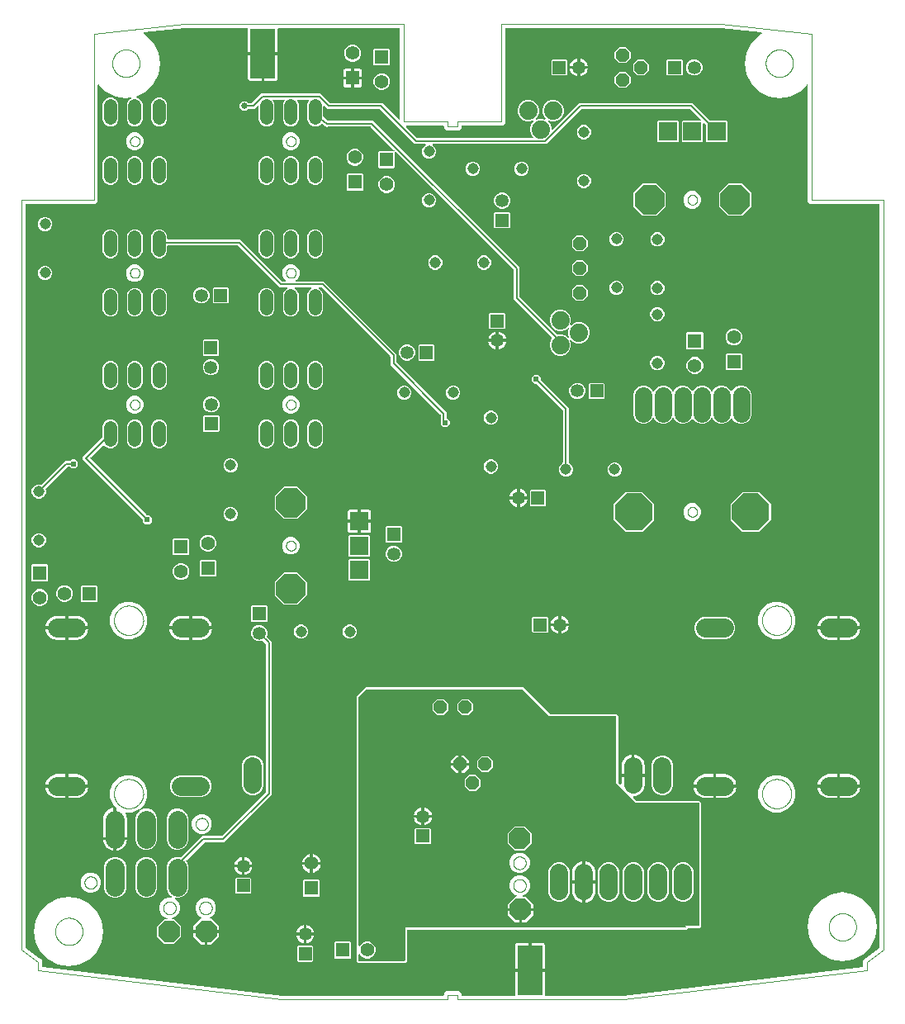
<source format=gbl>
G04 EAGLE Gerber RS-274X export*
G75*
%MOMM*%
%FSLAX34Y34*%
%LPD*%
%INBottom layer*%
%IPPOS*%
%AMOC8*
5,1,8,0,0,1.08239X$1,22.5*%
G01*
%ADD10C,0.000000*%
%ADD11C,1.143000*%
%ADD12R,1.350000X1.350000*%
%ADD13C,1.350000*%
%ADD14C,1.408000*%
%ADD15R,1.408000X1.408000*%
%ADD16C,1.320800*%
%ADD17C,1.950000*%
%ADD18P,1.429621X8X202.500000*%
%ADD19P,2.336880X8X112.500000*%
%ADD20C,1.879600*%
%ADD21P,1.429621X8X292.500000*%
%ADD22P,1.429621X8X112.500000*%
%ADD23R,1.879600X1.879600*%
%ADD24P,3.247170X8X112.500000*%
%ADD25P,3.247170X8X22.500000*%
%ADD26P,2.336880X8X22.500000*%
%ADD27P,2.336880X8X202.500000*%
%ADD28C,1.800000*%
%ADD29P,4.123906X8X22.500000*%
%ADD30C,1.879600*%
%ADD31R,2.540000X5.080000*%
%ADD32C,0.203200*%
%ADD33C,0.604800*%
%ADD34C,0.654800*%

G36*
X465258Y4004D02*
X465258Y4004D01*
X465277Y4002D01*
X465379Y4024D01*
X465481Y4040D01*
X465498Y4050D01*
X465518Y4054D01*
X465607Y4107D01*
X465698Y4156D01*
X465712Y4170D01*
X465729Y4180D01*
X465796Y4259D01*
X465868Y4334D01*
X465876Y4352D01*
X465889Y4367D01*
X465928Y4463D01*
X465971Y4557D01*
X465973Y4577D01*
X465981Y4595D01*
X465999Y4762D01*
X465999Y6657D01*
X468343Y9001D01*
X481657Y9001D01*
X484001Y6657D01*
X484001Y4762D01*
X484004Y4742D01*
X484002Y4723D01*
X484024Y4621D01*
X484040Y4519D01*
X484050Y4502D01*
X484054Y4482D01*
X484107Y4393D01*
X484156Y4302D01*
X484170Y4288D01*
X484180Y4271D01*
X484259Y4204D01*
X484334Y4132D01*
X484352Y4124D01*
X484367Y4111D01*
X484463Y4072D01*
X484557Y4029D01*
X484577Y4027D01*
X484595Y4019D01*
X484762Y4001D01*
X538288Y4001D01*
X538308Y4004D01*
X538328Y4002D01*
X538429Y4024D01*
X538531Y4040D01*
X538549Y4050D01*
X538568Y4054D01*
X538657Y4107D01*
X538749Y4156D01*
X538762Y4170D01*
X538779Y4180D01*
X538847Y4259D01*
X538918Y4334D01*
X538926Y4352D01*
X538939Y4367D01*
X538978Y4463D01*
X539022Y4557D01*
X539024Y4577D01*
X539031Y4595D01*
X539050Y4762D01*
X539050Y28697D01*
X553528Y28697D01*
X553548Y28700D01*
X553568Y28698D01*
X553669Y28720D01*
X553771Y28737D01*
X553789Y28746D01*
X553808Y28750D01*
X553897Y28804D01*
X553988Y28852D01*
X554002Y28866D01*
X554019Y28877D01*
X554087Y28955D01*
X554158Y29030D01*
X554166Y29048D01*
X554179Y29064D01*
X554218Y29160D01*
X554261Y29253D01*
X554264Y29273D01*
X554271Y29292D01*
X554290Y29458D01*
X554290Y30221D01*
X554291Y30221D01*
X554291Y29458D01*
X554295Y29439D01*
X554292Y29419D01*
X554314Y29318D01*
X554331Y29216D01*
X554340Y29198D01*
X554345Y29179D01*
X554398Y29090D01*
X554446Y28998D01*
X554461Y28985D01*
X554471Y28968D01*
X554549Y28900D01*
X554624Y28829D01*
X554643Y28821D01*
X554658Y28808D01*
X554754Y28769D01*
X554848Y28725D01*
X554867Y28723D01*
X554886Y28716D01*
X555053Y28697D01*
X569531Y28697D01*
X569531Y4762D01*
X569534Y4742D01*
X569532Y4723D01*
X569554Y4621D01*
X569571Y4519D01*
X569580Y4502D01*
X569584Y4482D01*
X569638Y4393D01*
X569686Y4302D01*
X569700Y4288D01*
X569711Y4271D01*
X569789Y4204D01*
X569864Y4132D01*
X569882Y4124D01*
X569898Y4111D01*
X569994Y4072D01*
X570087Y4029D01*
X570107Y4027D01*
X570126Y4019D01*
X570292Y4001D01*
X649715Y4001D01*
X649745Y4006D01*
X649806Y4006D01*
X895329Y33469D01*
X895422Y33496D01*
X895518Y33517D01*
X895540Y33530D01*
X895565Y33537D01*
X895645Y33593D01*
X895729Y33643D01*
X895746Y33663D01*
X895767Y33677D01*
X895825Y33756D01*
X895889Y33830D01*
X895899Y33854D01*
X895914Y33875D01*
X895944Y33967D01*
X895981Y34058D01*
X895984Y34090D01*
X895990Y34109D01*
X895990Y34142D01*
X895999Y34225D01*
X895999Y37399D01*
X895995Y37424D01*
X895998Y37449D01*
X895975Y37545D01*
X895960Y37642D01*
X895948Y37664D01*
X895942Y37688D01*
X895862Y37835D01*
X895772Y37963D01*
X895988Y39185D01*
X895988Y39216D01*
X895999Y39317D01*
X895999Y40557D01*
X896110Y40667D01*
X896124Y40688D01*
X896144Y40704D01*
X896196Y40788D01*
X896253Y40867D01*
X896261Y40891D01*
X896274Y40913D01*
X896321Y41074D01*
X896348Y41227D01*
X897364Y41938D01*
X897387Y41960D01*
X897466Y42024D01*
X898343Y42901D01*
X898499Y42901D01*
X898524Y42905D01*
X898549Y42902D01*
X898645Y42925D01*
X898742Y42940D01*
X898764Y42952D01*
X898788Y42958D01*
X898935Y43038D01*
X912675Y52656D01*
X912699Y52680D01*
X912729Y52698D01*
X912787Y52765D01*
X912851Y52827D01*
X912866Y52858D01*
X912889Y52884D01*
X912922Y52967D01*
X912963Y53046D01*
X912968Y53081D01*
X912981Y53113D01*
X912999Y53279D01*
X912999Y815238D01*
X912996Y815258D01*
X912998Y815277D01*
X912976Y815379D01*
X912960Y815481D01*
X912950Y815498D01*
X912946Y815518D01*
X912893Y815607D01*
X912844Y815698D01*
X912830Y815712D01*
X912820Y815729D01*
X912741Y815796D01*
X912666Y815868D01*
X912648Y815876D01*
X912633Y815889D01*
X912537Y815928D01*
X912443Y815971D01*
X912423Y815973D01*
X912405Y815981D01*
X912238Y815999D01*
X841343Y815999D01*
X838999Y818343D01*
X838999Y937503D01*
X838988Y937574D01*
X838986Y937646D01*
X838968Y937695D01*
X838960Y937746D01*
X838926Y937809D01*
X838901Y937877D01*
X838869Y937917D01*
X838844Y937964D01*
X838792Y938013D01*
X838748Y938069D01*
X838704Y938097D01*
X838666Y938133D01*
X838601Y938163D01*
X838541Y938202D01*
X838490Y938215D01*
X838443Y938237D01*
X838372Y938244D01*
X838302Y938262D01*
X838250Y938258D01*
X838199Y938264D01*
X838128Y938248D01*
X838057Y938243D01*
X838009Y938222D01*
X837958Y938211D01*
X837897Y938175D01*
X837831Y938146D01*
X837775Y938102D01*
X837747Y938085D01*
X837732Y938067D01*
X837700Y938042D01*
X830897Y931238D01*
X820986Y926189D01*
X810000Y924449D01*
X799014Y926189D01*
X789103Y931238D01*
X781238Y939103D01*
X776189Y949014D01*
X774449Y960000D01*
X776189Y970986D01*
X781238Y980897D01*
X789103Y988762D01*
X791702Y990085D01*
X791724Y990101D01*
X791749Y990112D01*
X791822Y990174D01*
X791900Y990231D01*
X791916Y990253D01*
X791936Y990271D01*
X791986Y990353D01*
X792041Y990432D01*
X792049Y990458D01*
X792063Y990481D01*
X792084Y990576D01*
X792111Y990668D01*
X792110Y990695D01*
X792116Y990722D01*
X792106Y990818D01*
X792102Y990914D01*
X792093Y990939D01*
X792090Y990966D01*
X792050Y991054D01*
X792016Y991144D01*
X791998Y991165D01*
X791987Y991190D01*
X791921Y991260D01*
X791860Y991334D01*
X791837Y991349D01*
X791818Y991369D01*
X791733Y991414D01*
X791652Y991465D01*
X791625Y991472D01*
X791601Y991484D01*
X791437Y991521D01*
X749826Y995995D01*
X749798Y995993D01*
X749745Y995999D01*
X529762Y995999D01*
X529742Y995996D01*
X529723Y995998D01*
X529621Y995976D01*
X529519Y995960D01*
X529502Y995950D01*
X529482Y995946D01*
X529393Y995893D01*
X529302Y995844D01*
X529288Y995830D01*
X529271Y995820D01*
X529204Y995741D01*
X529132Y995666D01*
X529124Y995648D01*
X529111Y995633D01*
X529072Y995537D01*
X529029Y995443D01*
X529027Y995423D01*
X529019Y995405D01*
X529001Y995238D01*
X529001Y898343D01*
X526657Y895999D01*
X484762Y895999D01*
X484742Y895996D01*
X484723Y895998D01*
X484621Y895976D01*
X484519Y895960D01*
X484502Y895950D01*
X484482Y895946D01*
X484393Y895893D01*
X484302Y895844D01*
X484288Y895830D01*
X484271Y895820D01*
X484204Y895741D01*
X484132Y895666D01*
X484124Y895648D01*
X484111Y895633D01*
X484072Y895537D01*
X484029Y895443D01*
X484027Y895423D01*
X484019Y895405D01*
X484001Y895238D01*
X484001Y893343D01*
X481657Y890999D01*
X468343Y890999D01*
X465999Y893343D01*
X465999Y895238D01*
X465996Y895258D01*
X465998Y895277D01*
X465976Y895379D01*
X465960Y895481D01*
X465950Y895498D01*
X465946Y895518D01*
X465893Y895607D01*
X465844Y895698D01*
X465830Y895712D01*
X465820Y895729D01*
X465741Y895796D01*
X465666Y895868D01*
X465648Y895876D01*
X465633Y895889D01*
X465537Y895928D01*
X465443Y895971D01*
X465423Y895973D01*
X465405Y895981D01*
X465238Y895999D01*
X428056Y895999D01*
X427986Y895988D01*
X427914Y895986D01*
X427865Y895968D01*
X427814Y895960D01*
X427750Y895926D01*
X427683Y895901D01*
X427642Y895869D01*
X427596Y895844D01*
X427547Y895792D01*
X427491Y895748D01*
X427463Y895704D01*
X427427Y895666D01*
X427397Y895601D01*
X427358Y895541D01*
X427345Y895490D01*
X427323Y895443D01*
X427315Y895372D01*
X427298Y895302D01*
X427302Y895250D01*
X427296Y895199D01*
X427311Y895128D01*
X427317Y895057D01*
X427337Y895009D01*
X427348Y894958D01*
X427385Y894897D01*
X427413Y894831D01*
X427458Y894775D01*
X427475Y894747D01*
X427492Y894732D01*
X427518Y894700D01*
X438614Y883604D01*
X438688Y883551D01*
X438758Y883491D01*
X438788Y883479D01*
X438814Y883460D01*
X438901Y883433D01*
X438986Y883399D01*
X439027Y883395D01*
X439049Y883388D01*
X439081Y883389D01*
X439152Y883381D01*
X556754Y883381D01*
X556825Y883392D01*
X556897Y883394D01*
X556946Y883412D01*
X556997Y883420D01*
X557060Y883454D01*
X557128Y883479D01*
X557168Y883511D01*
X557215Y883536D01*
X557264Y883588D01*
X557320Y883632D01*
X557348Y883676D01*
X557384Y883714D01*
X557414Y883779D01*
X557453Y883839D01*
X557466Y883890D01*
X557488Y883937D01*
X557495Y884008D01*
X557513Y884078D01*
X557509Y884130D01*
X557515Y884181D01*
X557499Y884252D01*
X557494Y884323D01*
X557473Y884371D01*
X557462Y884422D01*
X557426Y884483D01*
X557397Y884549D01*
X557353Y884605D01*
X557336Y884633D01*
X557318Y884648D01*
X557293Y884680D01*
X555890Y886083D01*
X554227Y890097D01*
X554227Y894443D01*
X555890Y898457D01*
X557392Y899959D01*
X557449Y900038D01*
X557511Y900113D01*
X557520Y900138D01*
X557536Y900159D01*
X557564Y900252D01*
X557599Y900343D01*
X557600Y900369D01*
X557608Y900394D01*
X557606Y900491D01*
X557610Y900589D01*
X557602Y900614D01*
X557602Y900640D01*
X557568Y900731D01*
X557541Y900825D01*
X557526Y900846D01*
X557517Y900871D01*
X557456Y900947D01*
X557401Y901027D01*
X557380Y901043D01*
X557364Y901063D01*
X557282Y901116D01*
X557203Y901174D01*
X557179Y901182D01*
X557157Y901196D01*
X557062Y901220D01*
X556970Y901250D01*
X556943Y901250D01*
X556918Y901256D01*
X556821Y901248D01*
X556724Y901248D01*
X556692Y901238D01*
X556673Y901237D01*
X556643Y901224D01*
X556563Y901201D01*
X554623Y900397D01*
X550277Y900397D01*
X546263Y902060D01*
X543190Y905133D01*
X541527Y909147D01*
X541527Y913493D01*
X543190Y917507D01*
X546263Y920580D01*
X550277Y922243D01*
X554623Y922243D01*
X558637Y920580D01*
X561710Y917507D01*
X563373Y913493D01*
X563373Y909147D01*
X561710Y905133D01*
X560208Y903631D01*
X560151Y903552D01*
X560089Y903477D01*
X560080Y903452D01*
X560064Y903431D01*
X560036Y903338D01*
X560001Y903247D01*
X560000Y903221D01*
X559992Y903196D01*
X559994Y903099D01*
X559990Y903001D01*
X559998Y902976D01*
X559998Y902950D01*
X560032Y902859D01*
X560059Y902765D01*
X560074Y902744D01*
X560083Y902719D01*
X560144Y902643D01*
X560199Y902563D01*
X560220Y902547D01*
X560236Y902527D01*
X560318Y902474D01*
X560397Y902416D01*
X560421Y902408D01*
X560443Y902394D01*
X560538Y902370D01*
X560630Y902340D01*
X560657Y902340D01*
X560682Y902334D01*
X560779Y902342D01*
X560876Y902342D01*
X560908Y902352D01*
X560927Y902353D01*
X560957Y902366D01*
X561037Y902389D01*
X562977Y903193D01*
X567323Y903193D01*
X569263Y902389D01*
X569357Y902367D01*
X569450Y902338D01*
X569477Y902339D01*
X569502Y902333D01*
X569599Y902342D01*
X569696Y902345D01*
X569721Y902354D01*
X569747Y902356D01*
X569836Y902396D01*
X569927Y902429D01*
X569948Y902446D01*
X569972Y902456D01*
X570043Y902522D01*
X570119Y902583D01*
X570133Y902605D01*
X570153Y902623D01*
X570200Y902708D01*
X570252Y902790D01*
X570259Y902815D01*
X570271Y902838D01*
X570289Y902934D01*
X570312Y903028D01*
X570310Y903054D01*
X570315Y903080D01*
X570301Y903177D01*
X570293Y903274D01*
X570283Y903298D01*
X570279Y903323D01*
X570235Y903410D01*
X570197Y903500D01*
X570177Y903525D01*
X570168Y903543D01*
X570144Y903566D01*
X570092Y903631D01*
X568590Y905133D01*
X566927Y909147D01*
X566927Y913493D01*
X568590Y917507D01*
X571663Y920580D01*
X575677Y922243D01*
X580023Y922243D01*
X584037Y920580D01*
X587110Y917507D01*
X588773Y913493D01*
X588773Y909147D01*
X587110Y905133D01*
X584037Y902060D01*
X580023Y900397D01*
X575677Y900397D01*
X573737Y901201D01*
X573643Y901223D01*
X573550Y901252D01*
X573523Y901251D01*
X573498Y901257D01*
X573401Y901248D01*
X573304Y901245D01*
X573279Y901236D01*
X573253Y901234D01*
X573164Y901194D01*
X573073Y901161D01*
X573052Y901144D01*
X573028Y901134D01*
X572957Y901068D01*
X572881Y901007D01*
X572867Y900985D01*
X572847Y900967D01*
X572800Y900882D01*
X572748Y900800D01*
X572741Y900775D01*
X572729Y900752D01*
X572711Y900656D01*
X572688Y900562D01*
X572690Y900536D01*
X572685Y900510D01*
X572699Y900413D01*
X572707Y900316D01*
X572717Y900292D01*
X572721Y900267D01*
X572765Y900180D01*
X572803Y900090D01*
X572823Y900065D01*
X572832Y900047D01*
X572856Y900024D01*
X572908Y899959D01*
X574410Y898457D01*
X576073Y894443D01*
X576073Y892459D01*
X576084Y892388D01*
X576086Y892317D01*
X576104Y892268D01*
X576112Y892216D01*
X576146Y892153D01*
X576171Y892086D01*
X576203Y892045D01*
X576228Y891999D01*
X576280Y891950D01*
X576324Y891894D01*
X576368Y891866D01*
X576406Y891830D01*
X576471Y891799D01*
X576531Y891761D01*
X576582Y891748D01*
X576629Y891726D01*
X576700Y891718D01*
X576770Y891701D01*
X576822Y891705D01*
X576873Y891699D01*
X576944Y891714D01*
X577015Y891720D01*
X577063Y891740D01*
X577114Y891751D01*
X577175Y891788D01*
X577241Y891816D01*
X577297Y891861D01*
X577325Y891877D01*
X577340Y891895D01*
X577372Y891921D01*
X604800Y919349D01*
X720763Y919349D01*
X738966Y901146D01*
X739040Y901093D01*
X739109Y901033D01*
X739139Y901021D01*
X739166Y901002D01*
X739253Y900975D01*
X739337Y900941D01*
X739378Y900937D01*
X739401Y900930D01*
X739433Y900931D01*
X739504Y900923D01*
X755830Y900923D01*
X756723Y900030D01*
X756723Y879970D01*
X755830Y879077D01*
X735770Y879077D01*
X734877Y879970D01*
X734877Y896296D01*
X734863Y896386D01*
X734855Y896477D01*
X734843Y896507D01*
X734838Y896539D01*
X734795Y896619D01*
X734759Y896703D01*
X734733Y896735D01*
X734722Y896756D01*
X734699Y896778D01*
X734654Y896834D01*
X733022Y898466D01*
X732964Y898508D01*
X732912Y898557D01*
X732865Y898579D01*
X732823Y898610D01*
X732754Y898631D01*
X732689Y898661D01*
X732637Y898667D01*
X732587Y898682D01*
X732516Y898680D01*
X732445Y898688D01*
X732394Y898677D01*
X732342Y898676D01*
X732274Y898651D01*
X732204Y898636D01*
X732159Y898609D01*
X732111Y898591D01*
X732055Y898546D01*
X731993Y898510D01*
X731959Y898470D01*
X731919Y898438D01*
X731880Y898377D01*
X731833Y898323D01*
X731814Y898274D01*
X731786Y898231D01*
X731768Y898161D01*
X731741Y898095D01*
X731733Y898023D01*
X731725Y897992D01*
X731727Y897969D01*
X731723Y897928D01*
X731723Y879970D01*
X730830Y879077D01*
X710770Y879077D01*
X709877Y879970D01*
X709877Y900030D01*
X710770Y900923D01*
X728728Y900923D01*
X728799Y900934D01*
X728870Y900936D01*
X728919Y900954D01*
X728971Y900962D01*
X729034Y900996D01*
X729101Y901021D01*
X729142Y901053D01*
X729188Y901078D01*
X729237Y901130D01*
X729293Y901174D01*
X729322Y901218D01*
X729357Y901256D01*
X729388Y901321D01*
X729426Y901381D01*
X729439Y901432D01*
X729461Y901479D01*
X729469Y901550D01*
X729486Y901620D01*
X729482Y901672D01*
X729488Y901723D01*
X729473Y901794D01*
X729467Y901865D01*
X729447Y901913D01*
X729436Y901964D01*
X729399Y902025D01*
X729371Y902091D01*
X729326Y902147D01*
X729310Y902175D01*
X729292Y902190D01*
X729266Y902222D01*
X718460Y913028D01*
X718386Y913081D01*
X718317Y913141D01*
X718287Y913153D01*
X718260Y913172D01*
X718173Y913199D01*
X718089Y913233D01*
X718048Y913237D01*
X718025Y913244D01*
X717993Y913243D01*
X717922Y913251D01*
X607641Y913251D01*
X607551Y913237D01*
X607460Y913229D01*
X607430Y913217D01*
X607398Y913212D01*
X607318Y913169D01*
X607234Y913133D01*
X607202Y913107D01*
X607181Y913096D01*
X607159Y913073D01*
X607103Y913028D01*
X571358Y877283D01*
X454926Y877283D01*
X454830Y877268D01*
X454733Y877258D01*
X454709Y877248D01*
X454683Y877244D01*
X454597Y877198D01*
X454508Y877158D01*
X454489Y877141D01*
X454466Y877128D01*
X454399Y877058D01*
X454327Y876992D01*
X454314Y876969D01*
X454296Y876950D01*
X454255Y876862D01*
X454208Y876776D01*
X454204Y876751D01*
X454193Y876727D01*
X454182Y876630D01*
X454164Y876534D01*
X454168Y876508D01*
X454165Y876483D01*
X454186Y876388D01*
X454200Y876291D01*
X454212Y876268D01*
X454218Y876242D01*
X454268Y876159D01*
X454312Y876072D01*
X454330Y876053D01*
X454344Y876031D01*
X454418Y875968D01*
X454487Y875900D01*
X454516Y875884D01*
X454531Y875871D01*
X454562Y875859D01*
X454634Y875819D01*
X454951Y875688D01*
X456988Y873651D01*
X458090Y870990D01*
X458090Y868110D01*
X456988Y865449D01*
X454951Y863412D01*
X452290Y862310D01*
X449410Y862310D01*
X446749Y863412D01*
X444712Y865449D01*
X443610Y868110D01*
X443610Y870990D01*
X444712Y873651D01*
X446749Y875688D01*
X447066Y875819D01*
X447148Y875870D01*
X447234Y875916D01*
X447252Y875935D01*
X447275Y875948D01*
X447337Y876023D01*
X447404Y876094D01*
X447415Y876118D01*
X447432Y876138D01*
X447466Y876229D01*
X447507Y876317D01*
X447510Y876343D01*
X447520Y876367D01*
X447524Y876465D01*
X447535Y876561D01*
X447529Y876587D01*
X447530Y876613D01*
X447503Y876707D01*
X447482Y876802D01*
X447469Y876824D01*
X447462Y876849D01*
X447406Y876929D01*
X447356Y877013D01*
X447336Y877030D01*
X447321Y877051D01*
X447243Y877109D01*
X447169Y877173D01*
X447145Y877183D01*
X447124Y877198D01*
X447031Y877228D01*
X446941Y877265D01*
X446909Y877268D01*
X446890Y877274D01*
X446857Y877274D01*
X446774Y877283D01*
X436311Y877283D01*
X400566Y913028D01*
X400492Y913081D01*
X400423Y913141D01*
X400393Y913153D01*
X400367Y913172D01*
X400280Y913199D01*
X400195Y913233D01*
X400154Y913237D01*
X400132Y913244D01*
X400099Y913243D01*
X400028Y913251D01*
X346573Y913251D01*
X343628Y916196D01*
X343570Y916238D01*
X343518Y916287D01*
X343471Y916309D01*
X343429Y916339D01*
X343360Y916360D01*
X343295Y916391D01*
X343243Y916396D01*
X343193Y916412D01*
X343122Y916410D01*
X343051Y916418D01*
X343000Y916407D01*
X342948Y916405D01*
X342880Y916381D01*
X342810Y916365D01*
X342765Y916339D01*
X342717Y916321D01*
X342661Y916276D01*
X342599Y916239D01*
X342565Y916200D01*
X342525Y916167D01*
X342486Y916107D01*
X342439Y916052D01*
X342420Y916004D01*
X342392Y915960D01*
X342374Y915891D01*
X342347Y915824D01*
X342339Y915753D01*
X342331Y915722D01*
X342333Y915698D01*
X342329Y915658D01*
X342329Y905376D01*
X342332Y905354D01*
X342330Y905331D01*
X342352Y905233D01*
X342368Y905134D01*
X342379Y905113D01*
X342384Y905091D01*
X342437Y905005D01*
X342484Y904916D01*
X342500Y904900D01*
X342512Y904881D01*
X342635Y904766D01*
X347393Y901216D01*
X347426Y901199D01*
X347454Y901175D01*
X347535Y901143D01*
X347612Y901103D01*
X347648Y901097D01*
X347682Y901083D01*
X347849Y901065D01*
X393567Y901065D01*
X543561Y751071D01*
X543561Y720906D01*
X543575Y720816D01*
X543583Y720725D01*
X543595Y720695D01*
X543600Y720663D01*
X543643Y720583D01*
X543679Y720499D01*
X543705Y720467D01*
X543716Y720446D01*
X543739Y720424D01*
X543784Y720368D01*
X582023Y682129D01*
X582118Y682061D01*
X582211Y681991D01*
X582217Y681989D01*
X582222Y681985D01*
X582334Y681951D01*
X582445Y681915D01*
X582451Y681915D01*
X582457Y681913D01*
X582574Y681916D01*
X582691Y681917D01*
X582698Y681919D01*
X582703Y681919D01*
X582721Y681926D01*
X582852Y681964D01*
X583187Y682103D01*
X587533Y682103D01*
X591547Y680440D01*
X593049Y678938D01*
X593128Y678881D01*
X593203Y678819D01*
X593228Y678810D01*
X593249Y678794D01*
X593342Y678766D01*
X593433Y678731D01*
X593459Y678730D01*
X593484Y678722D01*
X593581Y678724D01*
X593679Y678720D01*
X593704Y678728D01*
X593730Y678728D01*
X593821Y678762D01*
X593915Y678789D01*
X593936Y678804D01*
X593961Y678813D01*
X594037Y678874D01*
X594117Y678929D01*
X594133Y678950D01*
X594153Y678966D01*
X594206Y679049D01*
X594264Y679127D01*
X594272Y679151D01*
X594286Y679173D01*
X594310Y679268D01*
X594340Y679360D01*
X594340Y679387D01*
X594346Y679412D01*
X594338Y679509D01*
X594338Y679606D01*
X594328Y679638D01*
X594327Y679657D01*
X594314Y679687D01*
X594291Y679767D01*
X593487Y681707D01*
X593487Y686053D01*
X594291Y687993D01*
X594313Y688087D01*
X594342Y688180D01*
X594341Y688207D01*
X594347Y688232D01*
X594338Y688329D01*
X594335Y688426D01*
X594326Y688451D01*
X594324Y688477D01*
X594284Y688566D01*
X594251Y688657D01*
X594234Y688678D01*
X594224Y688702D01*
X594158Y688773D01*
X594097Y688849D01*
X594075Y688863D01*
X594057Y688883D01*
X593972Y688930D01*
X593890Y688982D01*
X593865Y688989D01*
X593842Y689001D01*
X593746Y689019D01*
X593652Y689042D01*
X593626Y689040D01*
X593600Y689045D01*
X593503Y689031D01*
X593407Y689023D01*
X593383Y689013D01*
X593357Y689009D01*
X593270Y688965D01*
X593180Y688927D01*
X593155Y688907D01*
X593137Y688898D01*
X593114Y688874D01*
X593049Y688822D01*
X591547Y687320D01*
X587533Y685657D01*
X583187Y685657D01*
X579173Y687320D01*
X576100Y690393D01*
X574437Y694407D01*
X574437Y698753D01*
X576100Y702767D01*
X579173Y705840D01*
X583187Y707503D01*
X587533Y707503D01*
X591547Y705840D01*
X594620Y702767D01*
X596283Y698753D01*
X596283Y694407D01*
X595479Y692467D01*
X595457Y692373D01*
X595428Y692280D01*
X595429Y692253D01*
X595423Y692228D01*
X595432Y692131D01*
X595435Y692034D01*
X595444Y692009D01*
X595446Y691983D01*
X595486Y691894D01*
X595519Y691803D01*
X595536Y691782D01*
X595546Y691758D01*
X595612Y691687D01*
X595673Y691611D01*
X595695Y691597D01*
X595713Y691577D01*
X595798Y691530D01*
X595880Y691478D01*
X595905Y691471D01*
X595928Y691459D01*
X596024Y691441D01*
X596118Y691418D01*
X596144Y691420D01*
X596170Y691415D01*
X596267Y691429D01*
X596364Y691437D01*
X596388Y691447D01*
X596413Y691451D01*
X596500Y691495D01*
X596590Y691533D01*
X596615Y691553D01*
X596633Y691562D01*
X596656Y691586D01*
X596721Y691638D01*
X598223Y693140D01*
X602237Y694803D01*
X606583Y694803D01*
X610597Y693140D01*
X613670Y690067D01*
X615333Y686053D01*
X615333Y681707D01*
X613670Y677693D01*
X610597Y674620D01*
X606583Y672957D01*
X602237Y672957D01*
X598223Y674620D01*
X596721Y676122D01*
X596642Y676179D01*
X596567Y676241D01*
X596542Y676250D01*
X596521Y676266D01*
X596428Y676294D01*
X596337Y676329D01*
X596311Y676330D01*
X596286Y676338D01*
X596189Y676336D01*
X596091Y676340D01*
X596066Y676332D01*
X596040Y676332D01*
X595949Y676298D01*
X595855Y676271D01*
X595834Y676256D01*
X595809Y676247D01*
X595733Y676186D01*
X595653Y676131D01*
X595637Y676110D01*
X595617Y676094D01*
X595564Y676011D01*
X595506Y675933D01*
X595498Y675909D01*
X595484Y675887D01*
X595460Y675792D01*
X595430Y675700D01*
X595430Y675673D01*
X595424Y675648D01*
X595432Y675551D01*
X595432Y675454D01*
X595442Y675422D01*
X595443Y675403D01*
X595456Y675373D01*
X595479Y675293D01*
X596283Y673353D01*
X596283Y669007D01*
X594620Y664993D01*
X591547Y661920D01*
X587533Y660257D01*
X583187Y660257D01*
X579173Y661920D01*
X576100Y664993D01*
X574437Y669007D01*
X574437Y673353D01*
X576100Y677367D01*
X576592Y677859D01*
X576604Y677876D01*
X576620Y677888D01*
X576676Y677975D01*
X576736Y678059D01*
X576742Y678078D01*
X576753Y678095D01*
X576778Y678195D01*
X576808Y678294D01*
X576808Y678314D01*
X576813Y678334D01*
X576805Y678436D01*
X576802Y678540D01*
X576795Y678559D01*
X576794Y678579D01*
X576753Y678674D01*
X576717Y678771D01*
X576705Y678787D01*
X576697Y678805D01*
X576592Y678936D01*
X537463Y718065D01*
X537463Y748230D01*
X537449Y748320D01*
X537441Y748411D01*
X537429Y748441D01*
X537424Y748473D01*
X537381Y748553D01*
X537345Y748637D01*
X537319Y748669D01*
X537308Y748690D01*
X537285Y748712D01*
X537240Y748768D01*
X417203Y868805D01*
X417145Y868847D01*
X417093Y868897D01*
X417046Y868919D01*
X417003Y868949D01*
X416935Y868970D01*
X416870Y869000D01*
X416818Y869006D01*
X416768Y869021D01*
X416697Y869019D01*
X416625Y869027D01*
X416575Y869016D01*
X416522Y869015D01*
X416455Y868990D01*
X416385Y868975D01*
X416340Y868948D01*
X416291Y868930D01*
X416235Y868886D01*
X416174Y868849D01*
X416140Y868809D01*
X416099Y868777D01*
X416061Y868716D01*
X416014Y868662D01*
X415995Y868614D01*
X415966Y868570D01*
X415949Y868500D01*
X415922Y868434D01*
X415914Y868362D01*
X415906Y868331D01*
X415908Y868308D01*
X415904Y868267D01*
X415904Y853443D01*
X415010Y852550D01*
X399667Y852550D01*
X398774Y853443D01*
X398774Y868786D01*
X399667Y869679D01*
X414491Y869679D01*
X414562Y869691D01*
X414634Y869693D01*
X414683Y869711D01*
X414734Y869719D01*
X414797Y869753D01*
X414865Y869777D01*
X414905Y869810D01*
X414952Y869834D01*
X415001Y869886D01*
X415057Y869931D01*
X415085Y869975D01*
X415121Y870012D01*
X415151Y870077D01*
X415190Y870138D01*
X415203Y870188D01*
X415225Y870235D01*
X415232Y870307D01*
X415250Y870376D01*
X415246Y870428D01*
X415252Y870480D01*
X415236Y870550D01*
X415231Y870621D01*
X415210Y870669D01*
X415199Y870720D01*
X415163Y870782D01*
X415134Y870848D01*
X415090Y870904D01*
X415073Y870931D01*
X415055Y870947D01*
X415030Y870979D01*
X391264Y894744D01*
X391190Y894797D01*
X391121Y894857D01*
X391091Y894869D01*
X391064Y894888D01*
X390977Y894915D01*
X390893Y894949D01*
X390852Y894953D01*
X390829Y894960D01*
X390797Y894959D01*
X390726Y894967D01*
X346860Y894967D01*
X346827Y894962D01*
X346750Y894959D01*
X345773Y894817D01*
X345742Y894833D01*
X345714Y894857D01*
X345633Y894889D01*
X345556Y894929D01*
X345520Y894935D01*
X345486Y894949D01*
X345321Y894967D01*
X344623Y895665D01*
X344596Y895685D01*
X344540Y895737D01*
X341343Y898122D01*
X341265Y898163D01*
X341191Y898210D01*
X341157Y898219D01*
X341125Y898235D01*
X341038Y898249D01*
X340952Y898270D01*
X340917Y898268D01*
X340882Y898273D01*
X340795Y898258D01*
X340707Y898251D01*
X340675Y898238D01*
X340640Y898231D01*
X340562Y898190D01*
X340481Y898155D01*
X340445Y898127D01*
X340423Y898115D01*
X340402Y898092D01*
X340350Y898050D01*
X338805Y896505D01*
X335817Y895267D01*
X332583Y895267D01*
X329595Y896505D01*
X327309Y898791D01*
X326071Y901779D01*
X326071Y918221D01*
X327309Y921209D01*
X327500Y921400D01*
X327542Y921458D01*
X327591Y921510D01*
X327613Y921557D01*
X327644Y921599D01*
X327665Y921668D01*
X327695Y921733D01*
X327701Y921785D01*
X327716Y921835D01*
X327714Y921906D01*
X327722Y921977D01*
X327711Y922028D01*
X327710Y922080D01*
X327685Y922148D01*
X327670Y922218D01*
X327643Y922263D01*
X327625Y922311D01*
X327580Y922367D01*
X327543Y922429D01*
X327504Y922463D01*
X327471Y922503D01*
X327411Y922542D01*
X327357Y922589D01*
X327308Y922608D01*
X327264Y922636D01*
X327195Y922654D01*
X327128Y922681D01*
X327057Y922689D01*
X327026Y922697D01*
X327003Y922695D01*
X326962Y922699D01*
X316438Y922699D01*
X316368Y922688D01*
X316296Y922686D01*
X316247Y922668D01*
X316196Y922660D01*
X316132Y922626D01*
X316065Y922601D01*
X316024Y922569D01*
X315978Y922544D01*
X315929Y922493D01*
X315873Y922448D01*
X315845Y922404D01*
X315809Y922366D01*
X315779Y922301D01*
X315740Y922241D01*
X315727Y922190D01*
X315705Y922143D01*
X315697Y922072D01*
X315680Y922002D01*
X315684Y921950D01*
X315678Y921899D01*
X315693Y921828D01*
X315699Y921757D01*
X315719Y921709D01*
X315730Y921658D01*
X315767Y921597D01*
X315795Y921531D01*
X315840Y921475D01*
X315857Y921447D01*
X315874Y921432D01*
X315900Y921400D01*
X316091Y921209D01*
X317329Y918221D01*
X317329Y901779D01*
X316091Y898791D01*
X313805Y896505D01*
X310817Y895267D01*
X307583Y895267D01*
X304595Y896505D01*
X302309Y898791D01*
X301071Y901779D01*
X301071Y918221D01*
X302309Y921209D01*
X302500Y921400D01*
X302542Y921458D01*
X302591Y921510D01*
X302613Y921557D01*
X302644Y921599D01*
X302665Y921668D01*
X302695Y921733D01*
X302701Y921785D01*
X302716Y921835D01*
X302714Y921906D01*
X302722Y921977D01*
X302711Y922028D01*
X302710Y922080D01*
X302685Y922148D01*
X302670Y922218D01*
X302643Y922263D01*
X302625Y922311D01*
X302580Y922367D01*
X302543Y922429D01*
X302504Y922463D01*
X302471Y922503D01*
X302411Y922542D01*
X302357Y922589D01*
X302308Y922608D01*
X302264Y922636D01*
X302195Y922654D01*
X302128Y922681D01*
X302057Y922689D01*
X302026Y922697D01*
X302003Y922695D01*
X301962Y922699D01*
X291438Y922699D01*
X291368Y922688D01*
X291296Y922686D01*
X291247Y922668D01*
X291196Y922660D01*
X291132Y922626D01*
X291065Y922601D01*
X291024Y922569D01*
X290978Y922544D01*
X290929Y922493D01*
X290873Y922448D01*
X290845Y922404D01*
X290809Y922366D01*
X290779Y922301D01*
X290740Y922241D01*
X290727Y922190D01*
X290705Y922143D01*
X290697Y922072D01*
X290680Y922002D01*
X290684Y921950D01*
X290678Y921899D01*
X290693Y921828D01*
X290699Y921757D01*
X290719Y921709D01*
X290730Y921658D01*
X290767Y921597D01*
X290795Y921531D01*
X290840Y921475D01*
X290857Y921447D01*
X290874Y921432D01*
X290900Y921400D01*
X291091Y921209D01*
X292329Y918221D01*
X292329Y901779D01*
X291091Y898791D01*
X288805Y896505D01*
X285817Y895267D01*
X282583Y895267D01*
X279595Y896505D01*
X277309Y898791D01*
X276071Y901779D01*
X276071Y915658D01*
X276060Y915728D01*
X276058Y915800D01*
X276040Y915849D01*
X276032Y915900D01*
X275998Y915963D01*
X275973Y916031D01*
X275941Y916072D01*
X275916Y916118D01*
X275865Y916167D01*
X275820Y916223D01*
X275776Y916251D01*
X275738Y916287D01*
X275673Y916317D01*
X275613Y916356D01*
X275562Y916369D01*
X275515Y916391D01*
X275444Y916399D01*
X275374Y916416D01*
X275322Y916412D01*
X275271Y916418D01*
X275200Y916402D01*
X275129Y916397D01*
X275081Y916377D01*
X275030Y916365D01*
X274969Y916329D01*
X274903Y916301D01*
X274847Y916256D01*
X274819Y916239D01*
X274804Y916222D01*
X274772Y916196D01*
X273836Y915260D01*
X271827Y913251D01*
X265727Y913251D01*
X265637Y913237D01*
X265546Y913229D01*
X265516Y913217D01*
X265484Y913212D01*
X265404Y913169D01*
X265320Y913133D01*
X265288Y913107D01*
X265267Y913096D01*
X265245Y913073D01*
X265189Y913028D01*
X263628Y911468D01*
X259653Y911468D01*
X256842Y914279D01*
X256842Y918254D01*
X259653Y921065D01*
X263628Y921065D01*
X265122Y919572D01*
X265196Y919519D01*
X265265Y919459D01*
X265295Y919447D01*
X265321Y919428D01*
X265408Y919401D01*
X265493Y919367D01*
X265534Y919363D01*
X265556Y919356D01*
X265589Y919357D01*
X265660Y919349D01*
X268986Y919349D01*
X269076Y919363D01*
X269167Y919371D01*
X269197Y919383D01*
X269229Y919388D01*
X269310Y919431D01*
X269394Y919467D01*
X269426Y919493D01*
X269446Y919504D01*
X269469Y919527D01*
X269525Y919572D01*
X276741Y926788D01*
X278750Y928797D01*
X339650Y928797D01*
X348876Y919572D01*
X348949Y919519D01*
X349019Y919459D01*
X349049Y919447D01*
X349075Y919428D01*
X349162Y919401D01*
X349247Y919367D01*
X349288Y919363D01*
X349310Y919356D01*
X349343Y919357D01*
X349414Y919349D01*
X402869Y919349D01*
X419700Y902518D01*
X419758Y902476D01*
X419810Y902427D01*
X419857Y902405D01*
X419899Y902375D01*
X419968Y902353D01*
X420033Y902323D01*
X420085Y902317D01*
X420135Y902302D01*
X420206Y902304D01*
X420277Y902296D01*
X420328Y902307D01*
X420380Y902309D01*
X420448Y902333D01*
X420518Y902348D01*
X420563Y902375D01*
X420611Y902393D01*
X420667Y902438D01*
X420729Y902475D01*
X420763Y902514D01*
X420803Y902547D01*
X420842Y902607D01*
X420889Y902661D01*
X420908Y902710D01*
X420936Y902754D01*
X420954Y902823D01*
X420981Y902890D01*
X420989Y902961D01*
X420997Y902992D01*
X420995Y903015D01*
X420999Y903056D01*
X420999Y995238D01*
X420996Y995258D01*
X420998Y995277D01*
X420976Y995379D01*
X420960Y995481D01*
X420950Y995498D01*
X420946Y995518D01*
X420893Y995607D01*
X420844Y995698D01*
X420830Y995712D01*
X420820Y995729D01*
X420741Y995796D01*
X420666Y995868D01*
X420648Y995876D01*
X420633Y995889D01*
X420537Y995928D01*
X420443Y995971D01*
X420423Y995973D01*
X420405Y995981D01*
X420238Y995999D01*
X296522Y995999D01*
X296502Y995996D01*
X296483Y995998D01*
X296381Y995976D01*
X296279Y995960D01*
X296262Y995950D01*
X296242Y995946D01*
X296153Y995893D01*
X296062Y995844D01*
X296048Y995830D01*
X296031Y995820D01*
X295964Y995741D01*
X295892Y995666D01*
X295884Y995648D01*
X295871Y995633D01*
X295832Y995537D01*
X295789Y995443D01*
X295787Y995423D01*
X295779Y995405D01*
X295761Y995238D01*
X295761Y971523D01*
X281282Y971523D01*
X281262Y971520D01*
X281243Y971522D01*
X281141Y971500D01*
X281039Y971483D01*
X281022Y971474D01*
X281002Y971470D01*
X280913Y971417D01*
X280822Y971368D01*
X280808Y971354D01*
X280791Y971344D01*
X280724Y971265D01*
X280653Y971190D01*
X280644Y971172D01*
X280631Y971157D01*
X280592Y971061D01*
X280549Y970967D01*
X280547Y970947D01*
X280539Y970929D01*
X280521Y970762D01*
X280521Y969999D01*
X280519Y969999D01*
X280519Y970762D01*
X280516Y970782D01*
X280518Y970801D01*
X280496Y970903D01*
X280479Y971005D01*
X280470Y971022D01*
X280466Y971042D01*
X280413Y971131D01*
X280364Y971222D01*
X280350Y971236D01*
X280340Y971253D01*
X280261Y971320D01*
X280186Y971391D01*
X280168Y971400D01*
X280153Y971413D01*
X280057Y971452D01*
X279963Y971495D01*
X279943Y971497D01*
X279925Y971505D01*
X279758Y971523D01*
X265279Y971523D01*
X265279Y995238D01*
X265276Y995258D01*
X265278Y995277D01*
X265256Y995379D01*
X265240Y995481D01*
X265230Y995498D01*
X265226Y995518D01*
X265173Y995607D01*
X265124Y995698D01*
X265110Y995712D01*
X265100Y995729D01*
X265021Y995796D01*
X264946Y995868D01*
X264928Y995876D01*
X264913Y995889D01*
X264817Y995928D01*
X264723Y995971D01*
X264703Y995973D01*
X264685Y995981D01*
X264518Y995999D01*
X200255Y995999D01*
X200228Y995995D01*
X200174Y995995D01*
X158563Y991521D01*
X158536Y991513D01*
X158509Y991513D01*
X158418Y991481D01*
X158325Y991455D01*
X158303Y991440D01*
X158277Y991431D01*
X158202Y991371D01*
X158122Y991317D01*
X158105Y991296D01*
X158084Y991279D01*
X158031Y991199D01*
X157972Y991122D01*
X157964Y991096D01*
X157949Y991074D01*
X157924Y990980D01*
X157893Y990889D01*
X157893Y990862D01*
X157886Y990836D01*
X157893Y990740D01*
X157892Y990643D01*
X157901Y990617D01*
X157903Y990590D01*
X157939Y990501D01*
X157970Y990410D01*
X157986Y990388D01*
X157997Y990363D01*
X158060Y990290D01*
X158118Y990213D01*
X158140Y990198D01*
X158158Y990178D01*
X158298Y990085D01*
X160897Y988762D01*
X168762Y980897D01*
X173811Y970986D01*
X175551Y960000D01*
X173811Y949014D01*
X168762Y939103D01*
X160897Y931238D01*
X150985Y926188D01*
X150951Y926177D01*
X150913Y926173D01*
X150835Y926139D01*
X150753Y926112D01*
X150723Y926089D01*
X150688Y926073D01*
X150625Y926016D01*
X150557Y925964D01*
X150535Y925933D01*
X150507Y925907D01*
X150466Y925832D01*
X150417Y925761D01*
X150407Y925725D01*
X150388Y925691D01*
X150373Y925607D01*
X150350Y925525D01*
X150351Y925487D01*
X150345Y925449D01*
X150357Y925365D01*
X150361Y925279D01*
X150375Y925244D01*
X150380Y925206D01*
X150419Y925130D01*
X150450Y925050D01*
X150475Y925021D01*
X150492Y924987D01*
X150553Y924927D01*
X150608Y924861D01*
X150640Y924841D01*
X150668Y924815D01*
X150815Y924734D01*
X153805Y923495D01*
X156091Y921209D01*
X157329Y918221D01*
X157329Y901779D01*
X156091Y898791D01*
X153805Y896505D01*
X150817Y895267D01*
X147583Y895267D01*
X144595Y896505D01*
X142309Y898791D01*
X141071Y901779D01*
X141071Y918221D01*
X142309Y921209D01*
X144595Y923495D01*
X145226Y923756D01*
X145255Y923774D01*
X145287Y923785D01*
X145359Y923839D01*
X145435Y923886D01*
X145456Y923912D01*
X145484Y923933D01*
X145534Y924006D01*
X145592Y924075D01*
X145604Y924107D01*
X145623Y924135D01*
X145648Y924221D01*
X145680Y924305D01*
X145681Y924339D01*
X145691Y924372D01*
X145686Y924461D01*
X145690Y924551D01*
X145681Y924583D01*
X145679Y924617D01*
X145647Y924701D01*
X145622Y924787D01*
X145602Y924815D01*
X145590Y924847D01*
X145532Y924915D01*
X145481Y924989D01*
X145454Y925009D01*
X145432Y925035D01*
X145356Y925082D01*
X145284Y925136D01*
X145252Y925146D01*
X145223Y925164D01*
X145135Y925184D01*
X145050Y925212D01*
X145016Y925212D01*
X144983Y925219D01*
X144815Y925211D01*
X140000Y924449D01*
X129014Y926189D01*
X119103Y931238D01*
X112300Y938042D01*
X112242Y938083D01*
X112190Y938133D01*
X112143Y938155D01*
X112101Y938185D01*
X112032Y938206D01*
X111967Y938237D01*
X111915Y938242D01*
X111865Y938258D01*
X111794Y938256D01*
X111723Y938264D01*
X111672Y938253D01*
X111620Y938251D01*
X111552Y938227D01*
X111482Y938211D01*
X111438Y938185D01*
X111389Y938167D01*
X111333Y938122D01*
X111271Y938085D01*
X111237Y938046D01*
X111197Y938013D01*
X111158Y937953D01*
X111111Y937898D01*
X111092Y937850D01*
X111064Y937806D01*
X111046Y937737D01*
X111019Y937670D01*
X111011Y937599D01*
X111003Y937568D01*
X111005Y937544D01*
X111001Y937503D01*
X111001Y818343D01*
X108657Y815999D01*
X37763Y815999D01*
X37743Y815996D01*
X37723Y815998D01*
X37622Y815976D01*
X37520Y815960D01*
X37502Y815950D01*
X37483Y815946D01*
X37394Y815893D01*
X37302Y815844D01*
X37289Y815830D01*
X37272Y815820D01*
X37204Y815741D01*
X37133Y815666D01*
X37125Y815648D01*
X37112Y815633D01*
X37073Y815537D01*
X37029Y815443D01*
X37027Y815423D01*
X37020Y815405D01*
X37001Y815238D01*
X37100Y53271D01*
X37106Y53238D01*
X37103Y53205D01*
X37126Y53117D01*
X37140Y53028D01*
X37156Y52999D01*
X37164Y52966D01*
X37213Y52891D01*
X37255Y52811D01*
X37279Y52788D01*
X37298Y52760D01*
X37423Y52649D01*
X51070Y43040D01*
X51094Y43028D01*
X51113Y43011D01*
X51204Y42975D01*
X51291Y42932D01*
X51317Y42929D01*
X51342Y42919D01*
X51508Y42901D01*
X51657Y42901D01*
X52539Y42019D01*
X52565Y42001D01*
X52639Y41935D01*
X53658Y41217D01*
X53684Y41070D01*
X53692Y41046D01*
X53694Y41020D01*
X53732Y40930D01*
X53764Y40838D01*
X53780Y40817D01*
X53791Y40793D01*
X53896Y40662D01*
X54001Y40557D01*
X54001Y39310D01*
X54006Y39279D01*
X54012Y39180D01*
X54225Y37952D01*
X54140Y37830D01*
X54128Y37806D01*
X54111Y37787D01*
X54075Y37696D01*
X54032Y37609D01*
X54029Y37583D01*
X54019Y37558D01*
X54001Y37392D01*
X54001Y34225D01*
X54017Y34128D01*
X54026Y34031D01*
X54036Y34008D01*
X54040Y33982D01*
X54086Y33896D01*
X54126Y33807D01*
X54143Y33787D01*
X54156Y33765D01*
X54226Y33697D01*
X54292Y33626D01*
X54315Y33613D01*
X54334Y33595D01*
X54422Y33554D01*
X54508Y33507D01*
X54539Y33500D01*
X54557Y33492D01*
X54590Y33488D01*
X54671Y33469D01*
X300194Y4006D01*
X300224Y4007D01*
X300285Y4001D01*
X465238Y4001D01*
X465258Y4004D01*
G37*
%LPC*%
G36*
X378112Y37361D02*
X378112Y37361D01*
X376475Y38998D01*
X376475Y310578D01*
X386192Y320295D01*
X547258Y320295D01*
X574503Y293049D01*
X574577Y292996D01*
X574646Y292937D01*
X574676Y292925D01*
X574703Y292906D01*
X574790Y292879D01*
X574874Y292845D01*
X574915Y292840D01*
X574938Y292834D01*
X574970Y292834D01*
X575041Y292827D01*
X643217Y292827D01*
X644854Y291189D01*
X644854Y223080D01*
X644869Y222990D01*
X644876Y222899D01*
X644889Y222869D01*
X644894Y222837D01*
X644937Y222756D01*
X644972Y222672D01*
X644998Y222640D01*
X645009Y222620D01*
X645032Y222597D01*
X645077Y222542D01*
X646762Y220857D01*
X646820Y220815D01*
X646872Y220766D01*
X646919Y220744D01*
X646961Y220713D01*
X647030Y220692D01*
X647095Y220662D01*
X647147Y220656D01*
X647197Y220641D01*
X647268Y220643D01*
X647339Y220635D01*
X647390Y220646D01*
X647442Y220647D01*
X647510Y220672D01*
X647580Y220687D01*
X647624Y220714D01*
X647673Y220732D01*
X647729Y220777D01*
X647791Y220813D01*
X647825Y220853D01*
X647865Y220886D01*
X647904Y220946D01*
X647951Y221000D01*
X647970Y221049D01*
X647998Y221092D01*
X648016Y221162D01*
X648043Y221228D01*
X648051Y221300D01*
X648059Y221331D01*
X648057Y221354D01*
X648061Y221395D01*
X648061Y228477D01*
X659238Y228477D01*
X659258Y228480D01*
X659277Y228478D01*
X659379Y228500D01*
X659481Y228517D01*
X659498Y228526D01*
X659518Y228530D01*
X659607Y228583D01*
X659698Y228632D01*
X659712Y228646D01*
X659729Y228656D01*
X659796Y228735D01*
X659867Y228810D01*
X659876Y228828D01*
X659889Y228843D01*
X659927Y228939D01*
X659971Y229033D01*
X659973Y229053D01*
X659981Y229071D01*
X659999Y229238D01*
X659999Y230001D01*
X660001Y230001D01*
X660001Y229238D01*
X660004Y229218D01*
X660002Y229199D01*
X660024Y229097D01*
X660041Y228995D01*
X660050Y228978D01*
X660054Y228958D01*
X660107Y228869D01*
X660156Y228778D01*
X660170Y228764D01*
X660180Y228747D01*
X660259Y228680D01*
X660334Y228609D01*
X660352Y228600D01*
X660367Y228587D01*
X660463Y228548D01*
X660557Y228505D01*
X660577Y228503D01*
X660595Y228495D01*
X660762Y228477D01*
X671939Y228477D01*
X671939Y219662D01*
X671645Y217806D01*
X671064Y216019D01*
X670211Y214345D01*
X669106Y212824D01*
X667778Y211496D01*
X666257Y210391D01*
X664583Y209538D01*
X662796Y208957D01*
X660940Y208663D01*
X660793Y208663D01*
X660722Y208652D01*
X660651Y208650D01*
X660602Y208632D01*
X660550Y208624D01*
X660487Y208590D01*
X660420Y208565D01*
X660379Y208533D01*
X660333Y208508D01*
X660284Y208457D01*
X660228Y208412D01*
X660200Y208368D01*
X660164Y208330D01*
X660134Y208265D01*
X660095Y208205D01*
X660082Y208154D01*
X660060Y208107D01*
X660052Y208036D01*
X660035Y207966D01*
X660039Y207914D01*
X660033Y207863D01*
X660048Y207792D01*
X660054Y207721D01*
X660074Y207673D01*
X660085Y207622D01*
X660122Y207561D01*
X660150Y207495D01*
X660195Y207439D01*
X660211Y207411D01*
X660229Y207396D01*
X660255Y207364D01*
X663609Y204009D01*
X663683Y203956D01*
X663753Y203897D01*
X663783Y203885D01*
X663809Y203866D01*
X663896Y203839D01*
X663981Y203805D01*
X664022Y203800D01*
X664044Y203793D01*
X664076Y203794D01*
X664148Y203786D01*
X728308Y203786D01*
X729945Y202149D01*
X729945Y74982D01*
X728308Y73345D01*
X716723Y73345D01*
X716633Y73331D01*
X716542Y73323D01*
X716512Y73311D01*
X716480Y73306D01*
X716400Y73263D01*
X716316Y73227D01*
X716284Y73201D01*
X716263Y73190D01*
X716241Y73167D01*
X716185Y73122D01*
X714868Y71805D01*
X429006Y71805D01*
X428986Y71802D01*
X428967Y71804D01*
X428865Y71782D01*
X428763Y71766D01*
X428746Y71756D01*
X428726Y71752D01*
X428637Y71699D01*
X428546Y71650D01*
X428532Y71636D01*
X428515Y71626D01*
X428448Y71547D01*
X428376Y71472D01*
X428368Y71454D01*
X428355Y71439D01*
X428316Y71343D01*
X428273Y71249D01*
X428271Y71229D01*
X428263Y71211D01*
X428245Y71044D01*
X428245Y38998D01*
X426608Y37361D01*
X378112Y37361D01*
G37*
%LPD*%
G36*
X425470Y39398D02*
X425470Y39398D01*
X425489Y39396D01*
X425591Y39418D01*
X425693Y39434D01*
X425710Y39444D01*
X425730Y39448D01*
X425819Y39501D01*
X425910Y39549D01*
X425924Y39564D01*
X425941Y39574D01*
X426008Y39653D01*
X426080Y39728D01*
X426088Y39746D01*
X426101Y39761D01*
X426140Y39857D01*
X426183Y39951D01*
X426185Y39971D01*
X426193Y39989D01*
X426211Y40156D01*
X426211Y73839D01*
X713710Y73839D01*
X713781Y73850D01*
X713852Y73852D01*
X713901Y73870D01*
X713953Y73879D01*
X714016Y73912D01*
X714083Y73937D01*
X714124Y73969D01*
X714170Y73994D01*
X714219Y74045D01*
X714275Y74090D01*
X714304Y74134D01*
X714340Y74172D01*
X714370Y74237D01*
X714408Y74297D01*
X714421Y74348D01*
X714443Y74395D01*
X714451Y74466D01*
X714469Y74536D01*
X714464Y74588D01*
X714470Y74639D01*
X714455Y74710D01*
X714449Y74781D01*
X714429Y74829D01*
X714418Y74880D01*
X714381Y74941D01*
X714353Y75007D01*
X714308Y75063D01*
X714292Y75091D01*
X714274Y75106D01*
X714248Y75138D01*
X714008Y75379D01*
X727150Y75379D01*
X727170Y75382D01*
X727189Y75380D01*
X727291Y75402D01*
X727393Y75419D01*
X727410Y75428D01*
X727430Y75432D01*
X727519Y75485D01*
X727610Y75534D01*
X727624Y75548D01*
X727641Y75558D01*
X727708Y75637D01*
X727780Y75712D01*
X727788Y75730D01*
X727801Y75745D01*
X727840Y75841D01*
X727883Y75935D01*
X727885Y75955D01*
X727893Y75973D01*
X727911Y76140D01*
X727911Y200992D01*
X727908Y201011D01*
X727910Y201031D01*
X727888Y201132D01*
X727872Y201234D01*
X727862Y201252D01*
X727858Y201271D01*
X727805Y201360D01*
X727756Y201452D01*
X727742Y201465D01*
X727732Y201483D01*
X727653Y201550D01*
X727578Y201621D01*
X727560Y201630D01*
X727545Y201642D01*
X727449Y201681D01*
X727355Y201725D01*
X727335Y201727D01*
X727317Y201734D01*
X727150Y201753D01*
X662990Y201753D01*
X642821Y221922D01*
X642821Y290032D01*
X642817Y290051D01*
X642820Y290071D01*
X642798Y290173D01*
X642781Y290275D01*
X642772Y290292D01*
X642767Y290312D01*
X642714Y290401D01*
X642666Y290492D01*
X642651Y290506D01*
X642641Y290523D01*
X642563Y290590D01*
X642488Y290661D01*
X642469Y290670D01*
X642454Y290683D01*
X642358Y290721D01*
X642264Y290765D01*
X642245Y290767D01*
X642226Y290775D01*
X642059Y290793D01*
X573884Y290793D01*
X546638Y318038D01*
X546564Y318091D01*
X546495Y318151D01*
X546465Y318163D01*
X546439Y318182D01*
X546352Y318209D01*
X546267Y318243D01*
X546226Y318247D01*
X546203Y318254D01*
X546171Y318253D01*
X546100Y318261D01*
X387350Y318261D01*
X387260Y318247D01*
X387169Y318239D01*
X387139Y318227D01*
X387107Y318222D01*
X387027Y318179D01*
X386943Y318143D01*
X386911Y318117D01*
X386890Y318106D01*
X386868Y318083D01*
X386812Y318038D01*
X378732Y309958D01*
X378679Y309884D01*
X378619Y309815D01*
X378607Y309785D01*
X378588Y309759D01*
X378561Y309672D01*
X378527Y309587D01*
X378523Y309546D01*
X378516Y309523D01*
X378517Y309491D01*
X378509Y309420D01*
X378509Y55663D01*
X378525Y55567D01*
X378534Y55470D01*
X378544Y55446D01*
X378549Y55420D01*
X378594Y55334D01*
X378634Y55245D01*
X378651Y55226D01*
X378664Y55203D01*
X378734Y55136D01*
X378800Y55064D01*
X378823Y55052D01*
X378842Y55034D01*
X378930Y54993D01*
X379016Y54946D01*
X379041Y54941D01*
X379065Y54930D01*
X379162Y54919D01*
X379258Y54902D01*
X379284Y54906D01*
X379309Y54903D01*
X379405Y54924D01*
X379501Y54938D01*
X379524Y54950D01*
X379550Y54955D01*
X379633Y55005D01*
X379720Y55049D01*
X379739Y55068D01*
X379761Y55081D01*
X379824Y55155D01*
X379892Y55225D01*
X379908Y55253D01*
X379921Y55268D01*
X379933Y55299D01*
X379973Y55372D01*
X380089Y55652D01*
X382498Y58061D01*
X385646Y59365D01*
X389054Y59365D01*
X392202Y58061D01*
X394611Y55652D01*
X395915Y52504D01*
X395915Y49096D01*
X394611Y45948D01*
X392202Y43539D01*
X389054Y42235D01*
X385646Y42235D01*
X382498Y43539D01*
X380089Y45948D01*
X379973Y46228D01*
X379922Y46311D01*
X379876Y46397D01*
X379858Y46415D01*
X379844Y46437D01*
X379769Y46499D01*
X379698Y46566D01*
X379674Y46577D01*
X379654Y46594D01*
X379563Y46629D01*
X379475Y46670D01*
X379449Y46673D01*
X379425Y46682D01*
X379327Y46686D01*
X379231Y46697D01*
X379205Y46692D01*
X379179Y46693D01*
X379085Y46666D01*
X378990Y46645D01*
X378968Y46631D01*
X378943Y46624D01*
X378863Y46569D01*
X378779Y46519D01*
X378762Y46499D01*
X378741Y46484D01*
X378683Y46406D01*
X378619Y46332D01*
X378609Y46307D01*
X378594Y46287D01*
X378564Y46194D01*
X378527Y46104D01*
X378524Y46071D01*
X378518Y46053D01*
X378518Y46020D01*
X378509Y45937D01*
X378509Y40156D01*
X378512Y40136D01*
X378510Y40116D01*
X378532Y40015D01*
X378549Y39913D01*
X378558Y39896D01*
X378562Y39876D01*
X378615Y39787D01*
X378664Y39696D01*
X378678Y39682D01*
X378688Y39665D01*
X378767Y39598D01*
X378842Y39526D01*
X378860Y39518D01*
X378875Y39505D01*
X378971Y39466D01*
X379065Y39423D01*
X379085Y39421D01*
X379103Y39413D01*
X379270Y39395D01*
X425450Y39395D01*
X425470Y39398D01*
G37*
%LPC*%
G36*
X668707Y590475D02*
X668707Y590475D01*
X664838Y592078D01*
X661878Y595038D01*
X660275Y598907D01*
X660275Y621093D01*
X661878Y624962D01*
X664838Y627922D01*
X668707Y629525D01*
X672893Y629525D01*
X676762Y627922D01*
X679722Y624962D01*
X680097Y624058D01*
X680134Y623997D01*
X680164Y623932D01*
X680199Y623893D01*
X680226Y623849D01*
X680282Y623803D01*
X680330Y623751D01*
X680376Y623726D01*
X680416Y623692D01*
X680483Y623667D01*
X680546Y623632D01*
X680597Y623623D01*
X680645Y623604D01*
X680717Y623601D01*
X680788Y623588D01*
X680839Y623596D01*
X680891Y623594D01*
X680960Y623614D01*
X681031Y623624D01*
X681077Y623648D01*
X681127Y623662D01*
X681186Y623703D01*
X681250Y623736D01*
X681287Y623773D01*
X681329Y623803D01*
X681372Y623860D01*
X681422Y623911D01*
X681457Y623974D01*
X681476Y624000D01*
X681484Y624022D01*
X681503Y624058D01*
X681878Y624962D01*
X684838Y627922D01*
X688707Y629525D01*
X692893Y629525D01*
X696762Y627922D01*
X699722Y624962D01*
X700097Y624058D01*
X700134Y623997D01*
X700164Y623932D01*
X700199Y623893D01*
X700226Y623849D01*
X700282Y623803D01*
X700330Y623751D01*
X700376Y623726D01*
X700416Y623692D01*
X700483Y623667D01*
X700546Y623632D01*
X700597Y623623D01*
X700645Y623604D01*
X700717Y623601D01*
X700788Y623588D01*
X700839Y623596D01*
X700891Y623594D01*
X700960Y623614D01*
X701031Y623624D01*
X701077Y623648D01*
X701127Y623662D01*
X701186Y623703D01*
X701250Y623736D01*
X701287Y623773D01*
X701329Y623803D01*
X701372Y623860D01*
X701422Y623911D01*
X701457Y623974D01*
X701476Y624000D01*
X701483Y624022D01*
X701503Y624058D01*
X701878Y624962D01*
X704838Y627922D01*
X708707Y629525D01*
X712893Y629525D01*
X716762Y627922D01*
X719722Y624962D01*
X720097Y624058D01*
X720134Y623997D01*
X720164Y623932D01*
X720199Y623893D01*
X720226Y623849D01*
X720281Y623804D01*
X720330Y623751D01*
X720376Y623726D01*
X720416Y623692D01*
X720483Y623667D01*
X720546Y623632D01*
X720597Y623623D01*
X720645Y623604D01*
X720717Y623601D01*
X720788Y623588D01*
X720839Y623596D01*
X720891Y623594D01*
X720960Y623614D01*
X721031Y623624D01*
X721077Y623648D01*
X721127Y623662D01*
X721186Y623703D01*
X721250Y623736D01*
X721287Y623773D01*
X721329Y623803D01*
X721372Y623860D01*
X721422Y623911D01*
X721457Y623974D01*
X721476Y624000D01*
X721483Y624022D01*
X721503Y624058D01*
X721878Y624962D01*
X724838Y627922D01*
X728707Y629525D01*
X732893Y629525D01*
X736762Y627922D01*
X739722Y624962D01*
X740097Y624058D01*
X740134Y623997D01*
X740164Y623932D01*
X740199Y623893D01*
X740226Y623849D01*
X740281Y623804D01*
X740330Y623751D01*
X740376Y623726D01*
X740416Y623692D01*
X740483Y623667D01*
X740546Y623632D01*
X740597Y623623D01*
X740645Y623604D01*
X740717Y623601D01*
X740788Y623588D01*
X740839Y623596D01*
X740891Y623594D01*
X740960Y623614D01*
X741031Y623624D01*
X741077Y623648D01*
X741127Y623662D01*
X741186Y623703D01*
X741250Y623736D01*
X741287Y623773D01*
X741329Y623803D01*
X741372Y623860D01*
X741422Y623911D01*
X741457Y623974D01*
X741476Y624000D01*
X741483Y624022D01*
X741503Y624058D01*
X741878Y624962D01*
X744838Y627922D01*
X748707Y629525D01*
X752893Y629525D01*
X756762Y627922D01*
X759722Y624962D01*
X760097Y624058D01*
X760134Y623997D01*
X760164Y623932D01*
X760199Y623893D01*
X760226Y623849D01*
X760282Y623803D01*
X760330Y623751D01*
X760376Y623726D01*
X760416Y623692D01*
X760483Y623667D01*
X760546Y623632D01*
X760597Y623623D01*
X760645Y623604D01*
X760717Y623601D01*
X760788Y623588D01*
X760839Y623596D01*
X760891Y623594D01*
X760960Y623614D01*
X761031Y623624D01*
X761077Y623648D01*
X761127Y623662D01*
X761186Y623703D01*
X761250Y623736D01*
X761287Y623773D01*
X761329Y623803D01*
X761372Y623860D01*
X761422Y623911D01*
X761457Y623974D01*
X761476Y624000D01*
X761483Y624022D01*
X761503Y624058D01*
X761878Y624962D01*
X764838Y627922D01*
X768707Y629525D01*
X772893Y629525D01*
X776762Y627922D01*
X779722Y624962D01*
X781325Y621093D01*
X781325Y598907D01*
X779722Y595038D01*
X776762Y592078D01*
X772893Y590475D01*
X768707Y590475D01*
X764838Y592078D01*
X761878Y595038D01*
X761503Y595942D01*
X761466Y596003D01*
X761436Y596068D01*
X761401Y596107D01*
X761374Y596151D01*
X761319Y596196D01*
X761270Y596249D01*
X761224Y596274D01*
X761184Y596308D01*
X761117Y596333D01*
X761054Y596368D01*
X761003Y596377D01*
X760955Y596396D01*
X760883Y596399D01*
X760812Y596412D01*
X760761Y596404D01*
X760709Y596406D01*
X760640Y596386D01*
X760569Y596376D01*
X760523Y596352D01*
X760473Y596338D01*
X760414Y596297D01*
X760350Y596264D01*
X760313Y596227D01*
X760271Y596197D01*
X760228Y596140D01*
X760178Y596089D01*
X760143Y596026D01*
X760124Y596000D01*
X760117Y595978D01*
X760097Y595942D01*
X759722Y595038D01*
X756762Y592078D01*
X752893Y590475D01*
X748707Y590475D01*
X744838Y592078D01*
X741878Y595038D01*
X741503Y595942D01*
X741466Y596003D01*
X741436Y596068D01*
X741401Y596107D01*
X741374Y596151D01*
X741318Y596197D01*
X741270Y596249D01*
X741224Y596274D01*
X741184Y596308D01*
X741117Y596333D01*
X741054Y596368D01*
X741003Y596377D01*
X740955Y596396D01*
X740883Y596399D01*
X740812Y596412D01*
X740761Y596404D01*
X740709Y596406D01*
X740640Y596386D01*
X740569Y596376D01*
X740523Y596352D01*
X740473Y596338D01*
X740414Y596297D01*
X740350Y596264D01*
X740313Y596227D01*
X740271Y596197D01*
X740228Y596140D01*
X740178Y596089D01*
X740143Y596026D01*
X740124Y596000D01*
X740117Y595978D01*
X740097Y595942D01*
X739722Y595038D01*
X736762Y592078D01*
X732893Y590475D01*
X728707Y590475D01*
X724838Y592078D01*
X721878Y595038D01*
X721503Y595942D01*
X721466Y596003D01*
X721436Y596068D01*
X721401Y596107D01*
X721374Y596151D01*
X721318Y596197D01*
X721270Y596249D01*
X721224Y596274D01*
X721184Y596308D01*
X721117Y596333D01*
X721054Y596368D01*
X721003Y596377D01*
X720955Y596396D01*
X720883Y596399D01*
X720812Y596412D01*
X720761Y596404D01*
X720709Y596406D01*
X720640Y596386D01*
X720569Y596376D01*
X720523Y596352D01*
X720473Y596338D01*
X720414Y596297D01*
X720350Y596264D01*
X720313Y596227D01*
X720271Y596197D01*
X720228Y596140D01*
X720178Y596089D01*
X720143Y596026D01*
X720124Y596000D01*
X720117Y595978D01*
X720097Y595942D01*
X719722Y595038D01*
X716762Y592078D01*
X712893Y590475D01*
X708707Y590475D01*
X704838Y592078D01*
X701878Y595038D01*
X701503Y595942D01*
X701466Y596003D01*
X701436Y596068D01*
X701401Y596107D01*
X701374Y596151D01*
X701318Y596197D01*
X701270Y596249D01*
X701224Y596274D01*
X701184Y596308D01*
X701117Y596333D01*
X701054Y596368D01*
X701003Y596377D01*
X700955Y596396D01*
X700883Y596399D01*
X700812Y596412D01*
X700761Y596404D01*
X700709Y596406D01*
X700640Y596386D01*
X700569Y596376D01*
X700523Y596352D01*
X700473Y596338D01*
X700414Y596297D01*
X700350Y596264D01*
X700313Y596227D01*
X700271Y596197D01*
X700228Y596140D01*
X700178Y596089D01*
X700143Y596026D01*
X700124Y596000D01*
X700116Y595978D01*
X700097Y595942D01*
X699722Y595038D01*
X696762Y592078D01*
X692893Y590475D01*
X688707Y590475D01*
X684838Y592078D01*
X681878Y595038D01*
X681503Y595942D01*
X681466Y596003D01*
X681436Y596068D01*
X681401Y596107D01*
X681374Y596151D01*
X681318Y596197D01*
X681270Y596249D01*
X681224Y596274D01*
X681184Y596308D01*
X681117Y596333D01*
X681054Y596368D01*
X681003Y596377D01*
X680955Y596396D01*
X680883Y596399D01*
X680812Y596412D01*
X680761Y596404D01*
X680709Y596406D01*
X680640Y596386D01*
X680569Y596376D01*
X680523Y596352D01*
X680473Y596338D01*
X680414Y596297D01*
X680350Y596264D01*
X680313Y596227D01*
X680271Y596197D01*
X680228Y596140D01*
X680178Y596089D01*
X680143Y596026D01*
X680124Y596000D01*
X680117Y595978D01*
X680097Y595942D01*
X679722Y595038D01*
X676762Y592078D01*
X672893Y590475D01*
X668707Y590475D01*
G37*
%LPD*%
%LPC*%
G36*
X863694Y40689D02*
X863694Y40689D01*
X853783Y45738D01*
X845918Y53604D01*
X840869Y63514D01*
X839129Y74500D01*
X840869Y85486D01*
X845918Y95397D01*
X853783Y103262D01*
X863694Y108311D01*
X874680Y110051D01*
X885666Y108311D01*
X895577Y103262D01*
X903442Y95397D01*
X908491Y85486D01*
X910231Y74500D01*
X908491Y63514D01*
X903442Y53603D01*
X895577Y45738D01*
X885666Y40689D01*
X874680Y38949D01*
X863694Y40689D01*
G37*
%LPD*%
%LPC*%
G36*
X70494Y36069D02*
X70494Y36069D01*
X60583Y41118D01*
X52718Y48983D01*
X47669Y58894D01*
X45929Y69880D01*
X47669Y80866D01*
X52718Y90777D01*
X60583Y98642D01*
X70494Y103691D01*
X81480Y105431D01*
X92466Y103691D01*
X102377Y98642D01*
X110242Y90777D01*
X115291Y80866D01*
X117031Y69880D01*
X115291Y58894D01*
X110242Y48983D01*
X102377Y41118D01*
X92466Y36069D01*
X81480Y34329D01*
X70494Y36069D01*
G37*
%LPD*%
%LPC*%
G36*
X465476Y586763D02*
X465476Y586763D01*
X462811Y589428D01*
X462811Y591234D01*
X462797Y591324D01*
X462789Y591415D01*
X462777Y591445D01*
X462772Y591477D01*
X462771Y591477D01*
X462771Y599402D01*
X462757Y599492D01*
X462749Y599583D01*
X462737Y599613D01*
X462732Y599645D01*
X462689Y599725D01*
X462653Y599809D01*
X462627Y599841D01*
X462616Y599862D01*
X462593Y599884D01*
X462548Y599940D01*
X411479Y651009D01*
X411479Y658822D01*
X411465Y658912D01*
X411457Y659003D01*
X411445Y659033D01*
X411440Y659065D01*
X411397Y659145D01*
X411361Y659229D01*
X411335Y659261D01*
X411324Y659282D01*
X411301Y659304D01*
X411256Y659360D01*
X340698Y729918D01*
X340624Y729971D01*
X340555Y730031D01*
X340525Y730043D01*
X340499Y730062D01*
X340412Y730088D01*
X340327Y730123D01*
X340286Y730127D01*
X340264Y730134D01*
X340231Y730133D01*
X340160Y730141D01*
X338658Y730141D01*
X338562Y730125D01*
X338465Y730116D01*
X338441Y730105D01*
X338415Y730101D01*
X338330Y730056D01*
X338240Y730016D01*
X338221Y729998D01*
X338198Y729986D01*
X338131Y729916D01*
X338059Y729850D01*
X338047Y729827D01*
X338029Y729808D01*
X337988Y729720D01*
X337941Y729634D01*
X337936Y729608D01*
X337925Y729585D01*
X337914Y729488D01*
X337897Y729392D01*
X337901Y729366D01*
X337898Y729340D01*
X337919Y729245D01*
X337933Y729149D01*
X337945Y729125D01*
X337950Y729100D01*
X338000Y729016D01*
X338044Y728930D01*
X338063Y728911D01*
X338076Y728889D01*
X338150Y728825D01*
X338220Y728757D01*
X338248Y728742D01*
X338263Y728729D01*
X338294Y728717D01*
X338367Y728676D01*
X338805Y728495D01*
X341091Y726209D01*
X342329Y723221D01*
X342329Y706779D01*
X341091Y703791D01*
X338805Y701505D01*
X335817Y700267D01*
X332583Y700267D01*
X329595Y701505D01*
X327309Y703791D01*
X326071Y706779D01*
X326071Y723221D01*
X327309Y726209D01*
X329595Y728495D01*
X330033Y728676D01*
X330116Y728728D01*
X330202Y728773D01*
X330220Y728792D01*
X330242Y728806D01*
X330304Y728881D01*
X330371Y728952D01*
X330382Y728975D01*
X330399Y728996D01*
X330434Y729086D01*
X330475Y729175D01*
X330478Y729201D01*
X330487Y729225D01*
X330491Y729322D01*
X330502Y729419D01*
X330496Y729445D01*
X330498Y729471D01*
X330470Y729564D01*
X330450Y729660D01*
X330436Y729682D01*
X330429Y729707D01*
X330374Y729787D01*
X330324Y729871D01*
X330304Y729888D01*
X330289Y729909D01*
X330211Y729967D01*
X330137Y730031D01*
X330112Y730040D01*
X330091Y730056D01*
X329999Y730086D01*
X329908Y730123D01*
X329876Y730126D01*
X329858Y730132D01*
X329824Y730132D01*
X329742Y730141D01*
X313658Y730141D01*
X313562Y730125D01*
X313465Y730116D01*
X313441Y730105D01*
X313415Y730101D01*
X313330Y730056D01*
X313240Y730016D01*
X313221Y729998D01*
X313198Y729986D01*
X313131Y729916D01*
X313059Y729850D01*
X313047Y729827D01*
X313029Y729808D01*
X312988Y729720D01*
X312941Y729634D01*
X312936Y729608D01*
X312925Y729585D01*
X312914Y729488D01*
X312897Y729392D01*
X312901Y729366D01*
X312898Y729340D01*
X312919Y729245D01*
X312933Y729149D01*
X312945Y729125D01*
X312950Y729100D01*
X313000Y729016D01*
X313044Y728930D01*
X313063Y728911D01*
X313076Y728889D01*
X313150Y728825D01*
X313220Y728757D01*
X313248Y728742D01*
X313263Y728729D01*
X313294Y728717D01*
X313367Y728676D01*
X313805Y728495D01*
X316091Y726209D01*
X317329Y723221D01*
X317329Y706779D01*
X316091Y703791D01*
X313805Y701505D01*
X310817Y700267D01*
X307583Y700267D01*
X304595Y701505D01*
X302309Y703791D01*
X301071Y706779D01*
X301071Y723221D01*
X302309Y726209D01*
X304595Y728495D01*
X305033Y728676D01*
X305116Y728728D01*
X305202Y728773D01*
X305220Y728792D01*
X305242Y728806D01*
X305304Y728881D01*
X305371Y728952D01*
X305382Y728975D01*
X305399Y728996D01*
X305434Y729086D01*
X305475Y729175D01*
X305478Y729201D01*
X305487Y729225D01*
X305491Y729322D01*
X305502Y729419D01*
X305496Y729445D01*
X305498Y729471D01*
X305470Y729564D01*
X305450Y729660D01*
X305436Y729682D01*
X305429Y729707D01*
X305374Y729787D01*
X305324Y729871D01*
X305304Y729888D01*
X305289Y729909D01*
X305211Y729967D01*
X305137Y730031D01*
X305112Y730040D01*
X305091Y730056D01*
X304999Y730086D01*
X304908Y730123D01*
X304876Y730126D01*
X304858Y730132D01*
X304824Y730132D01*
X304742Y730141D01*
X297803Y730141D01*
X254992Y772952D01*
X254918Y773005D01*
X254849Y773065D01*
X254819Y773077D01*
X254792Y773096D01*
X254705Y773123D01*
X254621Y773157D01*
X254580Y773161D01*
X254557Y773168D01*
X254525Y773167D01*
X254454Y773175D01*
X183090Y773175D01*
X183070Y773172D01*
X183051Y773174D01*
X182949Y773152D01*
X182847Y773136D01*
X182830Y773126D01*
X182810Y773122D01*
X182721Y773069D01*
X182630Y773020D01*
X182616Y773006D01*
X182599Y772996D01*
X182532Y772917D01*
X182460Y772842D01*
X182452Y772824D01*
X182439Y772809D01*
X182400Y772713D01*
X182357Y772619D01*
X182355Y772599D01*
X182347Y772581D01*
X182329Y772414D01*
X182329Y766779D01*
X181091Y763791D01*
X178805Y761505D01*
X175817Y760267D01*
X172583Y760267D01*
X169595Y761505D01*
X167309Y763791D01*
X166071Y766779D01*
X166071Y783221D01*
X167309Y786209D01*
X169595Y788495D01*
X172583Y789733D01*
X175817Y789733D01*
X178805Y788495D01*
X181091Y786209D01*
X182329Y783221D01*
X182329Y780034D01*
X182332Y780014D01*
X182330Y779995D01*
X182352Y779893D01*
X182368Y779791D01*
X182378Y779774D01*
X182382Y779754D01*
X182435Y779665D01*
X182484Y779574D01*
X182498Y779560D01*
X182508Y779543D01*
X182587Y779476D01*
X182662Y779404D01*
X182680Y779396D01*
X182695Y779383D01*
X182791Y779344D01*
X182885Y779301D01*
X182905Y779299D01*
X182923Y779291D01*
X183090Y779273D01*
X257295Y779273D01*
X300106Y736461D01*
X300180Y736408D01*
X300250Y736349D01*
X300280Y736337D01*
X300306Y736318D01*
X300393Y736291D01*
X300478Y736257D01*
X300519Y736252D01*
X300541Y736246D01*
X300573Y736246D01*
X300644Y736238D01*
X303395Y736238D01*
X303465Y736250D01*
X303537Y736252D01*
X303586Y736270D01*
X303637Y736278D01*
X303701Y736312D01*
X303768Y736336D01*
X303809Y736369D01*
X303855Y736393D01*
X303904Y736445D01*
X303960Y736490D01*
X303988Y736534D01*
X304024Y736572D01*
X304054Y736637D01*
X304093Y736697D01*
X304106Y736748D01*
X304128Y736795D01*
X304136Y736866D01*
X304153Y736936D01*
X304149Y736987D01*
X304155Y737039D01*
X304140Y737109D01*
X304134Y737181D01*
X304114Y737229D01*
X304103Y737280D01*
X304066Y737341D01*
X304038Y737407D01*
X303993Y737463D01*
X303977Y737491D01*
X303959Y737506D01*
X303933Y737538D01*
X301570Y739901D01*
X300199Y743210D01*
X300199Y746790D01*
X301570Y750099D01*
X304101Y752630D01*
X307410Y754001D01*
X310990Y754001D01*
X314299Y752630D01*
X316830Y750099D01*
X318201Y746790D01*
X318201Y743210D01*
X316830Y739901D01*
X314467Y737538D01*
X314425Y737480D01*
X314376Y737428D01*
X314354Y737381D01*
X314323Y737338D01*
X314302Y737270D01*
X314272Y737205D01*
X314266Y737153D01*
X314251Y737103D01*
X314253Y737031D01*
X314245Y736960D01*
X314256Y736909D01*
X314257Y736857D01*
X314282Y736790D01*
X314297Y736720D01*
X314324Y736675D01*
X314342Y736626D01*
X314387Y736570D01*
X314423Y736509D01*
X314463Y736475D01*
X314496Y736434D01*
X314556Y736396D01*
X314610Y736349D01*
X314659Y736329D01*
X314703Y736301D01*
X314772Y736284D01*
X314839Y736257D01*
X314910Y736249D01*
X314941Y736241D01*
X314964Y736243D01*
X315005Y736238D01*
X343001Y736238D01*
X417577Y661663D01*
X417577Y653850D01*
X417591Y653760D01*
X417599Y653669D01*
X417611Y653639D01*
X417616Y653607D01*
X417659Y653527D01*
X417695Y653443D01*
X417721Y653411D01*
X417732Y653390D01*
X417755Y653368D01*
X417800Y653312D01*
X468869Y602243D01*
X468869Y596551D01*
X468883Y596461D01*
X468891Y596370D01*
X468903Y596341D01*
X468908Y596309D01*
X468951Y596228D01*
X468987Y596144D01*
X469013Y596112D01*
X469024Y596091D01*
X469047Y596069D01*
X469092Y596013D01*
X471909Y593196D01*
X471909Y589428D01*
X469244Y586763D01*
X465476Y586763D01*
G37*
%LPD*%
%LPC*%
G36*
X179047Y57530D02*
X179047Y57530D01*
X171830Y64747D01*
X171830Y74953D01*
X179047Y82170D01*
X181929Y82170D01*
X182025Y82185D01*
X182122Y82195D01*
X182146Y82205D01*
X182172Y82209D01*
X182258Y82255D01*
X182347Y82295D01*
X182366Y82312D01*
X182389Y82325D01*
X182456Y82395D01*
X182528Y82461D01*
X182541Y82484D01*
X182559Y82503D01*
X182600Y82591D01*
X182647Y82677D01*
X182651Y82702D01*
X182662Y82726D01*
X182673Y82823D01*
X182690Y82919D01*
X182687Y82945D01*
X182689Y82970D01*
X182669Y83066D01*
X182655Y83162D01*
X182643Y83185D01*
X182637Y83211D01*
X182587Y83294D01*
X182543Y83381D01*
X182524Y83400D01*
X182511Y83422D01*
X182437Y83485D01*
X182367Y83553D01*
X182339Y83569D01*
X182324Y83582D01*
X182293Y83594D01*
X182220Y83634D01*
X178832Y85038D01*
X175878Y87992D01*
X174279Y91851D01*
X174279Y96029D01*
X175878Y99888D01*
X178832Y102842D01*
X182691Y104441D01*
X186210Y104441D01*
X186306Y104456D01*
X186403Y104466D01*
X186427Y104476D01*
X186453Y104480D01*
X186539Y104526D01*
X186628Y104566D01*
X186647Y104583D01*
X186670Y104596D01*
X186737Y104666D01*
X186809Y104732D01*
X186822Y104755D01*
X186840Y104774D01*
X186881Y104862D01*
X186928Y104948D01*
X186932Y104973D01*
X186943Y104997D01*
X186954Y105094D01*
X186971Y105190D01*
X186967Y105216D01*
X186970Y105241D01*
X186950Y105337D01*
X186935Y105433D01*
X186924Y105456D01*
X186918Y105482D01*
X186868Y105565D01*
X186824Y105652D01*
X186805Y105671D01*
X186792Y105693D01*
X186718Y105756D01*
X186648Y105824D01*
X186620Y105840D01*
X186605Y105853D01*
X186574Y105865D01*
X186501Y105905D01*
X186413Y105942D01*
X183242Y109113D01*
X181525Y113257D01*
X181525Y137243D01*
X183242Y141387D01*
X186413Y144558D01*
X190557Y146275D01*
X195043Y146275D01*
X195835Y145947D01*
X195948Y145920D01*
X196062Y145891D01*
X196068Y145892D01*
X196074Y145891D01*
X196191Y145902D01*
X196307Y145911D01*
X196313Y145913D01*
X196319Y145914D01*
X196426Y145961D01*
X196533Y146007D01*
X196539Y146012D01*
X196544Y146014D01*
X196557Y146026D01*
X196664Y146112D01*
X216184Y165632D01*
X218193Y167641D01*
X238043Y167641D01*
X238133Y167655D01*
X238224Y167663D01*
X238254Y167675D01*
X238286Y167680D01*
X238367Y167723D01*
X238450Y167759D01*
X238483Y167785D01*
X238503Y167796D01*
X238525Y167819D01*
X238581Y167864D01*
X283240Y212523D01*
X283293Y212596D01*
X283353Y212666D01*
X283365Y212696D01*
X283384Y212722D01*
X283411Y212809D01*
X283445Y212894D01*
X283449Y212935D01*
X283456Y212957D01*
X283455Y212990D01*
X283463Y213061D01*
X283463Y364330D01*
X283449Y364420D01*
X283441Y364511D01*
X283429Y364541D01*
X283424Y364573D01*
X283381Y364653D01*
X283345Y364737D01*
X283319Y364769D01*
X283308Y364790D01*
X283285Y364812D01*
X283240Y364868D01*
X280224Y367884D01*
X280129Y367953D01*
X280035Y368022D01*
X280030Y368024D01*
X280024Y368028D01*
X279913Y368062D01*
X279802Y368098D01*
X279795Y368098D01*
X279789Y368100D01*
X279673Y368097D01*
X279556Y368096D01*
X279548Y368094D01*
X279543Y368094D01*
X279526Y368087D01*
X279395Y368049D01*
X278226Y367565D01*
X274934Y367565D01*
X271893Y368825D01*
X269565Y371153D01*
X268305Y374194D01*
X268305Y377486D01*
X269565Y380527D01*
X271893Y382855D01*
X274934Y384115D01*
X278226Y384115D01*
X281267Y382855D01*
X283595Y380527D01*
X284855Y377486D01*
X284855Y374194D01*
X284371Y373025D01*
X284344Y372912D01*
X284315Y372798D01*
X284316Y372792D01*
X284315Y372786D01*
X284326Y372669D01*
X284335Y372553D01*
X284337Y372547D01*
X284338Y372541D01*
X284385Y372434D01*
X284431Y372327D01*
X284436Y372321D01*
X284438Y372316D01*
X284450Y372303D01*
X284536Y372196D01*
X289561Y367171D01*
X289561Y210220D01*
X240884Y161543D01*
X221034Y161543D01*
X220944Y161529D01*
X220853Y161521D01*
X220823Y161509D01*
X220791Y161504D01*
X220711Y161461D01*
X220627Y161425D01*
X220595Y161399D01*
X220574Y161388D01*
X220552Y161365D01*
X220496Y161320D01*
X201999Y142823D01*
X201987Y142807D01*
X201971Y142794D01*
X201915Y142707D01*
X201855Y142623D01*
X201849Y142604D01*
X201838Y142587D01*
X201813Y142487D01*
X201783Y142388D01*
X201783Y142368D01*
X201778Y142349D01*
X201786Y142246D01*
X201789Y142142D01*
X201796Y142123D01*
X201797Y142104D01*
X201838Y142009D01*
X201873Y141911D01*
X201886Y141896D01*
X201894Y141877D01*
X201999Y141746D01*
X202358Y141387D01*
X204075Y137243D01*
X204075Y113257D01*
X202358Y109113D01*
X199187Y105942D01*
X195043Y104225D01*
X191183Y104225D01*
X191112Y104214D01*
X191040Y104212D01*
X190991Y104194D01*
X190940Y104186D01*
X190877Y104152D01*
X190809Y104127D01*
X190769Y104095D01*
X190723Y104070D01*
X190673Y104018D01*
X190617Y103974D01*
X190589Y103930D01*
X190553Y103892D01*
X190523Y103827D01*
X190484Y103767D01*
X190472Y103716D01*
X190450Y103669D01*
X190442Y103598D01*
X190424Y103528D01*
X190428Y103476D01*
X190423Y103425D01*
X190438Y103354D01*
X190443Y103283D01*
X190464Y103235D01*
X190475Y103184D01*
X190512Y103123D01*
X190540Y103057D01*
X190585Y103001D01*
X190601Y102973D01*
X190619Y102958D01*
X190645Y102926D01*
X193682Y99888D01*
X195281Y96029D01*
X195281Y91851D01*
X193682Y87992D01*
X190728Y85038D01*
X187340Y83634D01*
X187256Y83583D01*
X187171Y83537D01*
X187153Y83519D01*
X187130Y83505D01*
X187068Y83429D01*
X187001Y83359D01*
X186990Y83335D01*
X186974Y83315D01*
X186939Y83224D01*
X186898Y83136D01*
X186895Y83110D01*
X186885Y83086D01*
X186881Y82988D01*
X186871Y82892D01*
X186876Y82866D01*
X186875Y82840D01*
X186902Y82746D01*
X186923Y82651D01*
X186936Y82629D01*
X186944Y82604D01*
X186999Y82524D01*
X187049Y82440D01*
X187069Y82423D01*
X187084Y82402D01*
X187162Y82343D01*
X187236Y82280D01*
X187260Y82270D01*
X187281Y82255D01*
X187374Y82225D01*
X187464Y82188D01*
X187497Y82185D01*
X187515Y82179D01*
X187548Y82179D01*
X187631Y82170D01*
X189253Y82170D01*
X196470Y74953D01*
X196470Y64747D01*
X189253Y57530D01*
X179047Y57530D01*
G37*
%LPD*%
%LPC*%
G36*
X158557Y153725D02*
X158557Y153725D01*
X154413Y155442D01*
X151242Y158613D01*
X149525Y162757D01*
X149525Y186743D01*
X151242Y190887D01*
X153902Y193547D01*
X153959Y193626D01*
X154021Y193701D01*
X154031Y193726D01*
X154046Y193747D01*
X154075Y193840D01*
X154110Y193931D01*
X154111Y193957D01*
X154118Y193982D01*
X154116Y194080D01*
X154120Y194177D01*
X154113Y194202D01*
X154112Y194228D01*
X154078Y194320D01*
X154051Y194413D01*
X154037Y194434D01*
X154028Y194459D01*
X153967Y194535D01*
X153911Y194615D01*
X153890Y194631D01*
X153874Y194651D01*
X153792Y194704D01*
X153714Y194762D01*
X153689Y194770D01*
X153667Y194784D01*
X153573Y194808D01*
X153480Y194838D01*
X153454Y194838D01*
X153428Y194844D01*
X153331Y194837D01*
X153234Y194836D01*
X153203Y194827D01*
X153183Y194825D01*
X153153Y194812D01*
X153073Y194789D01*
X146579Y192099D01*
X139964Y192099D01*
X139890Y192087D01*
X139814Y192084D01*
X139769Y192067D01*
X139722Y192060D01*
X139655Y192024D01*
X139584Y191997D01*
X139547Y191967D01*
X139504Y191944D01*
X139452Y191890D01*
X139394Y191842D01*
X139368Y191801D01*
X139335Y191766D01*
X139303Y191697D01*
X139263Y191633D01*
X139252Y191587D01*
X139231Y191543D01*
X139223Y191468D01*
X139205Y191394D01*
X139210Y191346D01*
X139204Y191299D01*
X139220Y191225D01*
X139227Y191149D01*
X139250Y191089D01*
X139256Y191058D01*
X139270Y191036D01*
X139286Y190992D01*
X140190Y189218D01*
X140788Y187378D01*
X141091Y185467D01*
X141091Y166523D01*
X130323Y166523D01*
X130323Y196390D01*
X130308Y196480D01*
X130301Y196571D01*
X130289Y196601D01*
X130283Y196633D01*
X130241Y196714D01*
X130205Y196798D01*
X130179Y196830D01*
X130168Y196851D01*
X130145Y196873D01*
X130100Y196929D01*
X126692Y200337D01*
X123799Y207321D01*
X123799Y214879D01*
X126692Y221863D01*
X132037Y227208D01*
X139021Y230101D01*
X146579Y230101D01*
X153563Y227208D01*
X158908Y221863D01*
X161801Y214879D01*
X161801Y207321D01*
X158908Y200337D01*
X154074Y195503D01*
X154017Y195424D01*
X153955Y195349D01*
X153946Y195324D01*
X153930Y195303D01*
X153902Y195210D01*
X153867Y195119D01*
X153866Y195093D01*
X153858Y195068D01*
X153861Y194971D01*
X153856Y194873D01*
X153864Y194848D01*
X153864Y194822D01*
X153898Y194731D01*
X153925Y194637D01*
X153940Y194616D01*
X153949Y194591D01*
X154010Y194515D01*
X154065Y194435D01*
X154086Y194420D01*
X154103Y194399D01*
X154184Y194346D01*
X154263Y194288D01*
X154287Y194280D01*
X154309Y194266D01*
X154404Y194242D01*
X154496Y194212D01*
X154523Y194212D01*
X154548Y194206D01*
X154645Y194214D01*
X154742Y194215D01*
X154774Y194224D01*
X154793Y194225D01*
X154823Y194238D01*
X154904Y194261D01*
X158557Y195775D01*
X163043Y195775D01*
X167187Y194058D01*
X170358Y190887D01*
X172075Y186743D01*
X172075Y162757D01*
X170358Y158613D01*
X167187Y155442D01*
X163043Y153725D01*
X158557Y153725D01*
G37*
%LPD*%
%LPC*%
G36*
X772278Y479425D02*
X772278Y479425D01*
X760225Y491478D01*
X760225Y508522D01*
X772278Y520575D01*
X789322Y520575D01*
X801375Y508522D01*
X801375Y491478D01*
X789322Y479425D01*
X772278Y479425D01*
G37*
%LPD*%
%LPC*%
G36*
X652278Y479425D02*
X652278Y479425D01*
X640225Y491478D01*
X640225Y508522D01*
X652278Y520575D01*
X669322Y520575D01*
X681375Y508522D01*
X681375Y491478D01*
X669322Y479425D01*
X652278Y479425D01*
G37*
%LPD*%
%LPC*%
G36*
X160081Y487487D02*
X160081Y487487D01*
X157416Y490152D01*
X157416Y491958D01*
X157410Y491995D01*
X157411Y492001D01*
X157403Y492034D01*
X157401Y492048D01*
X157394Y492139D01*
X157382Y492168D01*
X157376Y492200D01*
X157361Y492229D01*
X157358Y492242D01*
X157330Y492289D01*
X157298Y492365D01*
X157272Y492397D01*
X157261Y492418D01*
X157243Y492435D01*
X157232Y492453D01*
X157217Y492466D01*
X157193Y492496D01*
X95852Y553837D01*
X95852Y556363D01*
X115848Y576360D01*
X115901Y576434D01*
X115961Y576503D01*
X115973Y576533D01*
X115992Y576560D01*
X116019Y576647D01*
X116053Y576731D01*
X116057Y576772D01*
X116064Y576795D01*
X116063Y576827D01*
X116071Y576898D01*
X116071Y588221D01*
X117309Y591209D01*
X119595Y593495D01*
X122583Y594733D01*
X125817Y594733D01*
X128805Y593495D01*
X131091Y591209D01*
X132329Y588221D01*
X132329Y571779D01*
X131091Y568791D01*
X128805Y566505D01*
X125817Y565267D01*
X122583Y565267D01*
X119595Y566505D01*
X117644Y568456D01*
X117628Y568468D01*
X117616Y568483D01*
X117528Y568539D01*
X117444Y568600D01*
X117425Y568605D01*
X117409Y568616D01*
X117308Y568642D01*
X117209Y568672D01*
X117189Y568671D01*
X117170Y568676D01*
X117067Y568668D01*
X116963Y568666D01*
X116945Y568659D01*
X116925Y568657D01*
X116830Y568617D01*
X116732Y568581D01*
X116717Y568569D01*
X116699Y568561D01*
X116568Y568456D01*
X103750Y555639D01*
X103738Y555622D01*
X103723Y555610D01*
X103667Y555523D01*
X103607Y555439D01*
X103601Y555420D01*
X103590Y555403D01*
X103565Y555302D01*
X103534Y555204D01*
X103535Y555184D01*
X103530Y555164D01*
X103538Y555061D01*
X103541Y554958D01*
X103547Y554939D01*
X103549Y554919D01*
X103589Y554824D01*
X103625Y554727D01*
X103638Y554711D01*
X103645Y554693D01*
X103750Y554562D01*
X161505Y496807D01*
X161579Y496754D01*
X161648Y496695D01*
X161678Y496683D01*
X161704Y496664D01*
X161791Y496637D01*
X161876Y496603D01*
X161917Y496598D01*
X161939Y496592D01*
X161972Y496592D01*
X162043Y496584D01*
X163849Y496584D01*
X166513Y493920D01*
X166513Y490152D01*
X163849Y487487D01*
X160081Y487487D01*
G37*
%LPD*%
%LPC*%
G36*
X803521Y192099D02*
X803521Y192099D01*
X796537Y194992D01*
X791192Y200337D01*
X788299Y207321D01*
X788299Y214879D01*
X791192Y221863D01*
X796537Y227208D01*
X803521Y230101D01*
X811079Y230101D01*
X818063Y227208D01*
X823408Y221863D01*
X826301Y214879D01*
X826301Y207321D01*
X823408Y200337D01*
X818063Y194992D01*
X811079Y192099D01*
X803521Y192099D01*
G37*
%LPD*%
%LPC*%
G36*
X139021Y369899D02*
X139021Y369899D01*
X132037Y372792D01*
X126692Y378137D01*
X123799Y385121D01*
X123799Y392679D01*
X126692Y399663D01*
X132037Y405008D01*
X139021Y407901D01*
X146579Y407901D01*
X153563Y405008D01*
X158908Y399663D01*
X161801Y392679D01*
X161801Y385121D01*
X158908Y378137D01*
X153563Y372792D01*
X146579Y369899D01*
X139021Y369899D01*
G37*
%LPD*%
%LPC*%
G36*
X803521Y369899D02*
X803521Y369899D01*
X796537Y372792D01*
X791192Y378137D01*
X788299Y385121D01*
X788299Y392679D01*
X791192Y399663D01*
X796537Y405008D01*
X803521Y407901D01*
X811079Y407901D01*
X818063Y405008D01*
X823408Y399663D01*
X826301Y392679D01*
X826301Y385121D01*
X823408Y378137D01*
X818063Y372792D01*
X811079Y369899D01*
X803521Y369899D01*
G37*
%LPD*%
%LPC*%
G36*
X757955Y803475D02*
X757955Y803475D01*
X748275Y813155D01*
X748275Y826845D01*
X757955Y836525D01*
X771645Y836525D01*
X781325Y826845D01*
X781325Y813155D01*
X771645Y803475D01*
X757955Y803475D01*
G37*
%LPD*%
%LPC*%
G36*
X302355Y492875D02*
X302355Y492875D01*
X292675Y502555D01*
X292675Y516245D01*
X302355Y525925D01*
X316045Y525925D01*
X325725Y516245D01*
X325725Y502555D01*
X316045Y492875D01*
X302355Y492875D01*
G37*
%LPD*%
%LPC*%
G36*
X302355Y404875D02*
X302355Y404875D01*
X292675Y414555D01*
X292675Y428245D01*
X302355Y437925D01*
X316045Y437925D01*
X325725Y428245D01*
X325725Y414555D01*
X316045Y404875D01*
X302355Y404875D01*
G37*
%LPD*%
%LPC*%
G36*
X669955Y803475D02*
X669955Y803475D01*
X660275Y813155D01*
X660275Y826845D01*
X669955Y836525D01*
X683645Y836525D01*
X693325Y826845D01*
X693325Y813155D01*
X683645Y803475D01*
X669955Y803475D01*
G37*
%LPD*%
%LPC*%
G36*
X126557Y104225D02*
X126557Y104225D01*
X122413Y105942D01*
X119242Y109113D01*
X117525Y113257D01*
X117525Y137243D01*
X119242Y141387D01*
X122413Y144558D01*
X126557Y146275D01*
X131043Y146275D01*
X135187Y144558D01*
X138358Y141387D01*
X140075Y137243D01*
X140075Y113257D01*
X138358Y109113D01*
X135187Y105942D01*
X131043Y104225D01*
X126557Y104225D01*
G37*
%LPD*%
%LPC*%
G36*
X158557Y104225D02*
X158557Y104225D01*
X154413Y105942D01*
X151242Y109113D01*
X149525Y113257D01*
X149525Y137243D01*
X151242Y141387D01*
X154413Y144558D01*
X158557Y146275D01*
X163043Y146275D01*
X167187Y144558D01*
X170358Y141387D01*
X172075Y137243D01*
X172075Y113257D01*
X170358Y109113D01*
X167187Y105942D01*
X163043Y104225D01*
X158557Y104225D01*
G37*
%LPD*%
%LPC*%
G36*
X731807Y369875D02*
X731807Y369875D01*
X727663Y371592D01*
X724492Y374763D01*
X722775Y378907D01*
X722775Y383393D01*
X724492Y387537D01*
X727663Y390708D01*
X731807Y392425D01*
X755793Y392425D01*
X759937Y390708D01*
X763108Y387537D01*
X764825Y383393D01*
X764825Y378907D01*
X763108Y374763D01*
X759937Y371592D01*
X755793Y369875D01*
X731807Y369875D01*
G37*
%LPD*%
%LPC*%
G36*
X194307Y207575D02*
X194307Y207575D01*
X190163Y209292D01*
X186992Y212463D01*
X185275Y216607D01*
X185275Y221093D01*
X186992Y225237D01*
X190163Y228408D01*
X194307Y230125D01*
X218293Y230125D01*
X222437Y228408D01*
X225608Y225237D01*
X227325Y221093D01*
X227325Y216607D01*
X225608Y212463D01*
X222437Y209292D01*
X218293Y207575D01*
X194307Y207575D01*
G37*
%LPD*%
%LPC*%
G36*
X190557Y153725D02*
X190557Y153725D01*
X186413Y155442D01*
X183242Y158613D01*
X181525Y162757D01*
X181525Y186743D01*
X183242Y190887D01*
X186413Y194058D01*
X190557Y195775D01*
X195043Y195775D01*
X199187Y194058D01*
X202358Y190887D01*
X204075Y186743D01*
X204075Y162757D01*
X202358Y158613D01*
X199187Y155442D01*
X195043Y153725D01*
X190557Y153725D01*
G37*
%LPD*%
%LPC*%
G36*
X589733Y536417D02*
X589733Y536417D01*
X587072Y537519D01*
X585035Y539555D01*
X583933Y542216D01*
X583933Y545096D01*
X585035Y547757D01*
X587072Y549794D01*
X587431Y549943D01*
X587531Y550004D01*
X587631Y550064D01*
X587635Y550069D01*
X587640Y550072D01*
X587715Y550162D01*
X587791Y550251D01*
X587793Y550257D01*
X587797Y550262D01*
X587839Y550371D01*
X587883Y550479D01*
X587884Y550487D01*
X587885Y550491D01*
X587886Y550510D01*
X587901Y550646D01*
X587901Y604032D01*
X587887Y604122D01*
X587879Y604213D01*
X587867Y604243D01*
X587862Y604275D01*
X587819Y604355D01*
X587783Y604439D01*
X587757Y604471D01*
X587746Y604492D01*
X587723Y604514D01*
X587678Y604570D01*
X561000Y631248D01*
X560926Y631301D01*
X560857Y631361D01*
X560827Y631373D01*
X560800Y631392D01*
X560713Y631419D01*
X560629Y631453D01*
X560588Y631457D01*
X560565Y631464D01*
X560533Y631463D01*
X560462Y631471D01*
X558656Y631471D01*
X555991Y634136D01*
X555991Y637904D01*
X558656Y640569D01*
X562424Y640569D01*
X565089Y637904D01*
X565089Y636098D01*
X565103Y636008D01*
X565111Y635917D01*
X565123Y635887D01*
X565128Y635855D01*
X565171Y635775D01*
X565207Y635691D01*
X565233Y635659D01*
X565244Y635638D01*
X565267Y635616D01*
X565312Y635560D01*
X593999Y606873D01*
X593999Y550831D01*
X594018Y550716D01*
X594035Y550600D01*
X594037Y550594D01*
X594038Y550588D01*
X594093Y550485D01*
X594146Y550381D01*
X594151Y550376D01*
X594154Y550371D01*
X594238Y550291D01*
X594322Y550208D01*
X594328Y550205D01*
X594332Y550201D01*
X594349Y550193D01*
X594469Y550127D01*
X595274Y549794D01*
X597311Y547757D01*
X598413Y545096D01*
X598413Y542216D01*
X597311Y539555D01*
X595274Y537519D01*
X592613Y536417D01*
X589733Y536417D01*
G37*
%LPD*%
%LPC*%
G36*
X267827Y209679D02*
X267827Y209679D01*
X263813Y211342D01*
X260740Y214415D01*
X259077Y218429D01*
X259077Y241571D01*
X260740Y245585D01*
X263813Y248658D01*
X267827Y250321D01*
X272173Y250321D01*
X276187Y248658D01*
X279260Y245585D01*
X280923Y241571D01*
X280923Y218429D01*
X279260Y214415D01*
X276187Y211342D01*
X272173Y209679D01*
X267827Y209679D01*
G37*
%LPD*%
%LPC*%
G36*
X632827Y100329D02*
X632827Y100329D01*
X628813Y101992D01*
X625740Y105065D01*
X624077Y109079D01*
X624077Y132221D01*
X625740Y136235D01*
X628813Y139308D01*
X632827Y140971D01*
X637173Y140971D01*
X641187Y139308D01*
X644260Y136235D01*
X645923Y132221D01*
X645923Y109079D01*
X644260Y105065D01*
X641187Y101992D01*
X637173Y100329D01*
X632827Y100329D01*
G37*
%LPD*%
%LPC*%
G36*
X687827Y209679D02*
X687827Y209679D01*
X683813Y211342D01*
X680740Y214415D01*
X679077Y218429D01*
X679077Y241571D01*
X680740Y245585D01*
X683813Y248658D01*
X687827Y250321D01*
X692173Y250321D01*
X696187Y248658D01*
X699260Y245585D01*
X700923Y241571D01*
X700923Y218429D01*
X699260Y214415D01*
X696187Y211342D01*
X692173Y209679D01*
X687827Y209679D01*
G37*
%LPD*%
%LPC*%
G36*
X582027Y100329D02*
X582027Y100329D01*
X578013Y101992D01*
X574940Y105065D01*
X573277Y109079D01*
X573277Y132221D01*
X574940Y136235D01*
X578013Y139308D01*
X582027Y140971D01*
X586373Y140971D01*
X590387Y139308D01*
X593460Y136235D01*
X595123Y132221D01*
X595123Y109079D01*
X593460Y105065D01*
X590387Y101992D01*
X586373Y100329D01*
X582027Y100329D01*
G37*
%LPD*%
%LPC*%
G36*
X709027Y100329D02*
X709027Y100329D01*
X705013Y101992D01*
X701940Y105065D01*
X700277Y109079D01*
X700277Y132221D01*
X701940Y136235D01*
X705013Y139308D01*
X709027Y140971D01*
X713373Y140971D01*
X717387Y139308D01*
X720460Y136235D01*
X722123Y132221D01*
X722123Y109079D01*
X720460Y105065D01*
X717387Y101992D01*
X713373Y100329D01*
X709027Y100329D01*
G37*
%LPD*%
%LPC*%
G36*
X683627Y100329D02*
X683627Y100329D01*
X679613Y101992D01*
X676540Y105065D01*
X674877Y109079D01*
X674877Y132221D01*
X676540Y136235D01*
X679613Y139308D01*
X683627Y140971D01*
X687973Y140971D01*
X691987Y139308D01*
X695060Y136235D01*
X696723Y132221D01*
X696723Y109079D01*
X695060Y105065D01*
X691987Y101992D01*
X687973Y100329D01*
X683627Y100329D01*
G37*
%LPD*%
%LPC*%
G36*
X658227Y100329D02*
X658227Y100329D01*
X654213Y101992D01*
X651140Y105065D01*
X649477Y109079D01*
X649477Y132221D01*
X651140Y136235D01*
X654213Y139308D01*
X658227Y140971D01*
X662573Y140971D01*
X666587Y139308D01*
X669660Y136235D01*
X671323Y132221D01*
X671323Y109079D01*
X669660Y105065D01*
X666587Y101992D01*
X662573Y100329D01*
X658227Y100329D01*
G37*
%LPD*%
%LPC*%
G36*
X544559Y92279D02*
X544559Y92279D01*
X544559Y93042D01*
X544556Y93062D01*
X544558Y93081D01*
X544536Y93183D01*
X544519Y93285D01*
X544510Y93302D01*
X544506Y93322D01*
X544453Y93411D01*
X544404Y93502D01*
X544390Y93516D01*
X544380Y93533D01*
X544301Y93600D01*
X544226Y93671D01*
X544208Y93680D01*
X544193Y93693D01*
X544097Y93732D01*
X544003Y93775D01*
X543983Y93777D01*
X543965Y93785D01*
X543798Y93803D01*
X531224Y93803D01*
X531224Y97804D01*
X539036Y105616D01*
X539914Y105616D01*
X540010Y105631D01*
X540107Y105641D01*
X540131Y105651D01*
X540157Y105655D01*
X540243Y105701D01*
X540332Y105741D01*
X540351Y105758D01*
X540374Y105771D01*
X540441Y105841D01*
X540513Y105907D01*
X540525Y105930D01*
X540543Y105949D01*
X540584Y106037D01*
X540631Y106123D01*
X540636Y106148D01*
X540647Y106172D01*
X540658Y106269D01*
X540675Y106365D01*
X540671Y106391D01*
X540674Y106416D01*
X540653Y106512D01*
X540639Y106608D01*
X540627Y106631D01*
X540622Y106657D01*
X540572Y106740D01*
X540528Y106827D01*
X540509Y106846D01*
X540496Y106868D01*
X540422Y106931D01*
X540352Y106999D01*
X540324Y107015D01*
X540309Y107028D01*
X540291Y107035D01*
X540290Y107035D01*
X540277Y107041D01*
X540205Y107080D01*
X537652Y108138D01*
X534698Y111092D01*
X533099Y114951D01*
X533099Y119129D01*
X534698Y122988D01*
X537652Y125942D01*
X541511Y127541D01*
X545689Y127541D01*
X549548Y125942D01*
X552502Y122988D01*
X554101Y119129D01*
X554101Y114951D01*
X552502Y111092D01*
X549548Y108138D01*
X546995Y107080D01*
X546912Y107029D01*
X546826Y106983D01*
X546808Y106965D01*
X546786Y106951D01*
X546724Y106875D01*
X546657Y106805D01*
X546646Y106781D01*
X546629Y106761D01*
X546594Y106670D01*
X546553Y106582D01*
X546550Y106556D01*
X546541Y106532D01*
X546537Y106434D01*
X546526Y106338D01*
X546531Y106312D01*
X546530Y106286D01*
X546557Y106192D01*
X546578Y106097D01*
X546592Y106075D01*
X546599Y106050D01*
X546654Y105970D01*
X546704Y105886D01*
X546724Y105869D01*
X546739Y105848D01*
X546817Y105789D01*
X546891Y105726D01*
X546916Y105716D01*
X546937Y105701D01*
X547029Y105671D01*
X547119Y105634D01*
X547152Y105631D01*
X547170Y105625D01*
X547203Y105625D01*
X547286Y105616D01*
X550084Y105616D01*
X557896Y97804D01*
X557896Y93803D01*
X545322Y93803D01*
X545302Y93800D01*
X545283Y93802D01*
X545181Y93780D01*
X545079Y93763D01*
X545062Y93754D01*
X545042Y93750D01*
X544953Y93697D01*
X544862Y93648D01*
X544848Y93634D01*
X544831Y93624D01*
X544764Y93545D01*
X544693Y93470D01*
X544684Y93452D01*
X544671Y93437D01*
X544633Y93341D01*
X544589Y93247D01*
X544587Y93227D01*
X544579Y93209D01*
X544561Y93042D01*
X544561Y92279D01*
X544559Y92279D01*
G37*
%LPD*%
%LPC*%
G36*
X222249Y69849D02*
X222249Y69849D01*
X222249Y70612D01*
X222246Y70632D01*
X222248Y70651D01*
X222226Y70753D01*
X222209Y70855D01*
X222200Y70872D01*
X222196Y70892D01*
X222143Y70981D01*
X222094Y71072D01*
X222080Y71086D01*
X222070Y71103D01*
X221991Y71170D01*
X221916Y71241D01*
X221898Y71250D01*
X221883Y71263D01*
X221787Y71302D01*
X221693Y71345D01*
X221673Y71347D01*
X221655Y71355D01*
X221488Y71373D01*
X208914Y71373D01*
X208914Y75374D01*
X216849Y83308D01*
X216854Y83311D01*
X216873Y83328D01*
X216896Y83341D01*
X216963Y83411D01*
X217035Y83477D01*
X217048Y83500D01*
X217066Y83519D01*
X217107Y83607D01*
X217154Y83693D01*
X217158Y83718D01*
X217169Y83742D01*
X217180Y83839D01*
X217197Y83935D01*
X217194Y83961D01*
X217197Y83986D01*
X217176Y84082D01*
X217162Y84178D01*
X217150Y84201D01*
X217144Y84227D01*
X217094Y84310D01*
X217050Y84397D01*
X217031Y84416D01*
X217018Y84438D01*
X216944Y84501D01*
X216875Y84569D01*
X216846Y84585D01*
X216831Y84598D01*
X216800Y84610D01*
X216728Y84650D01*
X215792Y85038D01*
X212838Y87992D01*
X211239Y91851D01*
X211239Y96029D01*
X212838Y99888D01*
X215792Y102842D01*
X219651Y104441D01*
X223829Y104441D01*
X227688Y102842D01*
X230642Y99888D01*
X232241Y96029D01*
X232241Y91851D01*
X230642Y87992D01*
X227688Y85038D01*
X226752Y84650D01*
X226670Y84599D01*
X226584Y84553D01*
X226565Y84534D01*
X226543Y84521D01*
X226481Y84446D01*
X226414Y84375D01*
X226403Y84351D01*
X226386Y84331D01*
X226352Y84240D01*
X226311Y84152D01*
X226308Y84126D01*
X226298Y84102D01*
X226294Y84004D01*
X226283Y83907D01*
X226289Y83882D01*
X226288Y83856D01*
X226315Y83762D01*
X226336Y83667D01*
X226349Y83645D01*
X226356Y83620D01*
X226412Y83539D01*
X226462Y83456D01*
X226482Y83439D01*
X226497Y83418D01*
X226575Y83359D01*
X226649Y83296D01*
X226673Y83286D01*
X226694Y83271D01*
X226787Y83241D01*
X226877Y83204D01*
X226909Y83201D01*
X226928Y83195D01*
X226961Y83195D01*
X227044Y83186D01*
X227774Y83186D01*
X235586Y75374D01*
X235586Y71373D01*
X223012Y71373D01*
X222992Y71370D01*
X222973Y71372D01*
X222871Y71350D01*
X222769Y71333D01*
X222752Y71324D01*
X222732Y71320D01*
X222643Y71267D01*
X222552Y71218D01*
X222538Y71204D01*
X222521Y71194D01*
X222454Y71115D01*
X222383Y71040D01*
X222374Y71022D01*
X222361Y71007D01*
X222323Y70911D01*
X222279Y70817D01*
X222277Y70797D01*
X222269Y70779D01*
X222251Y70612D01*
X222251Y69849D01*
X222249Y69849D01*
G37*
%LPD*%
%LPC*%
G36*
X538457Y152780D02*
X538457Y152780D01*
X531240Y159997D01*
X531240Y170203D01*
X538457Y177420D01*
X548663Y177420D01*
X555880Y170203D01*
X555880Y159997D01*
X548663Y152780D01*
X538457Y152780D01*
G37*
%LPD*%
%LPC*%
G36*
X369170Y429477D02*
X369170Y429477D01*
X368277Y430370D01*
X368277Y450430D01*
X369170Y451323D01*
X389230Y451323D01*
X390123Y450430D01*
X390123Y430370D01*
X389230Y429477D01*
X369170Y429477D01*
G37*
%LPD*%
%LPC*%
G36*
X369170Y454477D02*
X369170Y454477D01*
X368277Y455370D01*
X368277Y475430D01*
X369170Y476323D01*
X389230Y476323D01*
X390123Y475430D01*
X390123Y455370D01*
X389230Y454477D01*
X369170Y454477D01*
G37*
%LPD*%
%LPC*%
G36*
X685770Y879077D02*
X685770Y879077D01*
X684877Y879970D01*
X684877Y900030D01*
X685770Y900923D01*
X705830Y900923D01*
X706723Y900030D01*
X706723Y879970D01*
X705830Y879077D01*
X685770Y879077D01*
G37*
%LPD*%
%LPC*%
G36*
X49251Y513780D02*
X49251Y513780D01*
X46590Y514882D01*
X44554Y516918D01*
X43452Y519579D01*
X43452Y522459D01*
X44554Y525120D01*
X46590Y527157D01*
X49251Y528259D01*
X52132Y528259D01*
X52714Y528018D01*
X52828Y527991D01*
X52941Y527963D01*
X52947Y527963D01*
X52953Y527962D01*
X53070Y527973D01*
X53186Y527982D01*
X53192Y527984D01*
X53198Y527985D01*
X53305Y528032D01*
X53412Y528078D01*
X53418Y528083D01*
X53423Y528085D01*
X53437Y528097D01*
X53543Y528183D01*
X75660Y550300D01*
X77669Y552308D01*
X82481Y552308D01*
X82571Y552323D01*
X82662Y552330D01*
X82692Y552343D01*
X82724Y552348D01*
X82805Y552391D01*
X82889Y552427D01*
X82921Y552452D01*
X82941Y552463D01*
X82964Y552487D01*
X83020Y552531D01*
X84297Y553808D01*
X88065Y553808D01*
X90729Y551144D01*
X90729Y547376D01*
X88065Y544711D01*
X84297Y544711D01*
X83020Y545988D01*
X82946Y546041D01*
X82876Y546101D01*
X82846Y546113D01*
X82820Y546132D01*
X82733Y546158D01*
X82648Y546193D01*
X82607Y546197D01*
X82585Y546204D01*
X82553Y546203D01*
X82481Y546211D01*
X80510Y546211D01*
X80420Y546196D01*
X80329Y546189D01*
X80299Y546177D01*
X80267Y546171D01*
X80187Y546129D01*
X80103Y546093D01*
X80071Y546067D01*
X80050Y546056D01*
X80028Y546033D01*
X79972Y545988D01*
X57855Y523871D01*
X57787Y523776D01*
X57717Y523683D01*
X57715Y523677D01*
X57711Y523672D01*
X57677Y523560D01*
X57641Y523449D01*
X57641Y523442D01*
X57639Y523437D01*
X57642Y523320D01*
X57643Y523203D01*
X57645Y523196D01*
X57645Y523191D01*
X57652Y523173D01*
X57690Y523042D01*
X57931Y522459D01*
X57931Y519579D01*
X56829Y516918D01*
X54792Y514882D01*
X52132Y513780D01*
X49251Y513780D01*
G37*
%LPD*%
%LPC*%
G36*
X282583Y625267D02*
X282583Y625267D01*
X279595Y626505D01*
X277309Y628791D01*
X276071Y631779D01*
X276071Y648221D01*
X277309Y651209D01*
X279595Y653495D01*
X282583Y654733D01*
X285817Y654733D01*
X288805Y653495D01*
X291091Y651209D01*
X292329Y648221D01*
X292329Y631779D01*
X291091Y628791D01*
X288805Y626505D01*
X285817Y625267D01*
X282583Y625267D01*
G37*
%LPD*%
%LPC*%
G36*
X332583Y835267D02*
X332583Y835267D01*
X329595Y836505D01*
X327309Y838791D01*
X326071Y841779D01*
X326071Y858221D01*
X327309Y861209D01*
X329595Y863495D01*
X332583Y864733D01*
X335817Y864733D01*
X338805Y863495D01*
X341091Y861209D01*
X342329Y858221D01*
X342329Y841779D01*
X341091Y838791D01*
X338805Y836505D01*
X335817Y835267D01*
X332583Y835267D01*
G37*
%LPD*%
%LPC*%
G36*
X122583Y835267D02*
X122583Y835267D01*
X119595Y836505D01*
X117309Y838791D01*
X116071Y841779D01*
X116071Y858221D01*
X117309Y861209D01*
X119595Y863495D01*
X122583Y864733D01*
X125817Y864733D01*
X128805Y863495D01*
X131091Y861209D01*
X132329Y858221D01*
X132329Y841779D01*
X131091Y838791D01*
X128805Y836505D01*
X125817Y835267D01*
X122583Y835267D01*
G37*
%LPD*%
%LPC*%
G36*
X147583Y565267D02*
X147583Y565267D01*
X144595Y566505D01*
X142309Y568791D01*
X141071Y571779D01*
X141071Y588221D01*
X142309Y591209D01*
X144595Y593495D01*
X147583Y594733D01*
X150817Y594733D01*
X153805Y593495D01*
X156091Y591209D01*
X157329Y588221D01*
X157329Y571779D01*
X156091Y568791D01*
X153805Y566505D01*
X150817Y565267D01*
X147583Y565267D01*
G37*
%LPD*%
%LPC*%
G36*
X282583Y700267D02*
X282583Y700267D01*
X279595Y701505D01*
X277309Y703791D01*
X276071Y706779D01*
X276071Y723221D01*
X277309Y726209D01*
X279595Y728495D01*
X282583Y729733D01*
X285817Y729733D01*
X288805Y728495D01*
X291091Y726209D01*
X292329Y723221D01*
X292329Y706779D01*
X291091Y703791D01*
X288805Y701505D01*
X285817Y700267D01*
X282583Y700267D01*
G37*
%LPD*%
%LPC*%
G36*
X307583Y625267D02*
X307583Y625267D01*
X304595Y626505D01*
X302309Y628791D01*
X301071Y631779D01*
X301071Y648221D01*
X302309Y651209D01*
X304595Y653495D01*
X307583Y654733D01*
X310817Y654733D01*
X313805Y653495D01*
X316091Y651209D01*
X317329Y648221D01*
X317329Y631779D01*
X316091Y628791D01*
X313805Y626505D01*
X310817Y625267D01*
X307583Y625267D01*
G37*
%LPD*%
%LPC*%
G36*
X147583Y835267D02*
X147583Y835267D01*
X144595Y836505D01*
X142309Y838791D01*
X141071Y841779D01*
X141071Y858221D01*
X142309Y861209D01*
X144595Y863495D01*
X147583Y864733D01*
X150817Y864733D01*
X153805Y863495D01*
X156091Y861209D01*
X157329Y858221D01*
X157329Y841779D01*
X156091Y838791D01*
X153805Y836505D01*
X150817Y835267D01*
X147583Y835267D01*
G37*
%LPD*%
%LPC*%
G36*
X172583Y835267D02*
X172583Y835267D01*
X169595Y836505D01*
X167309Y838791D01*
X166071Y841779D01*
X166071Y858221D01*
X167309Y861209D01*
X169595Y863495D01*
X172583Y864733D01*
X175817Y864733D01*
X178805Y863495D01*
X181091Y861209D01*
X182329Y858221D01*
X182329Y841779D01*
X181091Y838791D01*
X178805Y836505D01*
X175817Y835267D01*
X172583Y835267D01*
G37*
%LPD*%
%LPC*%
G36*
X282583Y835267D02*
X282583Y835267D01*
X279595Y836505D01*
X277309Y838791D01*
X276071Y841779D01*
X276071Y858221D01*
X277309Y861209D01*
X279595Y863495D01*
X282583Y864733D01*
X285817Y864733D01*
X288805Y863495D01*
X291091Y861209D01*
X292329Y858221D01*
X292329Y841779D01*
X291091Y838791D01*
X288805Y836505D01*
X285817Y835267D01*
X282583Y835267D01*
G37*
%LPD*%
%LPC*%
G36*
X282583Y760267D02*
X282583Y760267D01*
X279595Y761505D01*
X277309Y763791D01*
X276071Y766779D01*
X276071Y783221D01*
X277309Y786209D01*
X279595Y788495D01*
X282583Y789733D01*
X285817Y789733D01*
X288805Y788495D01*
X291091Y786209D01*
X292329Y783221D01*
X292329Y766779D01*
X291091Y763791D01*
X288805Y761505D01*
X285817Y760267D01*
X282583Y760267D01*
G37*
%LPD*%
%LPC*%
G36*
X147583Y760267D02*
X147583Y760267D01*
X144595Y761505D01*
X142309Y763791D01*
X141071Y766779D01*
X141071Y783221D01*
X142309Y786209D01*
X144595Y788495D01*
X147583Y789733D01*
X150817Y789733D01*
X153805Y788495D01*
X156091Y786209D01*
X157329Y783221D01*
X157329Y766779D01*
X156091Y763791D01*
X153805Y761505D01*
X150817Y760267D01*
X147583Y760267D01*
G37*
%LPD*%
%LPC*%
G36*
X122583Y760267D02*
X122583Y760267D01*
X119595Y761505D01*
X117309Y763791D01*
X116071Y766779D01*
X116071Y783221D01*
X117309Y786209D01*
X119595Y788495D01*
X122583Y789733D01*
X125817Y789733D01*
X128805Y788495D01*
X131091Y786209D01*
X132329Y783221D01*
X132329Y766779D01*
X131091Y763791D01*
X128805Y761505D01*
X125817Y760267D01*
X122583Y760267D01*
G37*
%LPD*%
%LPC*%
G36*
X332583Y760267D02*
X332583Y760267D01*
X329595Y761505D01*
X327309Y763791D01*
X326071Y766779D01*
X326071Y783221D01*
X327309Y786209D01*
X329595Y788495D01*
X332583Y789733D01*
X335817Y789733D01*
X338805Y788495D01*
X341091Y786209D01*
X342329Y783221D01*
X342329Y766779D01*
X341091Y763791D01*
X338805Y761505D01*
X335817Y760267D01*
X332583Y760267D01*
G37*
%LPD*%
%LPC*%
G36*
X307583Y760267D02*
X307583Y760267D01*
X304595Y761505D01*
X302309Y763791D01*
X301071Y766779D01*
X301071Y783221D01*
X302309Y786209D01*
X304595Y788495D01*
X307583Y789733D01*
X310817Y789733D01*
X313805Y788495D01*
X316091Y786209D01*
X317329Y783221D01*
X317329Y766779D01*
X316091Y763791D01*
X313805Y761505D01*
X310817Y760267D01*
X307583Y760267D01*
G37*
%LPD*%
%LPC*%
G36*
X307583Y835267D02*
X307583Y835267D01*
X304595Y836505D01*
X302309Y838791D01*
X301071Y841779D01*
X301071Y858221D01*
X302309Y861209D01*
X304595Y863495D01*
X307583Y864733D01*
X310817Y864733D01*
X313805Y863495D01*
X316091Y861209D01*
X317329Y858221D01*
X317329Y841779D01*
X316091Y838791D01*
X313805Y836505D01*
X310817Y835267D01*
X307583Y835267D01*
G37*
%LPD*%
%LPC*%
G36*
X332583Y625267D02*
X332583Y625267D01*
X329595Y626505D01*
X327309Y628791D01*
X326071Y631779D01*
X326071Y648221D01*
X327309Y651209D01*
X329595Y653495D01*
X332583Y654733D01*
X335817Y654733D01*
X338805Y653495D01*
X341091Y651209D01*
X342329Y648221D01*
X342329Y631779D01*
X341091Y628791D01*
X338805Y626505D01*
X335817Y625267D01*
X332583Y625267D01*
G37*
%LPD*%
%LPC*%
G36*
X122583Y625267D02*
X122583Y625267D01*
X119595Y626505D01*
X117309Y628791D01*
X116071Y631779D01*
X116071Y648221D01*
X117309Y651209D01*
X119595Y653495D01*
X122583Y654733D01*
X125817Y654733D01*
X128805Y653495D01*
X131091Y651209D01*
X132329Y648221D01*
X132329Y631779D01*
X131091Y628791D01*
X128805Y626505D01*
X125817Y625267D01*
X122583Y625267D01*
G37*
%LPD*%
%LPC*%
G36*
X172583Y625267D02*
X172583Y625267D01*
X169595Y626505D01*
X167309Y628791D01*
X166071Y631779D01*
X166071Y648221D01*
X167309Y651209D01*
X169595Y653495D01*
X172583Y654733D01*
X175817Y654733D01*
X178805Y653495D01*
X181091Y651209D01*
X182329Y648221D01*
X182329Y631779D01*
X181091Y628791D01*
X178805Y626505D01*
X175817Y625267D01*
X172583Y625267D01*
G37*
%LPD*%
%LPC*%
G36*
X147583Y625267D02*
X147583Y625267D01*
X144595Y626505D01*
X142309Y628791D01*
X141071Y631779D01*
X141071Y648221D01*
X142309Y651209D01*
X144595Y653495D01*
X147583Y654733D01*
X150817Y654733D01*
X153805Y653495D01*
X156091Y651209D01*
X157329Y648221D01*
X157329Y631779D01*
X156091Y628791D01*
X153805Y626505D01*
X150817Y625267D01*
X147583Y625267D01*
G37*
%LPD*%
%LPC*%
G36*
X172583Y700267D02*
X172583Y700267D01*
X169595Y701505D01*
X167309Y703791D01*
X166071Y706779D01*
X166071Y723221D01*
X167309Y726209D01*
X169595Y728495D01*
X172583Y729733D01*
X175817Y729733D01*
X178805Y728495D01*
X181091Y726209D01*
X182329Y723221D01*
X182329Y706779D01*
X181091Y703791D01*
X178805Y701505D01*
X175817Y700267D01*
X172583Y700267D01*
G37*
%LPD*%
%LPC*%
G36*
X147583Y700267D02*
X147583Y700267D01*
X144595Y701505D01*
X142309Y703791D01*
X141071Y706779D01*
X141071Y723221D01*
X142309Y726209D01*
X144595Y728495D01*
X147583Y729733D01*
X150817Y729733D01*
X153805Y728495D01*
X156091Y726209D01*
X157329Y723221D01*
X157329Y706779D01*
X156091Y703791D01*
X153805Y701505D01*
X150817Y700267D01*
X147583Y700267D01*
G37*
%LPD*%
%LPC*%
G36*
X122583Y895267D02*
X122583Y895267D01*
X119595Y896505D01*
X117309Y898791D01*
X116071Y901779D01*
X116071Y918221D01*
X117309Y921209D01*
X119595Y923495D01*
X122583Y924733D01*
X125817Y924733D01*
X128805Y923495D01*
X131091Y921209D01*
X132329Y918221D01*
X132329Y901779D01*
X131091Y898791D01*
X128805Y896505D01*
X125817Y895267D01*
X122583Y895267D01*
G37*
%LPD*%
%LPC*%
G36*
X172583Y895267D02*
X172583Y895267D01*
X169595Y896505D01*
X167309Y898791D01*
X166071Y901779D01*
X166071Y918221D01*
X167309Y921209D01*
X169595Y923495D01*
X172583Y924733D01*
X175817Y924733D01*
X178805Y923495D01*
X181091Y921209D01*
X182329Y918221D01*
X182329Y901779D01*
X181091Y898791D01*
X178805Y896505D01*
X175817Y895267D01*
X172583Y895267D01*
G37*
%LPD*%
%LPC*%
G36*
X307583Y565267D02*
X307583Y565267D01*
X304595Y566505D01*
X302309Y568791D01*
X301071Y571779D01*
X301071Y588221D01*
X302309Y591209D01*
X304595Y593495D01*
X307583Y594733D01*
X310817Y594733D01*
X313805Y593495D01*
X316091Y591209D01*
X317329Y588221D01*
X317329Y571779D01*
X316091Y568791D01*
X313805Y566505D01*
X310817Y565267D01*
X307583Y565267D01*
G37*
%LPD*%
%LPC*%
G36*
X282583Y565267D02*
X282583Y565267D01*
X279595Y566505D01*
X277309Y568791D01*
X276071Y571779D01*
X276071Y588221D01*
X277309Y591209D01*
X279595Y593495D01*
X282583Y594733D01*
X285817Y594733D01*
X288805Y593495D01*
X291091Y591209D01*
X292329Y588221D01*
X292329Y571779D01*
X291091Y568791D01*
X288805Y566505D01*
X285817Y565267D01*
X282583Y565267D01*
G37*
%LPD*%
%LPC*%
G36*
X172583Y565267D02*
X172583Y565267D01*
X169595Y566505D01*
X167309Y568791D01*
X166071Y571779D01*
X166071Y588221D01*
X167309Y591209D01*
X169595Y593495D01*
X172583Y594733D01*
X175817Y594733D01*
X178805Y593495D01*
X181091Y591209D01*
X182329Y588221D01*
X182329Y571779D01*
X181091Y568791D01*
X178805Y566505D01*
X175817Y565267D01*
X172583Y565267D01*
G37*
%LPD*%
%LPC*%
G36*
X332583Y565267D02*
X332583Y565267D01*
X329595Y566505D01*
X327309Y568791D01*
X326071Y571779D01*
X326071Y588221D01*
X327309Y591209D01*
X329595Y593495D01*
X332583Y594733D01*
X335817Y594733D01*
X338805Y593495D01*
X341091Y591209D01*
X342329Y588221D01*
X342329Y571779D01*
X341091Y568791D01*
X338805Y566505D01*
X335817Y565267D01*
X332583Y565267D01*
G37*
%LPD*%
%LPC*%
G36*
X122583Y700267D02*
X122583Y700267D01*
X119595Y701505D01*
X117309Y703791D01*
X116071Y706779D01*
X116071Y723221D01*
X117309Y726209D01*
X119595Y728495D01*
X122583Y729733D01*
X125817Y729733D01*
X128805Y728495D01*
X131091Y726209D01*
X132329Y723221D01*
X132329Y706779D01*
X131091Y703791D01*
X128805Y701505D01*
X125817Y700267D01*
X122583Y700267D01*
G37*
%LPD*%
%LPC*%
G36*
X555814Y31744D02*
X555814Y31744D01*
X555814Y58161D01*
X567325Y58161D01*
X567971Y57988D01*
X568550Y57654D01*
X569024Y57180D01*
X569358Y56601D01*
X569531Y55955D01*
X569531Y31744D01*
X555814Y31744D01*
G37*
%LPD*%
%LPC*%
G36*
X282043Y942059D02*
X282043Y942059D01*
X282043Y968477D01*
X295761Y968477D01*
X295761Y944266D01*
X295588Y943619D01*
X295253Y943040D01*
X294780Y942567D01*
X294201Y942232D01*
X293554Y942059D01*
X282043Y942059D01*
G37*
%LPD*%
%LPC*%
G36*
X539050Y31744D02*
X539050Y31744D01*
X539050Y55955D01*
X539223Y56601D01*
X539557Y57180D01*
X540030Y57654D01*
X540610Y57988D01*
X541256Y58161D01*
X552767Y58161D01*
X552767Y31744D01*
X539050Y31744D01*
G37*
%LPD*%
%LPC*%
G36*
X267486Y942059D02*
X267486Y942059D01*
X266839Y942232D01*
X266260Y942567D01*
X265787Y943040D01*
X265452Y943619D01*
X265279Y944266D01*
X265279Y968477D01*
X278997Y968477D01*
X278997Y942059D01*
X267486Y942059D01*
G37*
%LPD*%
%LPC*%
G36*
X541511Y129639D02*
X541511Y129639D01*
X537652Y131238D01*
X534698Y134192D01*
X533099Y138051D01*
X533099Y142229D01*
X534698Y146088D01*
X537652Y149042D01*
X541511Y150641D01*
X545689Y150641D01*
X549548Y149042D01*
X552502Y146088D01*
X554101Y142229D01*
X554101Y138051D01*
X552502Y134192D01*
X549548Y131238D01*
X545689Y129639D01*
X541511Y129639D01*
G37*
%LPD*%
%LPC*%
G36*
X101761Y109749D02*
X101761Y109749D01*
X97993Y111310D01*
X95110Y114193D01*
X93549Y117961D01*
X93549Y122039D01*
X95110Y125807D01*
X97993Y128690D01*
X101761Y130251D01*
X105839Y130251D01*
X109607Y128690D01*
X112490Y125807D01*
X114051Y122039D01*
X114051Y117961D01*
X112490Y114193D01*
X109607Y111310D01*
X105839Y109749D01*
X101761Y109749D01*
G37*
%LPD*%
%LPC*%
G36*
X215761Y169749D02*
X215761Y169749D01*
X211993Y171310D01*
X209110Y174193D01*
X207549Y177961D01*
X207549Y182039D01*
X209110Y185807D01*
X211993Y188690D01*
X215761Y190251D01*
X219839Y190251D01*
X223607Y188690D01*
X226490Y185807D01*
X228051Y182039D01*
X228051Y177961D01*
X226490Y174193D01*
X223607Y171310D01*
X219839Y169749D01*
X215761Y169749D01*
G37*
%LPD*%
%LPC*%
G36*
X116509Y166523D02*
X116509Y166523D01*
X116509Y185467D01*
X116812Y187378D01*
X117410Y189218D01*
X118288Y190942D01*
X119425Y192507D01*
X120793Y193875D01*
X122358Y195012D01*
X124082Y195890D01*
X125922Y196488D01*
X127277Y196703D01*
X127277Y166523D01*
X116509Y166523D01*
G37*
%LPD*%
%LPC*%
G36*
X715690Y666948D02*
X715690Y666948D01*
X714797Y667841D01*
X714797Y683185D01*
X715690Y684078D01*
X731033Y684078D01*
X731926Y683185D01*
X731926Y667841D01*
X731033Y666948D01*
X715690Y666948D01*
G37*
%LPD*%
%LPC*%
G36*
X188899Y455663D02*
X188899Y455663D01*
X188006Y456556D01*
X188006Y471899D01*
X188899Y472792D01*
X204242Y472792D01*
X205135Y471899D01*
X205135Y456556D01*
X204242Y455663D01*
X188899Y455663D01*
G37*
%LPD*%
%LPC*%
G36*
X354278Y42235D02*
X354278Y42235D01*
X353385Y43128D01*
X353385Y58472D01*
X354278Y59365D01*
X369622Y59365D01*
X370515Y58472D01*
X370515Y43128D01*
X369622Y42235D01*
X354278Y42235D01*
G37*
%LPD*%
%LPC*%
G36*
X216481Y434009D02*
X216481Y434009D01*
X215587Y434902D01*
X215587Y450246D01*
X216481Y451139D01*
X231824Y451139D01*
X232717Y450246D01*
X232717Y434902D01*
X231824Y434009D01*
X216481Y434009D01*
G37*
%LPD*%
%LPC*%
G36*
X44084Y429085D02*
X44084Y429085D01*
X43191Y429978D01*
X43191Y445321D01*
X44084Y446215D01*
X59428Y446215D01*
X60321Y445321D01*
X60321Y429978D01*
X59428Y429085D01*
X44084Y429085D01*
G37*
%LPD*%
%LPC*%
G36*
X322528Y105735D02*
X322528Y105735D01*
X321635Y106628D01*
X321635Y121972D01*
X322528Y122865D01*
X337872Y122865D01*
X338765Y121972D01*
X338765Y106628D01*
X337872Y105735D01*
X322528Y105735D01*
G37*
%LPD*%
%LPC*%
G36*
X94809Y407854D02*
X94809Y407854D01*
X93915Y408747D01*
X93915Y424090D01*
X94809Y424983D01*
X110152Y424983D01*
X111045Y424090D01*
X111045Y408747D01*
X110152Y407854D01*
X94809Y407854D01*
G37*
%LPD*%
%LPC*%
G36*
X755598Y645485D02*
X755598Y645485D01*
X754705Y646378D01*
X754705Y661722D01*
X755598Y662615D01*
X770942Y662615D01*
X771835Y661722D01*
X771835Y646378D01*
X770942Y645485D01*
X755598Y645485D01*
G37*
%LPD*%
%LPC*%
G36*
X366978Y829635D02*
X366978Y829635D01*
X366085Y830528D01*
X366085Y845872D01*
X366978Y846765D01*
X382322Y846765D01*
X383215Y845872D01*
X383215Y830528D01*
X382322Y829635D01*
X366978Y829635D01*
G37*
%LPD*%
%LPC*%
G36*
X394578Y958146D02*
X394578Y958146D01*
X393685Y959039D01*
X393685Y974382D01*
X394578Y975275D01*
X409921Y975275D01*
X410814Y974382D01*
X410814Y959039D01*
X409921Y958146D01*
X394578Y958146D01*
G37*
%LPD*%
%LPC*%
G36*
X316468Y38875D02*
X316468Y38875D01*
X315575Y39768D01*
X315575Y54532D01*
X316468Y55425D01*
X331232Y55425D01*
X332125Y54532D01*
X332125Y39768D01*
X331232Y38875D01*
X316468Y38875D01*
G37*
%LPD*%
%LPC*%
G36*
X219830Y660223D02*
X219830Y660223D01*
X218937Y661116D01*
X218937Y675879D01*
X219830Y676772D01*
X234593Y676772D01*
X235486Y675879D01*
X235486Y661116D01*
X234593Y660223D01*
X219830Y660223D01*
G37*
%LPD*%
%LPC*%
G36*
X576978Y947468D02*
X576978Y947468D01*
X576085Y948361D01*
X576085Y963124D01*
X576978Y964017D01*
X591742Y964017D01*
X592635Y963124D01*
X592635Y948361D01*
X591742Y947468D01*
X576978Y947468D01*
G37*
%LPD*%
%LPC*%
G36*
X695358Y947468D02*
X695358Y947468D01*
X694465Y948361D01*
X694465Y963124D01*
X695358Y964017D01*
X710122Y964017D01*
X711015Y963124D01*
X711015Y948361D01*
X710122Y947468D01*
X695358Y947468D01*
G37*
%LPD*%
%LPC*%
G36*
X440768Y655205D02*
X440768Y655205D01*
X439875Y656098D01*
X439875Y670862D01*
X440768Y671755D01*
X455532Y671755D01*
X456425Y670862D01*
X456425Y656098D01*
X455532Y655205D01*
X440768Y655205D01*
G37*
%LPD*%
%LPC*%
G36*
X252968Y108725D02*
X252968Y108725D01*
X252075Y109618D01*
X252075Y124382D01*
X252968Y125275D01*
X267732Y125275D01*
X268625Y124382D01*
X268625Y109618D01*
X267732Y108725D01*
X252968Y108725D01*
G37*
%LPD*%
%LPC*%
G36*
X437118Y159525D02*
X437118Y159525D01*
X436225Y160418D01*
X436225Y175182D01*
X437118Y176075D01*
X451882Y176075D01*
X452775Y175182D01*
X452775Y160418D01*
X451882Y159525D01*
X437118Y159525D01*
G37*
%LPD*%
%LPC*%
G36*
X555068Y506075D02*
X555068Y506075D01*
X554175Y506968D01*
X554175Y521732D01*
X555068Y522625D01*
X569832Y522625D01*
X570725Y521732D01*
X570725Y506968D01*
X569832Y506075D01*
X555068Y506075D01*
G37*
%LPD*%
%LPC*%
G36*
X615367Y615852D02*
X615367Y615852D01*
X614474Y616745D01*
X614474Y631508D01*
X615367Y632402D01*
X630131Y632402D01*
X631024Y631508D01*
X631024Y616745D01*
X630131Y615852D01*
X615367Y615852D01*
G37*
%LPD*%
%LPC*%
G36*
X513318Y687525D02*
X513318Y687525D01*
X512425Y688418D01*
X512425Y703182D01*
X513318Y704075D01*
X528082Y704075D01*
X528975Y703182D01*
X528975Y688418D01*
X528082Y687525D01*
X513318Y687525D01*
G37*
%LPD*%
%LPC*%
G36*
X518318Y790875D02*
X518318Y790875D01*
X517425Y791768D01*
X517425Y806532D01*
X518318Y807425D01*
X533082Y807425D01*
X533975Y806532D01*
X533975Y791768D01*
X533082Y790875D01*
X518318Y790875D01*
G37*
%LPD*%
%LPC*%
G36*
X557419Y375983D02*
X557419Y375983D01*
X556526Y376876D01*
X556526Y391639D01*
X557419Y392533D01*
X572183Y392533D01*
X573076Y391639D01*
X573076Y376876D01*
X572183Y375983D01*
X557419Y375983D01*
G37*
%LPD*%
%LPC*%
G36*
X229894Y713841D02*
X229894Y713841D01*
X229001Y714734D01*
X229001Y729497D01*
X229894Y730390D01*
X244657Y730390D01*
X245550Y729497D01*
X245550Y714734D01*
X244657Y713841D01*
X229894Y713841D01*
G37*
%LPD*%
%LPC*%
G36*
X407288Y468725D02*
X407288Y468725D01*
X406395Y469618D01*
X406395Y484382D01*
X407288Y485275D01*
X422052Y485275D01*
X422945Y484382D01*
X422945Y469618D01*
X422052Y468725D01*
X407288Y468725D01*
G37*
%LPD*%
%LPC*%
G36*
X220042Y582075D02*
X220042Y582075D01*
X219149Y582968D01*
X219149Y597731D01*
X220042Y598625D01*
X234805Y598625D01*
X235698Y597731D01*
X235698Y582968D01*
X234805Y582075D01*
X220042Y582075D01*
G37*
%LPD*%
%LPC*%
G36*
X269198Y387565D02*
X269198Y387565D01*
X268305Y388458D01*
X268305Y403222D01*
X269198Y404115D01*
X283962Y404115D01*
X284855Y403222D01*
X284855Y388458D01*
X283962Y387565D01*
X269198Y387565D01*
G37*
%LPD*%
%LPC*%
G36*
X147410Y735999D02*
X147410Y735999D01*
X144101Y737370D01*
X141570Y739901D01*
X140199Y743210D01*
X140199Y746790D01*
X141570Y750099D01*
X144101Y752630D01*
X147410Y754001D01*
X150990Y754001D01*
X154299Y752630D01*
X156830Y750099D01*
X158201Y746790D01*
X158201Y743210D01*
X156830Y739901D01*
X154299Y737370D01*
X150990Y735999D01*
X147410Y735999D01*
G37*
%LPD*%
%LPC*%
G36*
X147410Y600999D02*
X147410Y600999D01*
X144101Y602370D01*
X141570Y604901D01*
X140199Y608210D01*
X140199Y611790D01*
X141570Y615099D01*
X144101Y617630D01*
X147410Y619001D01*
X150990Y619001D01*
X154299Y617630D01*
X156830Y615099D01*
X158201Y611790D01*
X158201Y608210D01*
X156830Y604901D01*
X154299Y602370D01*
X150990Y600999D01*
X147410Y600999D01*
G37*
%LPD*%
%LPC*%
G36*
X307410Y456399D02*
X307410Y456399D01*
X304101Y457770D01*
X301570Y460301D01*
X300199Y463610D01*
X300199Y467190D01*
X301570Y470499D01*
X304101Y473030D01*
X307410Y474401D01*
X310990Y474401D01*
X314299Y473030D01*
X316830Y470499D01*
X318201Y467190D01*
X318201Y463610D01*
X316830Y460301D01*
X314299Y457770D01*
X310990Y456399D01*
X307410Y456399D01*
G37*
%LPD*%
%LPC*%
G36*
X307410Y600999D02*
X307410Y600999D01*
X304101Y602370D01*
X301570Y604901D01*
X300199Y608210D01*
X300199Y611790D01*
X301570Y615099D01*
X304101Y617630D01*
X307410Y619001D01*
X310990Y619001D01*
X314299Y617630D01*
X316830Y615099D01*
X318201Y611790D01*
X318201Y608210D01*
X316830Y604901D01*
X314299Y602370D01*
X310990Y600999D01*
X307410Y600999D01*
G37*
%LPD*%
%LPC*%
G36*
X719010Y490999D02*
X719010Y490999D01*
X715701Y492370D01*
X713170Y494901D01*
X711799Y498210D01*
X711799Y501790D01*
X713170Y505099D01*
X715701Y507630D01*
X719010Y509001D01*
X722590Y509001D01*
X725899Y507630D01*
X728430Y505099D01*
X729801Y501790D01*
X729801Y498210D01*
X728430Y494901D01*
X725899Y492370D01*
X722590Y490999D01*
X719010Y490999D01*
G37*
%LPD*%
%LPC*%
G36*
X307410Y870999D02*
X307410Y870999D01*
X304101Y872370D01*
X301570Y874901D01*
X300199Y878210D01*
X300199Y881790D01*
X301570Y885099D01*
X304101Y887630D01*
X307410Y889001D01*
X310990Y889001D01*
X314299Y887630D01*
X316830Y885099D01*
X318201Y881790D01*
X318201Y878210D01*
X316830Y874901D01*
X314299Y872370D01*
X310990Y870999D01*
X307410Y870999D01*
G37*
%LPD*%
%LPC*%
G36*
X147410Y870999D02*
X147410Y870999D01*
X144101Y872370D01*
X141570Y874901D01*
X140199Y878210D01*
X140199Y881790D01*
X141570Y885099D01*
X144101Y887630D01*
X147410Y889001D01*
X150990Y889001D01*
X154299Y887630D01*
X156830Y885099D01*
X158201Y881790D01*
X158201Y878210D01*
X156830Y874901D01*
X154299Y872370D01*
X150990Y870999D01*
X147410Y870999D01*
G37*
%LPD*%
%LPC*%
G36*
X719010Y810999D02*
X719010Y810999D01*
X715701Y812370D01*
X713170Y814901D01*
X711799Y818210D01*
X711799Y821790D01*
X713170Y825099D01*
X715701Y827630D01*
X719010Y829001D01*
X722590Y829001D01*
X725899Y827630D01*
X728430Y825099D01*
X729801Y821790D01*
X729801Y818210D01*
X728430Y814901D01*
X725899Y812370D01*
X722590Y810999D01*
X719010Y810999D01*
G37*
%LPD*%
%LPC*%
G36*
X721658Y641548D02*
X721658Y641548D01*
X718510Y642852D01*
X716101Y645261D01*
X714797Y648409D01*
X714797Y651817D01*
X716101Y654965D01*
X718510Y657374D01*
X721658Y658678D01*
X725065Y658678D01*
X728213Y657374D01*
X730622Y654965D01*
X731926Y651817D01*
X731926Y648409D01*
X730622Y645261D01*
X728213Y642852D01*
X725065Y641548D01*
X721658Y641548D01*
G37*
%LPD*%
%LPC*%
G36*
X194867Y430263D02*
X194867Y430263D01*
X191719Y431567D01*
X189310Y433976D01*
X188006Y437124D01*
X188006Y440531D01*
X189310Y443679D01*
X191719Y446089D01*
X194867Y447392D01*
X198274Y447392D01*
X201422Y446089D01*
X203831Y443679D01*
X205135Y440531D01*
X205135Y437124D01*
X203831Y433976D01*
X201422Y431567D01*
X198274Y430263D01*
X194867Y430263D01*
G37*
%LPD*%
%LPC*%
G36*
X370725Y961717D02*
X370725Y961717D01*
X367577Y963021D01*
X365168Y965430D01*
X363864Y968578D01*
X363864Y971985D01*
X365168Y975133D01*
X367577Y977542D01*
X370725Y978846D01*
X374133Y978846D01*
X377281Y977542D01*
X379690Y975133D01*
X380994Y971985D01*
X380994Y968578D01*
X379690Y965430D01*
X377281Y963021D01*
X374133Y961717D01*
X370725Y961717D01*
G37*
%LPD*%
%LPC*%
G36*
X372946Y855035D02*
X372946Y855035D01*
X369798Y856339D01*
X367389Y858748D01*
X366085Y861896D01*
X366085Y865304D01*
X367389Y868452D01*
X369798Y870861D01*
X372946Y872165D01*
X376354Y872165D01*
X379502Y870861D01*
X381911Y868452D01*
X383215Y865304D01*
X383215Y861896D01*
X381911Y858748D01*
X379502Y856339D01*
X376354Y855035D01*
X372946Y855035D01*
G37*
%LPD*%
%LPC*%
G36*
X400546Y932746D02*
X400546Y932746D01*
X397398Y934050D01*
X394989Y936459D01*
X393685Y939607D01*
X393685Y943014D01*
X394989Y946162D01*
X397398Y948571D01*
X400546Y949875D01*
X403953Y949875D01*
X407101Y948571D01*
X409510Y946162D01*
X410814Y943014D01*
X410814Y939607D01*
X409510Y936459D01*
X407101Y934050D01*
X403953Y932746D01*
X400546Y932746D01*
G37*
%LPD*%
%LPC*%
G36*
X761566Y670885D02*
X761566Y670885D01*
X758418Y672189D01*
X756009Y674598D01*
X754705Y677746D01*
X754705Y681154D01*
X756009Y684302D01*
X758418Y686711D01*
X761566Y688015D01*
X764974Y688015D01*
X768122Y686711D01*
X770531Y684302D01*
X771835Y681154D01*
X771835Y677746D01*
X770531Y674598D01*
X768122Y672189D01*
X764974Y670885D01*
X761566Y670885D01*
G37*
%LPD*%
%LPC*%
G36*
X75377Y407854D02*
X75377Y407854D01*
X72229Y409158D01*
X69819Y411567D01*
X68515Y414715D01*
X68515Y418122D01*
X69819Y421270D01*
X72229Y423679D01*
X75377Y424983D01*
X78784Y424983D01*
X81932Y423679D01*
X84341Y421270D01*
X85645Y418122D01*
X85645Y414715D01*
X84341Y411567D01*
X81932Y409158D01*
X78784Y407854D01*
X75377Y407854D01*
G37*
%LPD*%
%LPC*%
G36*
X405635Y827150D02*
X405635Y827150D01*
X402487Y828454D01*
X400078Y830863D01*
X398774Y834011D01*
X398774Y837418D01*
X400078Y840566D01*
X402487Y842975D01*
X405635Y844279D01*
X409043Y844279D01*
X412190Y842975D01*
X414600Y840566D01*
X415904Y837418D01*
X415904Y834011D01*
X414600Y830863D01*
X412190Y828454D01*
X409043Y827150D01*
X405635Y827150D01*
G37*
%LPD*%
%LPC*%
G36*
X50052Y403685D02*
X50052Y403685D01*
X46904Y404989D01*
X44495Y407398D01*
X43191Y410546D01*
X43191Y413953D01*
X44495Y417101D01*
X46904Y419511D01*
X50052Y420815D01*
X53460Y420815D01*
X56608Y419511D01*
X59017Y417101D01*
X60321Y413953D01*
X60321Y410546D01*
X59017Y407398D01*
X56608Y404989D01*
X53460Y403685D01*
X50052Y403685D01*
G37*
%LPD*%
%LPC*%
G36*
X222449Y459409D02*
X222449Y459409D01*
X219301Y460713D01*
X216891Y463122D01*
X215587Y466270D01*
X215587Y469678D01*
X216891Y472826D01*
X219301Y475235D01*
X222449Y476539D01*
X225856Y476539D01*
X229004Y475235D01*
X231413Y472826D01*
X232717Y469678D01*
X232717Y466270D01*
X231413Y463122D01*
X229004Y460713D01*
X225856Y459409D01*
X222449Y459409D01*
G37*
%LPD*%
%LPC*%
G36*
X664923Y947616D02*
X664923Y947616D01*
X660161Y952378D01*
X660161Y959112D01*
X664923Y963873D01*
X671657Y963873D01*
X676419Y959112D01*
X676419Y952378D01*
X671657Y947616D01*
X664923Y947616D01*
G37*
%LPD*%
%LPC*%
G36*
X504633Y233171D02*
X504633Y233171D01*
X499871Y237933D01*
X499871Y244667D01*
X504633Y249429D01*
X511367Y249429D01*
X516129Y244667D01*
X516129Y237933D01*
X511367Y233171D01*
X504633Y233171D01*
G37*
%LPD*%
%LPC*%
G36*
X458933Y291871D02*
X458933Y291871D01*
X454171Y296633D01*
X454171Y303367D01*
X458933Y308129D01*
X465667Y308129D01*
X470429Y303367D01*
X470429Y296633D01*
X465667Y291871D01*
X458933Y291871D01*
G37*
%LPD*%
%LPC*%
G36*
X484333Y291871D02*
X484333Y291871D01*
X479571Y296633D01*
X479571Y303367D01*
X484333Y308129D01*
X491067Y308129D01*
X495829Y303367D01*
X495829Y296633D01*
X491067Y291871D01*
X484333Y291871D01*
G37*
%LPD*%
%LPC*%
G36*
X602100Y716287D02*
X602100Y716287D01*
X597338Y721049D01*
X597338Y727783D01*
X602100Y732544D01*
X608834Y732544D01*
X613595Y727783D01*
X613595Y721049D01*
X608834Y716287D01*
X602100Y716287D01*
G37*
%LPD*%
%LPC*%
G36*
X602100Y767087D02*
X602100Y767087D01*
X597338Y771849D01*
X597338Y778583D01*
X602100Y783344D01*
X608834Y783344D01*
X613595Y778583D01*
X613595Y771849D01*
X608834Y767087D01*
X602100Y767087D01*
G37*
%LPD*%
%LPC*%
G36*
X602100Y741687D02*
X602100Y741687D01*
X597338Y746449D01*
X597338Y753183D01*
X602100Y757944D01*
X608834Y757944D01*
X613595Y753183D01*
X613595Y746449D01*
X608834Y741687D01*
X602100Y741687D01*
G37*
%LPD*%
%LPC*%
G36*
X491933Y214121D02*
X491933Y214121D01*
X487171Y218883D01*
X487171Y225617D01*
X491933Y230379D01*
X498667Y230379D01*
X503429Y225617D01*
X503429Y218883D01*
X498667Y214121D01*
X491933Y214121D01*
G37*
%LPD*%
%LPC*%
G36*
X645873Y960316D02*
X645873Y960316D01*
X641111Y965078D01*
X641111Y971812D01*
X645873Y976573D01*
X652607Y976573D01*
X657369Y971812D01*
X657369Y965078D01*
X652607Y960316D01*
X645873Y960316D01*
G37*
%LPD*%
%LPC*%
G36*
X645873Y934916D02*
X645873Y934916D01*
X641111Y939678D01*
X641111Y946412D01*
X645873Y951173D01*
X652607Y951173D01*
X657369Y946412D01*
X657369Y939678D01*
X652607Y934916D01*
X645873Y934916D01*
G37*
%LPD*%
%LPC*%
G36*
X215630Y713841D02*
X215630Y713841D01*
X212588Y715101D01*
X210261Y717428D01*
X209001Y720470D01*
X209001Y723761D01*
X210261Y726803D01*
X212588Y729130D01*
X215630Y730390D01*
X218922Y730390D01*
X221963Y729130D01*
X224291Y726803D01*
X225550Y723761D01*
X225550Y720470D01*
X224291Y717428D01*
X221963Y715101D01*
X218922Y713841D01*
X215630Y713841D01*
G37*
%LPD*%
%LPC*%
G36*
X225566Y640223D02*
X225566Y640223D01*
X222524Y641483D01*
X220197Y643810D01*
X218937Y646852D01*
X218937Y650144D01*
X220197Y653185D01*
X222524Y655513D01*
X225566Y656772D01*
X228858Y656772D01*
X231899Y655513D01*
X234227Y653185D01*
X235486Y650144D01*
X235486Y646852D01*
X234227Y643810D01*
X231899Y641483D01*
X228858Y640223D01*
X225566Y640223D01*
G37*
%LPD*%
%LPC*%
G36*
X524054Y810875D02*
X524054Y810875D01*
X521013Y812135D01*
X518685Y814463D01*
X517425Y817504D01*
X517425Y820796D01*
X518685Y823837D01*
X521013Y826165D01*
X524054Y827425D01*
X527346Y827425D01*
X530387Y826165D01*
X532715Y823837D01*
X533975Y820796D01*
X533975Y817504D01*
X532715Y814463D01*
X530387Y812135D01*
X527346Y810875D01*
X524054Y810875D01*
G37*
%LPD*%
%LPC*%
G36*
X426504Y655205D02*
X426504Y655205D01*
X423463Y656465D01*
X421135Y658793D01*
X419875Y661834D01*
X419875Y665126D01*
X421135Y668167D01*
X423463Y670495D01*
X426504Y671755D01*
X429796Y671755D01*
X432837Y670495D01*
X435165Y668167D01*
X436425Y665126D01*
X436425Y661834D01*
X435165Y658793D01*
X432837Y656465D01*
X429796Y655205D01*
X426504Y655205D01*
G37*
%LPD*%
%LPC*%
G36*
X721094Y947468D02*
X721094Y947468D01*
X718053Y948728D01*
X715725Y951055D01*
X714465Y954097D01*
X714465Y957388D01*
X715725Y960430D01*
X718053Y962757D01*
X721094Y964017D01*
X724386Y964017D01*
X727427Y962757D01*
X729755Y960430D01*
X731015Y957388D01*
X731015Y954097D01*
X729755Y951055D01*
X727427Y948728D01*
X724386Y947468D01*
X721094Y947468D01*
G37*
%LPD*%
%LPC*%
G36*
X225777Y602075D02*
X225777Y602075D01*
X222736Y603335D01*
X220408Y605663D01*
X219149Y608704D01*
X219149Y611996D01*
X220408Y615037D01*
X222736Y617365D01*
X225777Y618625D01*
X229069Y618625D01*
X232111Y617365D01*
X234438Y615037D01*
X235698Y611996D01*
X235698Y608704D01*
X234438Y605663D01*
X232111Y603335D01*
X229069Y602075D01*
X225777Y602075D01*
G37*
%LPD*%
%LPC*%
G36*
X413024Y448725D02*
X413024Y448725D01*
X409983Y449985D01*
X407655Y452313D01*
X406395Y455354D01*
X406395Y458646D01*
X407655Y461687D01*
X409983Y464015D01*
X413024Y465275D01*
X416316Y465275D01*
X419357Y464015D01*
X421685Y461687D01*
X422945Y458646D01*
X422945Y455354D01*
X421685Y452313D01*
X419357Y449985D01*
X416316Y448725D01*
X413024Y448725D01*
G37*
%LPD*%
%LPC*%
G36*
X601103Y615852D02*
X601103Y615852D01*
X598062Y617112D01*
X595734Y619440D01*
X594474Y622481D01*
X594474Y625773D01*
X595734Y628814D01*
X598062Y631142D01*
X601103Y632402D01*
X604395Y632402D01*
X607436Y631142D01*
X609764Y628814D01*
X611024Y625773D01*
X611024Y622481D01*
X609764Y619440D01*
X607436Y617112D01*
X604395Y615852D01*
X601103Y615852D01*
G37*
%LPD*%
%LPC*%
G36*
X207823Y382673D02*
X207823Y382673D01*
X207823Y393441D01*
X217017Y393441D01*
X218928Y393138D01*
X220768Y392540D01*
X222492Y391662D01*
X224057Y390525D01*
X225425Y389157D01*
X226562Y387592D01*
X227440Y385868D01*
X228038Y384028D01*
X228253Y382673D01*
X207823Y382673D01*
G37*
%LPD*%
%LPC*%
G36*
X872323Y382673D02*
X872323Y382673D01*
X872323Y393441D01*
X881517Y393441D01*
X883428Y393138D01*
X885268Y392540D01*
X886992Y391662D01*
X888557Y390525D01*
X889925Y389157D01*
X891062Y387592D01*
X891940Y385868D01*
X892538Y384028D01*
X892753Y382673D01*
X872323Y382673D01*
G37*
%LPD*%
%LPC*%
G36*
X872323Y220373D02*
X872323Y220373D01*
X872323Y231141D01*
X881517Y231141D01*
X883428Y230838D01*
X885268Y230240D01*
X886992Y229362D01*
X888557Y228225D01*
X889925Y226857D01*
X891062Y225292D01*
X891940Y223568D01*
X892538Y221728D01*
X892753Y220373D01*
X872323Y220373D01*
G37*
%LPD*%
%LPC*%
G36*
X80823Y220373D02*
X80823Y220373D01*
X80823Y231141D01*
X90017Y231141D01*
X91928Y230838D01*
X93768Y230240D01*
X95492Y229362D01*
X97057Y228225D01*
X98425Y226857D01*
X99562Y225292D01*
X100440Y223568D01*
X101038Y221728D01*
X101253Y220373D01*
X80823Y220373D01*
G37*
%LPD*%
%LPC*%
G36*
X745323Y220373D02*
X745323Y220373D01*
X745323Y231141D01*
X754517Y231141D01*
X756428Y230838D01*
X758268Y230240D01*
X759992Y229362D01*
X761557Y228225D01*
X762925Y226857D01*
X764062Y225292D01*
X764940Y223568D01*
X765538Y221728D01*
X765753Y220373D01*
X745323Y220373D01*
G37*
%LPD*%
%LPC*%
G36*
X80823Y382673D02*
X80823Y382673D01*
X80823Y393441D01*
X90017Y393441D01*
X91928Y393138D01*
X93768Y392540D01*
X95492Y391662D01*
X97057Y390525D01*
X98425Y389157D01*
X99562Y387592D01*
X100440Y385868D01*
X101038Y384028D01*
X101253Y382673D01*
X80823Y382673D01*
G37*
%LPD*%
%LPC*%
G36*
X848847Y220373D02*
X848847Y220373D01*
X849062Y221728D01*
X849660Y223568D01*
X850538Y225292D01*
X851675Y226857D01*
X853043Y228225D01*
X854608Y229362D01*
X856332Y230240D01*
X858172Y230838D01*
X860083Y231141D01*
X869277Y231141D01*
X869277Y220373D01*
X848847Y220373D01*
G37*
%LPD*%
%LPC*%
G36*
X848847Y382673D02*
X848847Y382673D01*
X849062Y384028D01*
X849660Y385868D01*
X850538Y387592D01*
X851675Y389157D01*
X853043Y390525D01*
X854608Y391662D01*
X856332Y392540D01*
X858172Y393138D01*
X860083Y393441D01*
X869277Y393441D01*
X869277Y382673D01*
X848847Y382673D01*
G37*
%LPD*%
%LPC*%
G36*
X721847Y220373D02*
X721847Y220373D01*
X722062Y221728D01*
X722660Y223568D01*
X723538Y225292D01*
X724675Y226857D01*
X726043Y228225D01*
X727608Y229362D01*
X729332Y230240D01*
X731172Y230838D01*
X733083Y231141D01*
X742277Y231141D01*
X742277Y220373D01*
X721847Y220373D01*
G37*
%LPD*%
%LPC*%
G36*
X57347Y382673D02*
X57347Y382673D01*
X57562Y384028D01*
X58160Y385868D01*
X59038Y387592D01*
X60175Y389157D01*
X61543Y390525D01*
X63108Y391662D01*
X64832Y392540D01*
X66672Y393138D01*
X68583Y393441D01*
X77777Y393441D01*
X77777Y382673D01*
X57347Y382673D01*
G37*
%LPD*%
%LPC*%
G36*
X184347Y382673D02*
X184347Y382673D01*
X184562Y384028D01*
X185160Y385868D01*
X186038Y387592D01*
X187175Y389157D01*
X188543Y390525D01*
X190108Y391662D01*
X191832Y392540D01*
X193672Y393138D01*
X195583Y393441D01*
X204777Y393441D01*
X204777Y382673D01*
X184347Y382673D01*
G37*
%LPD*%
%LPC*%
G36*
X57347Y220373D02*
X57347Y220373D01*
X57562Y221728D01*
X58160Y223568D01*
X59038Y225292D01*
X60175Y226857D01*
X61543Y228225D01*
X63108Y229362D01*
X64832Y230240D01*
X66672Y230838D01*
X68583Y231141D01*
X77777Y231141D01*
X77777Y220373D01*
X57347Y220373D01*
G37*
%LPD*%
%LPC*%
G36*
X207823Y368859D02*
X207823Y368859D01*
X207823Y379627D01*
X228253Y379627D01*
X228038Y378272D01*
X227440Y376432D01*
X226562Y374708D01*
X225425Y373143D01*
X224057Y371775D01*
X222492Y370638D01*
X220768Y369760D01*
X218928Y369162D01*
X217017Y368859D01*
X207823Y368859D01*
G37*
%LPD*%
%LPC*%
G36*
X872323Y368859D02*
X872323Y368859D01*
X872323Y379627D01*
X892753Y379627D01*
X892538Y378272D01*
X891940Y376432D01*
X891062Y374708D01*
X889925Y373143D01*
X888557Y371775D01*
X886992Y370638D01*
X885268Y369760D01*
X883428Y369162D01*
X881517Y368859D01*
X872323Y368859D01*
G37*
%LPD*%
%LPC*%
G36*
X80823Y368859D02*
X80823Y368859D01*
X80823Y379627D01*
X101253Y379627D01*
X101038Y378272D01*
X100440Y376432D01*
X99562Y374708D01*
X98425Y373143D01*
X97057Y371775D01*
X95492Y370638D01*
X93768Y369760D01*
X91928Y369162D01*
X90017Y368859D01*
X80823Y368859D01*
G37*
%LPD*%
%LPC*%
G36*
X745323Y206559D02*
X745323Y206559D01*
X745323Y217327D01*
X765753Y217327D01*
X765538Y215972D01*
X764940Y214132D01*
X764062Y212408D01*
X762925Y210843D01*
X761557Y209475D01*
X759992Y208338D01*
X758268Y207460D01*
X756428Y206862D01*
X754517Y206559D01*
X745323Y206559D01*
G37*
%LPD*%
%LPC*%
G36*
X872323Y206559D02*
X872323Y206559D01*
X872323Y217327D01*
X892753Y217327D01*
X892538Y215972D01*
X891940Y214132D01*
X891062Y212408D01*
X889925Y210843D01*
X888557Y209475D01*
X886992Y208338D01*
X885268Y207460D01*
X883428Y206862D01*
X881517Y206559D01*
X872323Y206559D01*
G37*
%LPD*%
%LPC*%
G36*
X80823Y206559D02*
X80823Y206559D01*
X80823Y217327D01*
X101253Y217327D01*
X101038Y215972D01*
X100440Y214132D01*
X99562Y212408D01*
X98425Y210843D01*
X97057Y209475D01*
X95492Y208338D01*
X93768Y207460D01*
X91928Y206862D01*
X90017Y206559D01*
X80823Y206559D01*
G37*
%LPD*%
%LPC*%
G36*
X860083Y206559D02*
X860083Y206559D01*
X858172Y206862D01*
X856332Y207460D01*
X854608Y208338D01*
X853043Y209475D01*
X851675Y210843D01*
X850538Y212408D01*
X849660Y214132D01*
X849062Y215972D01*
X848847Y217327D01*
X869277Y217327D01*
X869277Y206559D01*
X860083Y206559D01*
G37*
%LPD*%
%LPC*%
G36*
X860083Y368859D02*
X860083Y368859D01*
X858172Y369162D01*
X856332Y369760D01*
X854608Y370638D01*
X853043Y371775D01*
X851675Y373143D01*
X850538Y374708D01*
X849660Y376432D01*
X849062Y378272D01*
X848847Y379627D01*
X869277Y379627D01*
X869277Y368859D01*
X860083Y368859D01*
G37*
%LPD*%
%LPC*%
G36*
X195583Y368859D02*
X195583Y368859D01*
X193672Y369162D01*
X191832Y369760D01*
X190108Y370638D01*
X188543Y371775D01*
X187175Y373143D01*
X186038Y374708D01*
X185160Y376432D01*
X184562Y378272D01*
X184347Y379627D01*
X204777Y379627D01*
X204777Y368859D01*
X195583Y368859D01*
G37*
%LPD*%
%LPC*%
G36*
X733083Y206559D02*
X733083Y206559D01*
X731172Y206862D01*
X729332Y207460D01*
X727608Y208338D01*
X726043Y209475D01*
X724675Y210843D01*
X723538Y212408D01*
X722660Y214132D01*
X722062Y215972D01*
X721847Y217327D01*
X742277Y217327D01*
X742277Y206559D01*
X733083Y206559D01*
G37*
%LPD*%
%LPC*%
G36*
X68583Y368859D02*
X68583Y368859D01*
X66672Y369162D01*
X64832Y369760D01*
X63108Y370638D01*
X61543Y371775D01*
X60175Y373143D01*
X59038Y374708D01*
X58160Y376432D01*
X57562Y378272D01*
X57347Y379627D01*
X77777Y379627D01*
X77777Y368859D01*
X68583Y368859D01*
G37*
%LPD*%
%LPC*%
G36*
X68583Y206559D02*
X68583Y206559D01*
X66672Y206862D01*
X64832Y207460D01*
X63108Y208338D01*
X61543Y209475D01*
X60175Y210843D01*
X59038Y212408D01*
X58160Y214132D01*
X57562Y215972D01*
X57347Y217327D01*
X77777Y217327D01*
X77777Y206559D01*
X68583Y206559D01*
G37*
%LPD*%
%LPC*%
G36*
X661523Y231523D02*
X661523Y231523D01*
X661523Y251244D01*
X662796Y251043D01*
X664583Y250462D01*
X666257Y249609D01*
X667778Y248504D01*
X669106Y247176D01*
X670211Y245655D01*
X671064Y243981D01*
X671645Y242194D01*
X671939Y240338D01*
X671939Y231523D01*
X661523Y231523D01*
G37*
%LPD*%
%LPC*%
G36*
X611123Y122173D02*
X611123Y122173D01*
X611123Y141894D01*
X612396Y141693D01*
X614183Y141112D01*
X615857Y140259D01*
X617378Y139154D01*
X618706Y137826D01*
X619811Y136305D01*
X620664Y134631D01*
X621245Y132844D01*
X621539Y130988D01*
X621539Y122173D01*
X611123Y122173D01*
G37*
%LPD*%
%LPC*%
G36*
X611123Y119127D02*
X611123Y119127D01*
X621539Y119127D01*
X621539Y110312D01*
X621245Y108456D01*
X620664Y106669D01*
X619811Y104995D01*
X618706Y103474D01*
X617378Y102146D01*
X615857Y101041D01*
X614183Y100188D01*
X612396Y99607D01*
X611123Y99406D01*
X611123Y119127D01*
G37*
%LPD*%
%LPC*%
G36*
X597661Y122173D02*
X597661Y122173D01*
X597661Y130988D01*
X597955Y132844D01*
X598536Y134631D01*
X599389Y136305D01*
X600494Y137826D01*
X601822Y139154D01*
X603343Y140259D01*
X605017Y141112D01*
X606804Y141693D01*
X608077Y141894D01*
X608077Y122173D01*
X597661Y122173D01*
G37*
%LPD*%
%LPC*%
G36*
X648061Y231523D02*
X648061Y231523D01*
X648061Y240338D01*
X648355Y242194D01*
X648936Y243981D01*
X649789Y245655D01*
X650894Y247176D01*
X652222Y248504D01*
X653743Y249609D01*
X655417Y250462D01*
X657204Y251043D01*
X658477Y251244D01*
X658477Y231523D01*
X648061Y231523D01*
G37*
%LPD*%
%LPC*%
G36*
X606804Y99607D02*
X606804Y99607D01*
X605017Y100188D01*
X603343Y101041D01*
X601822Y102146D01*
X600494Y103474D01*
X599389Y104995D01*
X598536Y106669D01*
X597955Y108456D01*
X597661Y110312D01*
X597661Y119127D01*
X608077Y119127D01*
X608077Y99406D01*
X606804Y99607D01*
G37*
%LPD*%
%LPC*%
G36*
X49251Y463780D02*
X49251Y463780D01*
X46590Y464882D01*
X44554Y466918D01*
X43452Y469579D01*
X43452Y472459D01*
X44554Y475120D01*
X46590Y477157D01*
X49251Y478259D01*
X52132Y478259D01*
X54792Y477157D01*
X56829Y475120D01*
X57931Y472459D01*
X57931Y469579D01*
X56829Y466918D01*
X54792Y464882D01*
X52132Y463780D01*
X49251Y463780D01*
G37*
%LPD*%
%LPC*%
G36*
X641606Y772561D02*
X641606Y772561D01*
X638945Y773663D01*
X636909Y775700D01*
X635806Y778361D01*
X635806Y781241D01*
X636909Y783902D01*
X638945Y785938D01*
X641606Y787040D01*
X644486Y787040D01*
X647147Y785938D01*
X649184Y783902D01*
X650286Y781241D01*
X650286Y778361D01*
X649184Y775700D01*
X647147Y773663D01*
X644486Y772561D01*
X641606Y772561D01*
G37*
%LPD*%
%LPC*%
G36*
X512910Y539260D02*
X512910Y539260D01*
X510249Y540362D01*
X508212Y542399D01*
X507110Y545060D01*
X507110Y547940D01*
X508212Y550601D01*
X510249Y552638D01*
X512910Y553740D01*
X515790Y553740D01*
X518451Y552638D01*
X520488Y550601D01*
X521590Y547940D01*
X521590Y545060D01*
X520488Y542399D01*
X518451Y540362D01*
X515790Y539260D01*
X512910Y539260D01*
G37*
%LPD*%
%LPC*%
G36*
X608160Y882140D02*
X608160Y882140D01*
X605499Y883242D01*
X603462Y885279D01*
X602360Y887940D01*
X602360Y890820D01*
X603462Y893481D01*
X605499Y895518D01*
X608160Y896620D01*
X611040Y896620D01*
X613701Y895518D01*
X615738Y893481D01*
X616840Y890820D01*
X616840Y887940D01*
X615738Y885279D01*
X613701Y883242D01*
X611040Y882140D01*
X608160Y882140D01*
G37*
%LPD*%
%LPC*%
G36*
X639733Y536417D02*
X639733Y536417D01*
X637072Y537519D01*
X635035Y539555D01*
X633933Y542216D01*
X633933Y545096D01*
X635035Y547757D01*
X637072Y549794D01*
X639733Y550896D01*
X642613Y550896D01*
X645274Y549794D01*
X647311Y547757D01*
X648413Y545096D01*
X648413Y542216D01*
X647311Y539555D01*
X645274Y537519D01*
X642613Y536417D01*
X639733Y536417D01*
G37*
%LPD*%
%LPC*%
G36*
X449410Y812310D02*
X449410Y812310D01*
X446749Y813412D01*
X444712Y815449D01*
X443610Y818110D01*
X443610Y820990D01*
X444712Y823651D01*
X446749Y825688D01*
X449410Y826790D01*
X452290Y826790D01*
X454951Y825688D01*
X456988Y823651D01*
X458090Y820990D01*
X458090Y818110D01*
X456988Y815449D01*
X454951Y813412D01*
X452290Y812310D01*
X449410Y812310D01*
G37*
%LPD*%
%LPC*%
G36*
X245894Y540593D02*
X245894Y540593D01*
X243233Y541695D01*
X241197Y543732D01*
X240095Y546393D01*
X240095Y549273D01*
X241197Y551934D01*
X243233Y553970D01*
X245894Y555072D01*
X248774Y555072D01*
X251435Y553970D01*
X253472Y551934D01*
X254574Y549273D01*
X254574Y546393D01*
X253472Y543732D01*
X251435Y541695D01*
X248774Y540593D01*
X245894Y540593D01*
G37*
%LPD*%
%LPC*%
G36*
X683410Y645348D02*
X683410Y645348D01*
X680749Y646450D01*
X678712Y648487D01*
X677610Y651148D01*
X677610Y654028D01*
X678712Y656689D01*
X680749Y658726D01*
X683410Y659828D01*
X686290Y659828D01*
X688951Y658726D01*
X690988Y656689D01*
X692090Y654028D01*
X692090Y651148D01*
X690988Y648487D01*
X688951Y646450D01*
X686290Y645348D01*
X683410Y645348D01*
G37*
%LPD*%
%LPC*%
G36*
X368070Y369970D02*
X368070Y369970D01*
X365409Y371072D01*
X363372Y373109D01*
X362270Y375770D01*
X362270Y378650D01*
X363372Y381311D01*
X365409Y383348D01*
X368070Y384450D01*
X370950Y384450D01*
X373611Y383348D01*
X375648Y381311D01*
X376750Y378650D01*
X376750Y375770D01*
X375648Y373109D01*
X373611Y371072D01*
X370950Y369970D01*
X368070Y369970D01*
G37*
%LPD*%
%LPC*%
G36*
X318070Y369970D02*
X318070Y369970D01*
X315409Y371072D01*
X313372Y373109D01*
X312270Y375770D01*
X312270Y378650D01*
X313372Y381311D01*
X315409Y383348D01*
X318070Y384450D01*
X320950Y384450D01*
X323611Y383348D01*
X325648Y381311D01*
X326750Y378650D01*
X326750Y375770D01*
X325648Y373109D01*
X323611Y371072D01*
X320950Y369970D01*
X318070Y369970D01*
G37*
%LPD*%
%LPC*%
G36*
X474010Y615060D02*
X474010Y615060D01*
X471349Y616162D01*
X469312Y618199D01*
X468210Y620860D01*
X468210Y623740D01*
X469312Y626401D01*
X471349Y628438D01*
X474010Y629540D01*
X476890Y629540D01*
X479551Y628438D01*
X481588Y626401D01*
X482690Y623740D01*
X482690Y620860D01*
X481588Y618199D01*
X479551Y616162D01*
X476890Y615060D01*
X474010Y615060D01*
G37*
%LPD*%
%LPC*%
G36*
X55710Y737920D02*
X55710Y737920D01*
X53049Y739022D01*
X51012Y741059D01*
X49910Y743720D01*
X49910Y746600D01*
X51012Y749261D01*
X53049Y751298D01*
X55710Y752400D01*
X58590Y752400D01*
X61251Y751298D01*
X63288Y749261D01*
X64390Y746600D01*
X64390Y743720D01*
X63288Y741059D01*
X61251Y739022D01*
X58590Y737920D01*
X55710Y737920D01*
G37*
%LPD*%
%LPC*%
G36*
X641606Y722561D02*
X641606Y722561D01*
X638945Y723663D01*
X636909Y725700D01*
X635806Y728361D01*
X635806Y731241D01*
X636909Y733902D01*
X638945Y735938D01*
X641606Y737040D01*
X644486Y737040D01*
X647147Y735938D01*
X649184Y733902D01*
X650286Y731241D01*
X650286Y728361D01*
X649184Y725700D01*
X647147Y723663D01*
X644486Y722561D01*
X641606Y722561D01*
G37*
%LPD*%
%LPC*%
G36*
X424010Y615060D02*
X424010Y615060D01*
X421349Y616162D01*
X419312Y618199D01*
X418210Y620860D01*
X418210Y623740D01*
X419312Y626401D01*
X421349Y628438D01*
X424010Y629540D01*
X426890Y629540D01*
X429551Y628438D01*
X431588Y626401D01*
X432690Y623740D01*
X432690Y620860D01*
X431588Y618199D01*
X429551Y616162D01*
X426890Y615060D01*
X424010Y615060D01*
G37*
%LPD*%
%LPC*%
G36*
X608160Y832140D02*
X608160Y832140D01*
X605499Y833242D01*
X603462Y835279D01*
X602360Y837940D01*
X602360Y840820D01*
X603462Y843481D01*
X605499Y845518D01*
X608160Y846620D01*
X611040Y846620D01*
X613701Y845518D01*
X615738Y843481D01*
X616840Y840820D01*
X616840Y837940D01*
X615738Y835279D01*
X613701Y833242D01*
X611040Y832140D01*
X608160Y832140D01*
G37*
%LPD*%
%LPC*%
G36*
X683479Y722186D02*
X683479Y722186D01*
X680818Y723288D01*
X678781Y725324D01*
X677679Y727985D01*
X677679Y730865D01*
X678781Y733526D01*
X680818Y735563D01*
X683479Y736665D01*
X686359Y736665D01*
X689020Y735563D01*
X691056Y733526D01*
X692158Y730865D01*
X692158Y727985D01*
X691056Y725324D01*
X689020Y723288D01*
X686359Y722186D01*
X683479Y722186D01*
G37*
%LPD*%
%LPC*%
G36*
X245894Y490593D02*
X245894Y490593D01*
X243233Y491695D01*
X241197Y493732D01*
X240095Y496393D01*
X240095Y499273D01*
X241197Y501934D01*
X243233Y503970D01*
X245894Y505072D01*
X248774Y505072D01*
X251435Y503970D01*
X253472Y501934D01*
X254574Y499273D01*
X254574Y496393D01*
X253472Y493732D01*
X251435Y491695D01*
X248774Y490593D01*
X245894Y490593D01*
G37*
%LPD*%
%LPC*%
G36*
X683410Y695348D02*
X683410Y695348D01*
X680749Y696450D01*
X678712Y698487D01*
X677610Y701148D01*
X677610Y704028D01*
X678712Y706689D01*
X680749Y708726D01*
X683410Y709828D01*
X686290Y709828D01*
X688951Y708726D01*
X690988Y706689D01*
X692090Y704028D01*
X692090Y701148D01*
X690988Y698487D01*
X688951Y696450D01*
X686290Y695348D01*
X683410Y695348D01*
G37*
%LPD*%
%LPC*%
G36*
X512910Y589260D02*
X512910Y589260D01*
X510249Y590362D01*
X508212Y592399D01*
X507110Y595060D01*
X507110Y597940D01*
X508212Y600601D01*
X510249Y602638D01*
X512910Y603740D01*
X515790Y603740D01*
X518451Y602638D01*
X520488Y600601D01*
X521590Y597940D01*
X521590Y595060D01*
X520488Y592399D01*
X518451Y590362D01*
X515790Y589260D01*
X512910Y589260D01*
G37*
%LPD*%
%LPC*%
G36*
X544260Y844630D02*
X544260Y844630D01*
X541599Y845732D01*
X539562Y847769D01*
X538460Y850430D01*
X538460Y853310D01*
X539562Y855971D01*
X541599Y858008D01*
X544260Y859110D01*
X547140Y859110D01*
X549801Y858008D01*
X551838Y855971D01*
X552940Y853310D01*
X552940Y850430D01*
X551838Y847769D01*
X549801Y845732D01*
X547140Y844630D01*
X544260Y844630D01*
G37*
%LPD*%
%LPC*%
G36*
X55710Y787920D02*
X55710Y787920D01*
X53049Y789022D01*
X51012Y791059D01*
X49910Y793720D01*
X49910Y796600D01*
X51012Y799261D01*
X53049Y801298D01*
X55710Y802400D01*
X58590Y802400D01*
X61251Y801298D01*
X63288Y799261D01*
X64390Y796600D01*
X64390Y793720D01*
X63288Y791059D01*
X61251Y789022D01*
X58590Y787920D01*
X55710Y787920D01*
G37*
%LPD*%
%LPC*%
G36*
X494260Y844630D02*
X494260Y844630D01*
X491599Y845732D01*
X489562Y847769D01*
X488460Y850430D01*
X488460Y853310D01*
X489562Y855971D01*
X491599Y858008D01*
X494260Y859110D01*
X497140Y859110D01*
X499801Y858008D01*
X501838Y855971D01*
X502940Y853310D01*
X502940Y850430D01*
X501838Y847769D01*
X499801Y845732D01*
X497140Y844630D01*
X494260Y844630D01*
G37*
%LPD*%
%LPC*%
G36*
X683479Y772186D02*
X683479Y772186D01*
X680818Y773288D01*
X678781Y775324D01*
X677679Y777985D01*
X677679Y780865D01*
X678781Y783526D01*
X680818Y785563D01*
X683479Y786665D01*
X686359Y786665D01*
X689020Y785563D01*
X691056Y783526D01*
X692158Y780865D01*
X692158Y777985D01*
X691056Y775324D01*
X689020Y773288D01*
X686359Y772186D01*
X683479Y772186D01*
G37*
%LPD*%
%LPC*%
G36*
X505760Y748410D02*
X505760Y748410D01*
X503099Y749512D01*
X501062Y751549D01*
X499960Y754210D01*
X499960Y757090D01*
X501062Y759751D01*
X503099Y761788D01*
X505760Y762890D01*
X508640Y762890D01*
X511301Y761788D01*
X513338Y759751D01*
X514440Y757090D01*
X514440Y754210D01*
X513338Y751549D01*
X511301Y749512D01*
X508640Y748410D01*
X505760Y748410D01*
G37*
%LPD*%
%LPC*%
G36*
X455760Y748410D02*
X455760Y748410D01*
X453099Y749512D01*
X451062Y751549D01*
X449960Y754210D01*
X449960Y757090D01*
X451062Y759751D01*
X453099Y761788D01*
X455760Y762890D01*
X458640Y762890D01*
X461301Y761788D01*
X463338Y759751D01*
X464440Y757090D01*
X464440Y754210D01*
X463338Y751549D01*
X461301Y749512D01*
X458640Y748410D01*
X455760Y748410D01*
G37*
%LPD*%
%LPC*%
G36*
X223773Y56514D02*
X223773Y56514D01*
X223773Y68327D01*
X235586Y68327D01*
X235586Y64326D01*
X227774Y56514D01*
X223773Y56514D01*
G37*
%LPD*%
%LPC*%
G36*
X546083Y78944D02*
X546083Y78944D01*
X546083Y90757D01*
X557896Y90757D01*
X557896Y86756D01*
X550084Y78944D01*
X546083Y78944D01*
G37*
%LPD*%
%LPC*%
G36*
X539036Y78944D02*
X539036Y78944D01*
X531224Y86756D01*
X531224Y90757D01*
X543037Y90757D01*
X543037Y78944D01*
X539036Y78944D01*
G37*
%LPD*%
%LPC*%
G36*
X216726Y56514D02*
X216726Y56514D01*
X208914Y64326D01*
X208914Y68327D01*
X220727Y68327D01*
X220727Y56514D01*
X216726Y56514D01*
G37*
%LPD*%
%LPC*%
G36*
X380723Y491923D02*
X380723Y491923D01*
X380723Y502339D01*
X388932Y502339D01*
X389579Y502166D01*
X390158Y501831D01*
X390631Y501358D01*
X390966Y500779D01*
X391139Y500132D01*
X391139Y491923D01*
X380723Y491923D01*
G37*
%LPD*%
%LPC*%
G36*
X367261Y491923D02*
X367261Y491923D01*
X367261Y500132D01*
X367434Y500779D01*
X367769Y501358D01*
X368242Y501831D01*
X368821Y502166D01*
X369468Y502339D01*
X377677Y502339D01*
X377677Y491923D01*
X367261Y491923D01*
G37*
%LPD*%
%LPC*%
G36*
X380723Y478461D02*
X380723Y478461D01*
X380723Y488877D01*
X391139Y488877D01*
X391139Y480668D01*
X390966Y480021D01*
X390631Y479442D01*
X390158Y478969D01*
X389579Y478634D01*
X388932Y478461D01*
X380723Y478461D01*
G37*
%LPD*%
%LPC*%
G36*
X369468Y478461D02*
X369468Y478461D01*
X368821Y478634D01*
X368242Y478969D01*
X367769Y479442D01*
X367434Y480021D01*
X367261Y480668D01*
X367261Y488877D01*
X377677Y488877D01*
X377677Y478461D01*
X369468Y478461D01*
G37*
%LPD*%
%LPC*%
G36*
X130323Y163477D02*
X130323Y163477D01*
X141003Y163477D01*
X140788Y162122D01*
X140190Y160282D01*
X139312Y158558D01*
X138175Y156993D01*
X136807Y155625D01*
X135242Y154488D01*
X133518Y153610D01*
X131678Y153012D01*
X130323Y152797D01*
X130323Y163477D01*
G37*
%LPD*%
%LPC*%
G36*
X125922Y153012D02*
X125922Y153012D01*
X124082Y153610D01*
X122358Y154488D01*
X120793Y155625D01*
X119425Y156993D01*
X118288Y158558D01*
X117410Y160282D01*
X116812Y162122D01*
X116597Y163477D01*
X127277Y163477D01*
X127277Y152797D01*
X125922Y153012D01*
G37*
%LPD*%
%LPC*%
G36*
X373952Y946405D02*
X373952Y946405D01*
X373952Y954462D01*
X379803Y954462D01*
X380450Y954289D01*
X381029Y953954D01*
X381502Y953481D01*
X381837Y952902D01*
X382010Y952256D01*
X382010Y946405D01*
X373952Y946405D01*
G37*
%LPD*%
%LPC*%
G36*
X373952Y935301D02*
X373952Y935301D01*
X373952Y943358D01*
X382010Y943358D01*
X382010Y937507D01*
X381837Y936861D01*
X381502Y936281D01*
X381029Y935808D01*
X380450Y935474D01*
X379803Y935301D01*
X373952Y935301D01*
G37*
%LPD*%
%LPC*%
G36*
X362848Y946405D02*
X362848Y946405D01*
X362848Y952256D01*
X363021Y952902D01*
X363356Y953481D01*
X363829Y953954D01*
X364408Y954289D01*
X365054Y954462D01*
X370906Y954462D01*
X370906Y946405D01*
X362848Y946405D01*
G37*
%LPD*%
%LPC*%
G36*
X365054Y935301D02*
X365054Y935301D01*
X364408Y935474D01*
X363829Y935808D01*
X363356Y936281D01*
X363021Y936861D01*
X362848Y937507D01*
X362848Y943358D01*
X370906Y943358D01*
X370906Y935301D01*
X365054Y935301D01*
G37*
%LPD*%
%LPC*%
G36*
X331723Y141223D02*
X331723Y141223D01*
X331723Y149159D01*
X332443Y149045D01*
X333878Y148579D01*
X335221Y147894D01*
X336442Y147008D01*
X337508Y145942D01*
X338394Y144721D01*
X339079Y143378D01*
X339545Y141943D01*
X339659Y141223D01*
X331723Y141223D01*
G37*
%LPD*%
%LPC*%
G36*
X331723Y138177D02*
X331723Y138177D01*
X339659Y138177D01*
X339545Y137457D01*
X339079Y136022D01*
X338394Y134679D01*
X337508Y133458D01*
X336442Y132392D01*
X335221Y131506D01*
X333878Y130821D01*
X332443Y130355D01*
X331723Y130241D01*
X331723Y138177D01*
G37*
%LPD*%
%LPC*%
G36*
X320741Y141223D02*
X320741Y141223D01*
X320855Y141943D01*
X321321Y143378D01*
X322006Y144721D01*
X322892Y145942D01*
X323958Y147008D01*
X325179Y147894D01*
X326522Y148579D01*
X327957Y149045D01*
X328677Y149159D01*
X328677Y141223D01*
X320741Y141223D01*
G37*
%LPD*%
%LPC*%
G36*
X327957Y130355D02*
X327957Y130355D01*
X326522Y130821D01*
X325179Y131506D01*
X323958Y132392D01*
X322892Y133458D01*
X322006Y134679D01*
X321321Y136022D01*
X320855Y137457D01*
X320741Y138177D01*
X328677Y138177D01*
X328677Y130241D01*
X327957Y130355D01*
G37*
%LPD*%
%LPC*%
G36*
X484123Y242823D02*
X484123Y242823D01*
X484123Y250445D01*
X486388Y250445D01*
X491745Y245088D01*
X491745Y242823D01*
X484123Y242823D01*
G37*
%LPD*%
%LPC*%
G36*
X473455Y242823D02*
X473455Y242823D01*
X473455Y245088D01*
X478812Y250445D01*
X481077Y250445D01*
X481077Y242823D01*
X473455Y242823D01*
G37*
%LPD*%
%LPC*%
G36*
X484123Y232155D02*
X484123Y232155D01*
X484123Y239777D01*
X491745Y239777D01*
X491745Y237512D01*
X486388Y232155D01*
X484123Y232155D01*
G37*
%LPD*%
%LPC*%
G36*
X478812Y232155D02*
X478812Y232155D01*
X473455Y237512D01*
X473455Y239777D01*
X481077Y239777D01*
X481077Y232155D01*
X478812Y232155D01*
G37*
%LPD*%
%LPC*%
G36*
X543973Y515873D02*
X543973Y515873D01*
X543973Y523520D01*
X545160Y523284D01*
X546851Y522583D01*
X548373Y521567D01*
X549667Y520273D01*
X550683Y518751D01*
X551384Y517060D01*
X551620Y515873D01*
X543973Y515873D01*
G37*
%LPD*%
%LPC*%
G36*
X605883Y957266D02*
X605883Y957266D01*
X605883Y964912D01*
X607070Y964676D01*
X608761Y963976D01*
X610283Y962959D01*
X611577Y961665D01*
X612593Y960143D01*
X613294Y958452D01*
X613530Y957266D01*
X605883Y957266D01*
G37*
%LPD*%
%LPC*%
G36*
X522223Y677323D02*
X522223Y677323D01*
X522223Y684970D01*
X523410Y684734D01*
X525101Y684033D01*
X526623Y683017D01*
X527917Y681723D01*
X528933Y680201D01*
X529634Y678510D01*
X529870Y677323D01*
X522223Y677323D01*
G37*
%LPD*%
%LPC*%
G36*
X446023Y189323D02*
X446023Y189323D01*
X446023Y196970D01*
X447210Y196734D01*
X448901Y196033D01*
X450423Y195017D01*
X451717Y193723D01*
X452733Y192201D01*
X453434Y190510D01*
X453670Y189323D01*
X446023Y189323D01*
G37*
%LPD*%
%LPC*%
G36*
X586324Y385781D02*
X586324Y385781D01*
X586324Y393428D01*
X587511Y393191D01*
X589202Y392491D01*
X590724Y391474D01*
X592018Y390180D01*
X593034Y388659D01*
X593735Y386968D01*
X593971Y385781D01*
X586324Y385781D01*
G37*
%LPD*%
%LPC*%
G36*
X261873Y138523D02*
X261873Y138523D01*
X261873Y146170D01*
X263060Y145934D01*
X264751Y145233D01*
X266273Y144217D01*
X267567Y142923D01*
X268583Y141401D01*
X269284Y139710D01*
X269520Y138523D01*
X261873Y138523D01*
G37*
%LPD*%
%LPC*%
G36*
X325373Y68673D02*
X325373Y68673D01*
X325373Y76320D01*
X326560Y76084D01*
X328251Y75383D01*
X329773Y74367D01*
X331067Y73073D01*
X332083Y71551D01*
X332784Y69860D01*
X333020Y68673D01*
X325373Y68673D01*
G37*
%LPD*%
%LPC*%
G36*
X575631Y385781D02*
X575631Y385781D01*
X575867Y386968D01*
X576568Y388659D01*
X577584Y390180D01*
X578878Y391474D01*
X580400Y392491D01*
X582091Y393191D01*
X583278Y393428D01*
X583278Y385781D01*
X575631Y385781D01*
G37*
%LPD*%
%LPC*%
G36*
X595190Y957266D02*
X595190Y957266D01*
X595426Y958452D01*
X596127Y960143D01*
X597143Y961665D01*
X598437Y962959D01*
X599959Y963976D01*
X601650Y964676D01*
X602837Y964912D01*
X602837Y957266D01*
X595190Y957266D01*
G37*
%LPD*%
%LPC*%
G36*
X251180Y138523D02*
X251180Y138523D01*
X251416Y139710D01*
X252117Y141401D01*
X253133Y142923D01*
X254427Y144217D01*
X255949Y145233D01*
X257640Y145934D01*
X258827Y146170D01*
X258827Y138523D01*
X251180Y138523D01*
G37*
%LPD*%
%LPC*%
G36*
X511530Y677323D02*
X511530Y677323D01*
X511766Y678510D01*
X512467Y680201D01*
X513483Y681723D01*
X514777Y683017D01*
X516299Y684033D01*
X517990Y684734D01*
X519177Y684970D01*
X519177Y677323D01*
X511530Y677323D01*
G37*
%LPD*%
%LPC*%
G36*
X543973Y512827D02*
X543973Y512827D01*
X551620Y512827D01*
X551384Y511640D01*
X550683Y509949D01*
X549667Y508427D01*
X548373Y507133D01*
X546851Y506117D01*
X545160Y505416D01*
X543973Y505180D01*
X543973Y512827D01*
G37*
%LPD*%
%LPC*%
G36*
X314680Y68673D02*
X314680Y68673D01*
X314916Y69860D01*
X315617Y71551D01*
X316633Y73073D01*
X317927Y74367D01*
X319449Y75383D01*
X321140Y76084D01*
X322327Y76320D01*
X322327Y68673D01*
X314680Y68673D01*
G37*
%LPD*%
%LPC*%
G36*
X522223Y674277D02*
X522223Y674277D01*
X529870Y674277D01*
X529634Y673090D01*
X528933Y671399D01*
X527917Y669877D01*
X526623Y668583D01*
X525101Y667567D01*
X523410Y666866D01*
X522223Y666630D01*
X522223Y674277D01*
G37*
%LPD*%
%LPC*%
G36*
X605883Y954219D02*
X605883Y954219D01*
X613530Y954219D01*
X613294Y953033D01*
X612593Y951342D01*
X611577Y949820D01*
X610283Y948526D01*
X608761Y947509D01*
X607070Y946809D01*
X605883Y946573D01*
X605883Y954219D01*
G37*
%LPD*%
%LPC*%
G36*
X533280Y515873D02*
X533280Y515873D01*
X533516Y517060D01*
X534217Y518751D01*
X535233Y520273D01*
X536527Y521567D01*
X538049Y522583D01*
X539740Y523284D01*
X540927Y523520D01*
X540927Y515873D01*
X533280Y515873D01*
G37*
%LPD*%
%LPC*%
G36*
X435330Y189323D02*
X435330Y189323D01*
X435566Y190510D01*
X436267Y192201D01*
X437283Y193723D01*
X438577Y195017D01*
X440099Y196033D01*
X441790Y196734D01*
X442977Y196970D01*
X442977Y189323D01*
X435330Y189323D01*
G37*
%LPD*%
%LPC*%
G36*
X446023Y186277D02*
X446023Y186277D01*
X453670Y186277D01*
X453434Y185090D01*
X452733Y183399D01*
X451717Y181877D01*
X450423Y180583D01*
X448901Y179567D01*
X447210Y178866D01*
X446023Y178630D01*
X446023Y186277D01*
G37*
%LPD*%
%LPC*%
G36*
X261873Y135477D02*
X261873Y135477D01*
X269520Y135477D01*
X269284Y134290D01*
X268583Y132599D01*
X267567Y131077D01*
X266273Y129783D01*
X264751Y128767D01*
X263060Y128066D01*
X261873Y127830D01*
X261873Y135477D01*
G37*
%LPD*%
%LPC*%
G36*
X586324Y382735D02*
X586324Y382735D01*
X593971Y382735D01*
X593735Y381548D01*
X593034Y379857D01*
X592018Y378335D01*
X590724Y377041D01*
X589202Y376024D01*
X587511Y375324D01*
X586324Y375088D01*
X586324Y382735D01*
G37*
%LPD*%
%LPC*%
G36*
X325373Y65627D02*
X325373Y65627D01*
X333020Y65627D01*
X332784Y64440D01*
X332083Y62749D01*
X331067Y61227D01*
X329773Y59933D01*
X328251Y58917D01*
X326560Y58216D01*
X325373Y57980D01*
X325373Y65627D01*
G37*
%LPD*%
%LPC*%
G36*
X517990Y666866D02*
X517990Y666866D01*
X516299Y667567D01*
X514777Y668583D01*
X513483Y669877D01*
X512467Y671399D01*
X511766Y673090D01*
X511530Y674277D01*
X519177Y674277D01*
X519177Y666630D01*
X517990Y666866D01*
G37*
%LPD*%
%LPC*%
G36*
X257640Y128066D02*
X257640Y128066D01*
X255949Y128767D01*
X254427Y129783D01*
X253133Y131077D01*
X252117Y132599D01*
X251416Y134290D01*
X251180Y135477D01*
X258827Y135477D01*
X258827Y127830D01*
X257640Y128066D01*
G37*
%LPD*%
%LPC*%
G36*
X582091Y375324D02*
X582091Y375324D01*
X580400Y376024D01*
X578878Y377041D01*
X577584Y378335D01*
X576568Y379857D01*
X575867Y381548D01*
X575631Y382735D01*
X583278Y382735D01*
X583278Y375088D01*
X582091Y375324D01*
G37*
%LPD*%
%LPC*%
G36*
X321140Y58216D02*
X321140Y58216D01*
X319449Y58917D01*
X317927Y59933D01*
X316633Y61227D01*
X315617Y62749D01*
X314916Y64440D01*
X314680Y65627D01*
X322327Y65627D01*
X322327Y57980D01*
X321140Y58216D01*
G37*
%LPD*%
%LPC*%
G36*
X601650Y946809D02*
X601650Y946809D01*
X599959Y947509D01*
X598437Y948526D01*
X597143Y949820D01*
X596127Y951342D01*
X595426Y953033D01*
X595190Y954219D01*
X602837Y954219D01*
X602837Y946573D01*
X601650Y946809D01*
G37*
%LPD*%
%LPC*%
G36*
X441790Y178866D02*
X441790Y178866D01*
X440099Y179567D01*
X438577Y180583D01*
X437283Y181877D01*
X436267Y183399D01*
X435566Y185090D01*
X435330Y186277D01*
X442977Y186277D01*
X442977Y178630D01*
X441790Y178866D01*
G37*
%LPD*%
%LPC*%
G36*
X539740Y505416D02*
X539740Y505416D01*
X538049Y506117D01*
X536527Y507133D01*
X535233Y508427D01*
X534217Y509949D01*
X533516Y511640D01*
X533280Y512827D01*
X540927Y512827D01*
X540927Y505180D01*
X539740Y505416D01*
G37*
%LPD*%
%LPC*%
G36*
X609599Y120649D02*
X609599Y120649D01*
X609599Y120651D01*
X609601Y120651D01*
X609601Y120649D01*
X609599Y120649D01*
G37*
%LPD*%
%LPC*%
G36*
X372428Y944880D02*
X372428Y944880D01*
X372428Y944882D01*
X372430Y944882D01*
X372430Y944880D01*
X372428Y944880D01*
G37*
%LPD*%
%LPC*%
G36*
X128799Y164999D02*
X128799Y164999D01*
X128799Y165001D01*
X128801Y165001D01*
X128801Y164999D01*
X128799Y164999D01*
G37*
%LPD*%
%LPC*%
G36*
X260349Y136999D02*
X260349Y136999D01*
X260349Y137001D01*
X260351Y137001D01*
X260351Y136999D01*
X260349Y136999D01*
G37*
%LPD*%
%LPC*%
G36*
X542449Y514349D02*
X542449Y514349D01*
X542449Y514351D01*
X542451Y514351D01*
X542451Y514349D01*
X542449Y514349D01*
G37*
%LPD*%
%LPC*%
G36*
X444499Y187799D02*
X444499Y187799D01*
X444499Y187801D01*
X444501Y187801D01*
X444501Y187799D01*
X444499Y187799D01*
G37*
%LPD*%
%LPC*%
G36*
X520699Y675799D02*
X520699Y675799D01*
X520699Y675801D01*
X520701Y675801D01*
X520701Y675799D01*
X520699Y675799D01*
G37*
%LPD*%
%LPC*%
G36*
X379199Y490399D02*
X379199Y490399D01*
X379199Y490401D01*
X379201Y490401D01*
X379201Y490399D01*
X379199Y490399D01*
G37*
%LPD*%
%LPC*%
G36*
X870799Y218849D02*
X870799Y218849D01*
X870799Y218851D01*
X870801Y218851D01*
X870801Y218849D01*
X870799Y218849D01*
G37*
%LPD*%
%LPC*%
G36*
X743799Y218849D02*
X743799Y218849D01*
X743799Y218851D01*
X743801Y218851D01*
X743801Y218849D01*
X743799Y218849D01*
G37*
%LPD*%
%LPC*%
G36*
X79299Y218849D02*
X79299Y218849D01*
X79299Y218851D01*
X79301Y218851D01*
X79301Y218849D01*
X79299Y218849D01*
G37*
%LPD*%
%LPC*%
G36*
X79299Y381149D02*
X79299Y381149D01*
X79299Y381151D01*
X79301Y381151D01*
X79301Y381149D01*
X79299Y381149D01*
G37*
%LPD*%
%LPC*%
G36*
X323849Y67149D02*
X323849Y67149D01*
X323849Y67151D01*
X323851Y67151D01*
X323851Y67149D01*
X323849Y67149D01*
G37*
%LPD*%
%LPC*%
G36*
X482599Y241299D02*
X482599Y241299D01*
X482599Y241301D01*
X482601Y241301D01*
X482601Y241299D01*
X482599Y241299D01*
G37*
%LPD*%
%LPC*%
G36*
X604359Y955742D02*
X604359Y955742D01*
X604359Y955743D01*
X604361Y955743D01*
X604361Y955742D01*
X604359Y955742D01*
G37*
%LPD*%
%LPC*%
G36*
X584800Y384257D02*
X584800Y384257D01*
X584800Y384259D01*
X584802Y384259D01*
X584802Y384257D01*
X584800Y384257D01*
G37*
%LPD*%
%LPC*%
G36*
X330199Y139699D02*
X330199Y139699D01*
X330199Y139701D01*
X330201Y139701D01*
X330201Y139699D01*
X330199Y139699D01*
G37*
%LPD*%
%LPC*%
G36*
X870799Y381149D02*
X870799Y381149D01*
X870799Y381151D01*
X870801Y381151D01*
X870801Y381149D01*
X870799Y381149D01*
G37*
%LPD*%
%LPC*%
G36*
X206299Y381149D02*
X206299Y381149D01*
X206299Y381151D01*
X206301Y381151D01*
X206301Y381149D01*
X206299Y381149D01*
G37*
%LPD*%
D10*
X917000Y820000D02*
X843000Y820000D01*
X843000Y990000D01*
X750000Y1000000D01*
X525000Y1000000D01*
X525000Y900000D01*
X480000Y900000D01*
X480000Y895000D01*
X470000Y895000D01*
X470000Y900000D01*
X425000Y900000D01*
X425000Y1000000D01*
X200000Y1000000D01*
X107000Y990000D01*
X107000Y820000D01*
X33000Y820000D01*
X50000Y30000D02*
X300000Y0D01*
X470000Y0D01*
X470000Y5000D01*
X480000Y5000D01*
X480000Y0D01*
X650000Y0D01*
X900000Y30000D01*
X900000Y38900D01*
X917000Y50800D01*
X917000Y820000D01*
X33000Y820000D02*
X33100Y50800D01*
X50000Y38900D01*
X50000Y30000D01*
D11*
X369510Y377210D03*
X319510Y377210D03*
D12*
X525700Y799150D03*
D13*
X525700Y819150D03*
D12*
X520700Y695800D03*
D13*
X520700Y675800D03*
D12*
X227212Y668498D03*
D13*
X227212Y648498D03*
D12*
X622749Y624127D03*
D13*
X602749Y624127D03*
D12*
X448150Y663480D03*
D13*
X428150Y663480D03*
D11*
X514350Y596500D03*
X514350Y546500D03*
X247334Y497833D03*
X247334Y547833D03*
D12*
X227423Y590350D03*
D13*
X227423Y610350D03*
D12*
X562450Y514350D03*
D13*
X542450Y514350D03*
D12*
X564801Y384258D03*
D13*
X584801Y384258D03*
D11*
X50691Y471019D03*
X50691Y521019D03*
D12*
X237276Y722116D03*
D13*
X217276Y722116D03*
D11*
X591173Y543656D03*
X641173Y543656D03*
D12*
X414670Y477000D03*
D13*
X414670Y457000D03*
D12*
X276580Y395840D03*
D13*
X276580Y375840D03*
D11*
X684850Y652588D03*
X684850Y702588D03*
D12*
X323850Y47150D03*
D13*
X323850Y67150D03*
D12*
X444500Y167800D03*
D13*
X444500Y187800D03*
D12*
X260350Y117000D03*
D13*
X260350Y137000D03*
D11*
X57150Y745160D03*
X57150Y795160D03*
D12*
X702740Y955743D03*
D13*
X722740Y955743D03*
D12*
X584360Y955743D03*
D13*
X604360Y955743D03*
D11*
X609600Y839380D03*
X609600Y889380D03*
X545700Y851870D03*
X495700Y851870D03*
D14*
X387350Y50800D03*
D15*
X361950Y50800D03*
D14*
X330200Y139700D03*
D15*
X330200Y114300D03*
D16*
X334200Y708396D02*
X334200Y721604D01*
X309200Y721604D02*
X309200Y708396D01*
X284200Y708396D02*
X284200Y721604D01*
X284200Y768396D02*
X284200Y781604D01*
X309200Y781604D02*
X309200Y768396D01*
X334200Y768396D02*
X334200Y781604D01*
D10*
X304200Y745000D02*
X304202Y745141D01*
X304208Y745282D01*
X304218Y745422D01*
X304232Y745562D01*
X304250Y745702D01*
X304271Y745841D01*
X304297Y745980D01*
X304326Y746118D01*
X304360Y746254D01*
X304397Y746390D01*
X304438Y746525D01*
X304483Y746659D01*
X304532Y746791D01*
X304584Y746922D01*
X304640Y747051D01*
X304700Y747178D01*
X304763Y747304D01*
X304829Y747428D01*
X304900Y747551D01*
X304973Y747671D01*
X305050Y747789D01*
X305130Y747905D01*
X305214Y748018D01*
X305300Y748129D01*
X305390Y748238D01*
X305483Y748344D01*
X305578Y748447D01*
X305677Y748548D01*
X305778Y748646D01*
X305882Y748741D01*
X305989Y748833D01*
X306098Y748922D01*
X306210Y749007D01*
X306324Y749090D01*
X306440Y749170D01*
X306559Y749246D01*
X306680Y749318D01*
X306802Y749388D01*
X306927Y749453D01*
X307053Y749516D01*
X307181Y749574D01*
X307311Y749629D01*
X307442Y749681D01*
X307575Y749728D01*
X307709Y749772D01*
X307844Y749813D01*
X307980Y749849D01*
X308117Y749881D01*
X308255Y749910D01*
X308393Y749935D01*
X308533Y749955D01*
X308673Y749972D01*
X308813Y749985D01*
X308954Y749994D01*
X309094Y749999D01*
X309235Y750000D01*
X309376Y749997D01*
X309517Y749990D01*
X309657Y749979D01*
X309797Y749964D01*
X309937Y749945D01*
X310076Y749923D01*
X310214Y749896D01*
X310352Y749866D01*
X310488Y749831D01*
X310624Y749793D01*
X310758Y749751D01*
X310892Y749705D01*
X311024Y749656D01*
X311154Y749602D01*
X311283Y749545D01*
X311410Y749485D01*
X311536Y749421D01*
X311659Y749353D01*
X311781Y749282D01*
X311901Y749208D01*
X312018Y749130D01*
X312133Y749049D01*
X312246Y748965D01*
X312357Y748878D01*
X312465Y748787D01*
X312570Y748694D01*
X312673Y748597D01*
X312773Y748498D01*
X312870Y748396D01*
X312964Y748291D01*
X313055Y748184D01*
X313143Y748074D01*
X313228Y747962D01*
X313310Y747847D01*
X313389Y747730D01*
X313464Y747611D01*
X313536Y747490D01*
X313604Y747367D01*
X313669Y747242D01*
X313731Y747115D01*
X313788Y746986D01*
X313843Y746856D01*
X313893Y746725D01*
X313940Y746592D01*
X313983Y746458D01*
X314022Y746322D01*
X314057Y746186D01*
X314089Y746049D01*
X314116Y745911D01*
X314140Y745772D01*
X314160Y745632D01*
X314176Y745492D01*
X314188Y745352D01*
X314196Y745211D01*
X314200Y745070D01*
X314200Y744930D01*
X314196Y744789D01*
X314188Y744648D01*
X314176Y744508D01*
X314160Y744368D01*
X314140Y744228D01*
X314116Y744089D01*
X314089Y743951D01*
X314057Y743814D01*
X314022Y743678D01*
X313983Y743542D01*
X313940Y743408D01*
X313893Y743275D01*
X313843Y743144D01*
X313788Y743014D01*
X313731Y742885D01*
X313669Y742758D01*
X313604Y742633D01*
X313536Y742510D01*
X313464Y742389D01*
X313389Y742270D01*
X313310Y742153D01*
X313228Y742038D01*
X313143Y741926D01*
X313055Y741816D01*
X312964Y741709D01*
X312870Y741604D01*
X312773Y741502D01*
X312673Y741403D01*
X312570Y741306D01*
X312465Y741213D01*
X312357Y741122D01*
X312246Y741035D01*
X312133Y740951D01*
X312018Y740870D01*
X311901Y740792D01*
X311781Y740718D01*
X311659Y740647D01*
X311536Y740579D01*
X311410Y740515D01*
X311283Y740455D01*
X311154Y740398D01*
X311024Y740344D01*
X310892Y740295D01*
X310758Y740249D01*
X310624Y740207D01*
X310488Y740169D01*
X310352Y740134D01*
X310214Y740104D01*
X310076Y740077D01*
X309937Y740055D01*
X309797Y740036D01*
X309657Y740021D01*
X309517Y740010D01*
X309376Y740003D01*
X309235Y740000D01*
X309094Y740001D01*
X308954Y740006D01*
X308813Y740015D01*
X308673Y740028D01*
X308533Y740045D01*
X308393Y740065D01*
X308255Y740090D01*
X308117Y740119D01*
X307980Y740151D01*
X307844Y740187D01*
X307709Y740228D01*
X307575Y740272D01*
X307442Y740319D01*
X307311Y740371D01*
X307181Y740426D01*
X307053Y740484D01*
X306927Y740547D01*
X306802Y740612D01*
X306680Y740682D01*
X306559Y740754D01*
X306440Y740830D01*
X306324Y740910D01*
X306210Y740993D01*
X306098Y741078D01*
X305989Y741167D01*
X305882Y741259D01*
X305778Y741354D01*
X305677Y741452D01*
X305578Y741553D01*
X305483Y741656D01*
X305390Y741762D01*
X305300Y741871D01*
X305214Y741982D01*
X305130Y742095D01*
X305050Y742211D01*
X304973Y742329D01*
X304900Y742449D01*
X304829Y742572D01*
X304763Y742696D01*
X304700Y742822D01*
X304640Y742949D01*
X304584Y743078D01*
X304532Y743209D01*
X304483Y743341D01*
X304438Y743475D01*
X304397Y743610D01*
X304360Y743746D01*
X304326Y743882D01*
X304297Y744020D01*
X304271Y744159D01*
X304250Y744298D01*
X304232Y744438D01*
X304218Y744578D01*
X304208Y744718D01*
X304202Y744859D01*
X304200Y745000D01*
D17*
X89050Y218850D02*
X69550Y218850D01*
X69550Y381150D02*
X89050Y381150D01*
X196550Y218850D02*
X216050Y218850D01*
X216050Y381150D02*
X196550Y381150D01*
D10*
X127800Y211100D02*
X127805Y211468D01*
X127818Y211836D01*
X127841Y212203D01*
X127872Y212570D01*
X127913Y212936D01*
X127962Y213301D01*
X128021Y213664D01*
X128088Y214026D01*
X128164Y214387D01*
X128250Y214745D01*
X128343Y215101D01*
X128446Y215454D01*
X128557Y215805D01*
X128677Y216153D01*
X128805Y216498D01*
X128942Y216840D01*
X129087Y217179D01*
X129240Y217513D01*
X129402Y217844D01*
X129571Y218171D01*
X129749Y218493D01*
X129934Y218812D01*
X130127Y219125D01*
X130328Y219434D01*
X130536Y219737D01*
X130752Y220035D01*
X130975Y220328D01*
X131205Y220616D01*
X131442Y220898D01*
X131686Y221173D01*
X131936Y221443D01*
X132193Y221707D01*
X132457Y221964D01*
X132727Y222214D01*
X133002Y222458D01*
X133284Y222695D01*
X133572Y222925D01*
X133865Y223148D01*
X134163Y223364D01*
X134466Y223572D01*
X134775Y223773D01*
X135088Y223966D01*
X135407Y224151D01*
X135729Y224329D01*
X136056Y224498D01*
X136387Y224660D01*
X136721Y224813D01*
X137060Y224958D01*
X137402Y225095D01*
X137747Y225223D01*
X138095Y225343D01*
X138446Y225454D01*
X138799Y225557D01*
X139155Y225650D01*
X139513Y225736D01*
X139874Y225812D01*
X140236Y225879D01*
X140599Y225938D01*
X140964Y225987D01*
X141330Y226028D01*
X141697Y226059D01*
X142064Y226082D01*
X142432Y226095D01*
X142800Y226100D01*
X143168Y226095D01*
X143536Y226082D01*
X143903Y226059D01*
X144270Y226028D01*
X144636Y225987D01*
X145001Y225938D01*
X145364Y225879D01*
X145726Y225812D01*
X146087Y225736D01*
X146445Y225650D01*
X146801Y225557D01*
X147154Y225454D01*
X147505Y225343D01*
X147853Y225223D01*
X148198Y225095D01*
X148540Y224958D01*
X148879Y224813D01*
X149213Y224660D01*
X149544Y224498D01*
X149871Y224329D01*
X150193Y224151D01*
X150512Y223966D01*
X150825Y223773D01*
X151134Y223572D01*
X151437Y223364D01*
X151735Y223148D01*
X152028Y222925D01*
X152316Y222695D01*
X152598Y222458D01*
X152873Y222214D01*
X153143Y221964D01*
X153407Y221707D01*
X153664Y221443D01*
X153914Y221173D01*
X154158Y220898D01*
X154395Y220616D01*
X154625Y220328D01*
X154848Y220035D01*
X155064Y219737D01*
X155272Y219434D01*
X155473Y219125D01*
X155666Y218812D01*
X155851Y218493D01*
X156029Y218171D01*
X156198Y217844D01*
X156360Y217513D01*
X156513Y217179D01*
X156658Y216840D01*
X156795Y216498D01*
X156923Y216153D01*
X157043Y215805D01*
X157154Y215454D01*
X157257Y215101D01*
X157350Y214745D01*
X157436Y214387D01*
X157512Y214026D01*
X157579Y213664D01*
X157638Y213301D01*
X157687Y212936D01*
X157728Y212570D01*
X157759Y212203D01*
X157782Y211836D01*
X157795Y211468D01*
X157800Y211100D01*
X157795Y210732D01*
X157782Y210364D01*
X157759Y209997D01*
X157728Y209630D01*
X157687Y209264D01*
X157638Y208899D01*
X157579Y208536D01*
X157512Y208174D01*
X157436Y207813D01*
X157350Y207455D01*
X157257Y207099D01*
X157154Y206746D01*
X157043Y206395D01*
X156923Y206047D01*
X156795Y205702D01*
X156658Y205360D01*
X156513Y205021D01*
X156360Y204687D01*
X156198Y204356D01*
X156029Y204029D01*
X155851Y203707D01*
X155666Y203388D01*
X155473Y203075D01*
X155272Y202766D01*
X155064Y202463D01*
X154848Y202165D01*
X154625Y201872D01*
X154395Y201584D01*
X154158Y201302D01*
X153914Y201027D01*
X153664Y200757D01*
X153407Y200493D01*
X153143Y200236D01*
X152873Y199986D01*
X152598Y199742D01*
X152316Y199505D01*
X152028Y199275D01*
X151735Y199052D01*
X151437Y198836D01*
X151134Y198628D01*
X150825Y198427D01*
X150512Y198234D01*
X150193Y198049D01*
X149871Y197871D01*
X149544Y197702D01*
X149213Y197540D01*
X148879Y197387D01*
X148540Y197242D01*
X148198Y197105D01*
X147853Y196977D01*
X147505Y196857D01*
X147154Y196746D01*
X146801Y196643D01*
X146445Y196550D01*
X146087Y196464D01*
X145726Y196388D01*
X145364Y196321D01*
X145001Y196262D01*
X144636Y196213D01*
X144270Y196172D01*
X143903Y196141D01*
X143536Y196118D01*
X143168Y196105D01*
X142800Y196100D01*
X142432Y196105D01*
X142064Y196118D01*
X141697Y196141D01*
X141330Y196172D01*
X140964Y196213D01*
X140599Y196262D01*
X140236Y196321D01*
X139874Y196388D01*
X139513Y196464D01*
X139155Y196550D01*
X138799Y196643D01*
X138446Y196746D01*
X138095Y196857D01*
X137747Y196977D01*
X137402Y197105D01*
X137060Y197242D01*
X136721Y197387D01*
X136387Y197540D01*
X136056Y197702D01*
X135729Y197871D01*
X135407Y198049D01*
X135088Y198234D01*
X134775Y198427D01*
X134466Y198628D01*
X134163Y198836D01*
X133865Y199052D01*
X133572Y199275D01*
X133284Y199505D01*
X133002Y199742D01*
X132727Y199986D01*
X132457Y200236D01*
X132193Y200493D01*
X131936Y200757D01*
X131686Y201027D01*
X131442Y201302D01*
X131205Y201584D01*
X130975Y201872D01*
X130752Y202165D01*
X130536Y202463D01*
X130328Y202766D01*
X130127Y203075D01*
X129934Y203388D01*
X129749Y203707D01*
X129571Y204029D01*
X129402Y204356D01*
X129240Y204687D01*
X129087Y205021D01*
X128942Y205360D01*
X128805Y205702D01*
X128677Y206047D01*
X128557Y206395D01*
X128446Y206746D01*
X128343Y207099D01*
X128250Y207455D01*
X128164Y207813D01*
X128088Y208174D01*
X128021Y208536D01*
X127962Y208899D01*
X127913Y209264D01*
X127872Y209630D01*
X127841Y209997D01*
X127818Y210364D01*
X127805Y210732D01*
X127800Y211100D01*
X127800Y388900D02*
X127805Y389268D01*
X127818Y389636D01*
X127841Y390003D01*
X127872Y390370D01*
X127913Y390736D01*
X127962Y391101D01*
X128021Y391464D01*
X128088Y391826D01*
X128164Y392187D01*
X128250Y392545D01*
X128343Y392901D01*
X128446Y393254D01*
X128557Y393605D01*
X128677Y393953D01*
X128805Y394298D01*
X128942Y394640D01*
X129087Y394979D01*
X129240Y395313D01*
X129402Y395644D01*
X129571Y395971D01*
X129749Y396293D01*
X129934Y396612D01*
X130127Y396925D01*
X130328Y397234D01*
X130536Y397537D01*
X130752Y397835D01*
X130975Y398128D01*
X131205Y398416D01*
X131442Y398698D01*
X131686Y398973D01*
X131936Y399243D01*
X132193Y399507D01*
X132457Y399764D01*
X132727Y400014D01*
X133002Y400258D01*
X133284Y400495D01*
X133572Y400725D01*
X133865Y400948D01*
X134163Y401164D01*
X134466Y401372D01*
X134775Y401573D01*
X135088Y401766D01*
X135407Y401951D01*
X135729Y402129D01*
X136056Y402298D01*
X136387Y402460D01*
X136721Y402613D01*
X137060Y402758D01*
X137402Y402895D01*
X137747Y403023D01*
X138095Y403143D01*
X138446Y403254D01*
X138799Y403357D01*
X139155Y403450D01*
X139513Y403536D01*
X139874Y403612D01*
X140236Y403679D01*
X140599Y403738D01*
X140964Y403787D01*
X141330Y403828D01*
X141697Y403859D01*
X142064Y403882D01*
X142432Y403895D01*
X142800Y403900D01*
X143168Y403895D01*
X143536Y403882D01*
X143903Y403859D01*
X144270Y403828D01*
X144636Y403787D01*
X145001Y403738D01*
X145364Y403679D01*
X145726Y403612D01*
X146087Y403536D01*
X146445Y403450D01*
X146801Y403357D01*
X147154Y403254D01*
X147505Y403143D01*
X147853Y403023D01*
X148198Y402895D01*
X148540Y402758D01*
X148879Y402613D01*
X149213Y402460D01*
X149544Y402298D01*
X149871Y402129D01*
X150193Y401951D01*
X150512Y401766D01*
X150825Y401573D01*
X151134Y401372D01*
X151437Y401164D01*
X151735Y400948D01*
X152028Y400725D01*
X152316Y400495D01*
X152598Y400258D01*
X152873Y400014D01*
X153143Y399764D01*
X153407Y399507D01*
X153664Y399243D01*
X153914Y398973D01*
X154158Y398698D01*
X154395Y398416D01*
X154625Y398128D01*
X154848Y397835D01*
X155064Y397537D01*
X155272Y397234D01*
X155473Y396925D01*
X155666Y396612D01*
X155851Y396293D01*
X156029Y395971D01*
X156198Y395644D01*
X156360Y395313D01*
X156513Y394979D01*
X156658Y394640D01*
X156795Y394298D01*
X156923Y393953D01*
X157043Y393605D01*
X157154Y393254D01*
X157257Y392901D01*
X157350Y392545D01*
X157436Y392187D01*
X157512Y391826D01*
X157579Y391464D01*
X157638Y391101D01*
X157687Y390736D01*
X157728Y390370D01*
X157759Y390003D01*
X157782Y389636D01*
X157795Y389268D01*
X157800Y388900D01*
X157795Y388532D01*
X157782Y388164D01*
X157759Y387797D01*
X157728Y387430D01*
X157687Y387064D01*
X157638Y386699D01*
X157579Y386336D01*
X157512Y385974D01*
X157436Y385613D01*
X157350Y385255D01*
X157257Y384899D01*
X157154Y384546D01*
X157043Y384195D01*
X156923Y383847D01*
X156795Y383502D01*
X156658Y383160D01*
X156513Y382821D01*
X156360Y382487D01*
X156198Y382156D01*
X156029Y381829D01*
X155851Y381507D01*
X155666Y381188D01*
X155473Y380875D01*
X155272Y380566D01*
X155064Y380263D01*
X154848Y379965D01*
X154625Y379672D01*
X154395Y379384D01*
X154158Y379102D01*
X153914Y378827D01*
X153664Y378557D01*
X153407Y378293D01*
X153143Y378036D01*
X152873Y377786D01*
X152598Y377542D01*
X152316Y377305D01*
X152028Y377075D01*
X151735Y376852D01*
X151437Y376636D01*
X151134Y376428D01*
X150825Y376227D01*
X150512Y376034D01*
X150193Y375849D01*
X149871Y375671D01*
X149544Y375502D01*
X149213Y375340D01*
X148879Y375187D01*
X148540Y375042D01*
X148198Y374905D01*
X147853Y374777D01*
X147505Y374657D01*
X147154Y374546D01*
X146801Y374443D01*
X146445Y374350D01*
X146087Y374264D01*
X145726Y374188D01*
X145364Y374121D01*
X145001Y374062D01*
X144636Y374013D01*
X144270Y373972D01*
X143903Y373941D01*
X143536Y373918D01*
X143168Y373905D01*
X142800Y373900D01*
X142432Y373905D01*
X142064Y373918D01*
X141697Y373941D01*
X141330Y373972D01*
X140964Y374013D01*
X140599Y374062D01*
X140236Y374121D01*
X139874Y374188D01*
X139513Y374264D01*
X139155Y374350D01*
X138799Y374443D01*
X138446Y374546D01*
X138095Y374657D01*
X137747Y374777D01*
X137402Y374905D01*
X137060Y375042D01*
X136721Y375187D01*
X136387Y375340D01*
X136056Y375502D01*
X135729Y375671D01*
X135407Y375849D01*
X135088Y376034D01*
X134775Y376227D01*
X134466Y376428D01*
X134163Y376636D01*
X133865Y376852D01*
X133572Y377075D01*
X133284Y377305D01*
X133002Y377542D01*
X132727Y377786D01*
X132457Y378036D01*
X132193Y378293D01*
X131936Y378557D01*
X131686Y378827D01*
X131442Y379102D01*
X131205Y379384D01*
X130975Y379672D01*
X130752Y379965D01*
X130536Y380263D01*
X130328Y380566D01*
X130127Y380875D01*
X129934Y381188D01*
X129749Y381507D01*
X129571Y381829D01*
X129402Y382156D01*
X129240Y382487D01*
X129087Y382821D01*
X128942Y383160D01*
X128805Y383502D01*
X128677Y383847D01*
X128557Y384195D01*
X128446Y384546D01*
X128343Y384899D01*
X128250Y385255D01*
X128164Y385613D01*
X128088Y385974D01*
X128021Y386336D01*
X127962Y386699D01*
X127913Y387064D01*
X127872Y387430D01*
X127841Y387797D01*
X127818Y388164D01*
X127805Y388532D01*
X127800Y388900D01*
D18*
X487700Y300000D03*
X462300Y300000D03*
D19*
X543560Y165100D03*
X544560Y92280D03*
D16*
X334200Y843396D02*
X334200Y856604D01*
X309200Y856604D02*
X309200Y843396D01*
X284200Y843396D02*
X284200Y856604D01*
X284200Y903396D02*
X284200Y916604D01*
X309200Y916604D02*
X309200Y903396D01*
X334200Y903396D02*
X334200Y916604D01*
D10*
X304200Y880000D02*
X304202Y880141D01*
X304208Y880282D01*
X304218Y880422D01*
X304232Y880562D01*
X304250Y880702D01*
X304271Y880841D01*
X304297Y880980D01*
X304326Y881118D01*
X304360Y881254D01*
X304397Y881390D01*
X304438Y881525D01*
X304483Y881659D01*
X304532Y881791D01*
X304584Y881922D01*
X304640Y882051D01*
X304700Y882178D01*
X304763Y882304D01*
X304829Y882428D01*
X304900Y882551D01*
X304973Y882671D01*
X305050Y882789D01*
X305130Y882905D01*
X305214Y883018D01*
X305300Y883129D01*
X305390Y883238D01*
X305483Y883344D01*
X305578Y883447D01*
X305677Y883548D01*
X305778Y883646D01*
X305882Y883741D01*
X305989Y883833D01*
X306098Y883922D01*
X306210Y884007D01*
X306324Y884090D01*
X306440Y884170D01*
X306559Y884246D01*
X306680Y884318D01*
X306802Y884388D01*
X306927Y884453D01*
X307053Y884516D01*
X307181Y884574D01*
X307311Y884629D01*
X307442Y884681D01*
X307575Y884728D01*
X307709Y884772D01*
X307844Y884813D01*
X307980Y884849D01*
X308117Y884881D01*
X308255Y884910D01*
X308393Y884935D01*
X308533Y884955D01*
X308673Y884972D01*
X308813Y884985D01*
X308954Y884994D01*
X309094Y884999D01*
X309235Y885000D01*
X309376Y884997D01*
X309517Y884990D01*
X309657Y884979D01*
X309797Y884964D01*
X309937Y884945D01*
X310076Y884923D01*
X310214Y884896D01*
X310352Y884866D01*
X310488Y884831D01*
X310624Y884793D01*
X310758Y884751D01*
X310892Y884705D01*
X311024Y884656D01*
X311154Y884602D01*
X311283Y884545D01*
X311410Y884485D01*
X311536Y884421D01*
X311659Y884353D01*
X311781Y884282D01*
X311901Y884208D01*
X312018Y884130D01*
X312133Y884049D01*
X312246Y883965D01*
X312357Y883878D01*
X312465Y883787D01*
X312570Y883694D01*
X312673Y883597D01*
X312773Y883498D01*
X312870Y883396D01*
X312964Y883291D01*
X313055Y883184D01*
X313143Y883074D01*
X313228Y882962D01*
X313310Y882847D01*
X313389Y882730D01*
X313464Y882611D01*
X313536Y882490D01*
X313604Y882367D01*
X313669Y882242D01*
X313731Y882115D01*
X313788Y881986D01*
X313843Y881856D01*
X313893Y881725D01*
X313940Y881592D01*
X313983Y881458D01*
X314022Y881322D01*
X314057Y881186D01*
X314089Y881049D01*
X314116Y880911D01*
X314140Y880772D01*
X314160Y880632D01*
X314176Y880492D01*
X314188Y880352D01*
X314196Y880211D01*
X314200Y880070D01*
X314200Y879930D01*
X314196Y879789D01*
X314188Y879648D01*
X314176Y879508D01*
X314160Y879368D01*
X314140Y879228D01*
X314116Y879089D01*
X314089Y878951D01*
X314057Y878814D01*
X314022Y878678D01*
X313983Y878542D01*
X313940Y878408D01*
X313893Y878275D01*
X313843Y878144D01*
X313788Y878014D01*
X313731Y877885D01*
X313669Y877758D01*
X313604Y877633D01*
X313536Y877510D01*
X313464Y877389D01*
X313389Y877270D01*
X313310Y877153D01*
X313228Y877038D01*
X313143Y876926D01*
X313055Y876816D01*
X312964Y876709D01*
X312870Y876604D01*
X312773Y876502D01*
X312673Y876403D01*
X312570Y876306D01*
X312465Y876213D01*
X312357Y876122D01*
X312246Y876035D01*
X312133Y875951D01*
X312018Y875870D01*
X311901Y875792D01*
X311781Y875718D01*
X311659Y875647D01*
X311536Y875579D01*
X311410Y875515D01*
X311283Y875455D01*
X311154Y875398D01*
X311024Y875344D01*
X310892Y875295D01*
X310758Y875249D01*
X310624Y875207D01*
X310488Y875169D01*
X310352Y875134D01*
X310214Y875104D01*
X310076Y875077D01*
X309937Y875055D01*
X309797Y875036D01*
X309657Y875021D01*
X309517Y875010D01*
X309376Y875003D01*
X309235Y875000D01*
X309094Y875001D01*
X308954Y875006D01*
X308813Y875015D01*
X308673Y875028D01*
X308533Y875045D01*
X308393Y875065D01*
X308255Y875090D01*
X308117Y875119D01*
X307980Y875151D01*
X307844Y875187D01*
X307709Y875228D01*
X307575Y875272D01*
X307442Y875319D01*
X307311Y875371D01*
X307181Y875426D01*
X307053Y875484D01*
X306927Y875547D01*
X306802Y875612D01*
X306680Y875682D01*
X306559Y875754D01*
X306440Y875830D01*
X306324Y875910D01*
X306210Y875993D01*
X306098Y876078D01*
X305989Y876167D01*
X305882Y876259D01*
X305778Y876354D01*
X305677Y876452D01*
X305578Y876553D01*
X305483Y876656D01*
X305390Y876762D01*
X305300Y876871D01*
X305214Y876982D01*
X305130Y877095D01*
X305050Y877211D01*
X304973Y877329D01*
X304900Y877449D01*
X304829Y877572D01*
X304763Y877696D01*
X304700Y877822D01*
X304640Y877949D01*
X304584Y878078D01*
X304532Y878209D01*
X304483Y878341D01*
X304438Y878475D01*
X304397Y878610D01*
X304360Y878746D01*
X304326Y878882D01*
X304297Y879020D01*
X304271Y879159D01*
X304250Y879298D01*
X304232Y879438D01*
X304218Y879578D01*
X304208Y879718D01*
X304202Y879859D01*
X304200Y880000D01*
D16*
X124200Y903396D02*
X124200Y916604D01*
X149200Y916604D02*
X149200Y903396D01*
X174200Y903396D02*
X174200Y916604D01*
X174200Y856604D02*
X174200Y843396D01*
X149200Y843396D02*
X149200Y856604D01*
X124200Y856604D02*
X124200Y843396D01*
D10*
X144200Y880000D02*
X144202Y880141D01*
X144208Y880282D01*
X144218Y880422D01*
X144232Y880562D01*
X144250Y880702D01*
X144271Y880841D01*
X144297Y880980D01*
X144326Y881118D01*
X144360Y881254D01*
X144397Y881390D01*
X144438Y881525D01*
X144483Y881659D01*
X144532Y881791D01*
X144584Y881922D01*
X144640Y882051D01*
X144700Y882178D01*
X144763Y882304D01*
X144829Y882428D01*
X144900Y882551D01*
X144973Y882671D01*
X145050Y882789D01*
X145130Y882905D01*
X145214Y883018D01*
X145300Y883129D01*
X145390Y883238D01*
X145483Y883344D01*
X145578Y883447D01*
X145677Y883548D01*
X145778Y883646D01*
X145882Y883741D01*
X145989Y883833D01*
X146098Y883922D01*
X146210Y884007D01*
X146324Y884090D01*
X146440Y884170D01*
X146559Y884246D01*
X146680Y884318D01*
X146802Y884388D01*
X146927Y884453D01*
X147053Y884516D01*
X147181Y884574D01*
X147311Y884629D01*
X147442Y884681D01*
X147575Y884728D01*
X147709Y884772D01*
X147844Y884813D01*
X147980Y884849D01*
X148117Y884881D01*
X148255Y884910D01*
X148393Y884935D01*
X148533Y884955D01*
X148673Y884972D01*
X148813Y884985D01*
X148954Y884994D01*
X149094Y884999D01*
X149235Y885000D01*
X149376Y884997D01*
X149517Y884990D01*
X149657Y884979D01*
X149797Y884964D01*
X149937Y884945D01*
X150076Y884923D01*
X150214Y884896D01*
X150352Y884866D01*
X150488Y884831D01*
X150624Y884793D01*
X150758Y884751D01*
X150892Y884705D01*
X151024Y884656D01*
X151154Y884602D01*
X151283Y884545D01*
X151410Y884485D01*
X151536Y884421D01*
X151659Y884353D01*
X151781Y884282D01*
X151901Y884208D01*
X152018Y884130D01*
X152133Y884049D01*
X152246Y883965D01*
X152357Y883878D01*
X152465Y883787D01*
X152570Y883694D01*
X152673Y883597D01*
X152773Y883498D01*
X152870Y883396D01*
X152964Y883291D01*
X153055Y883184D01*
X153143Y883074D01*
X153228Y882962D01*
X153310Y882847D01*
X153389Y882730D01*
X153464Y882611D01*
X153536Y882490D01*
X153604Y882367D01*
X153669Y882242D01*
X153731Y882115D01*
X153788Y881986D01*
X153843Y881856D01*
X153893Y881725D01*
X153940Y881592D01*
X153983Y881458D01*
X154022Y881322D01*
X154057Y881186D01*
X154089Y881049D01*
X154116Y880911D01*
X154140Y880772D01*
X154160Y880632D01*
X154176Y880492D01*
X154188Y880352D01*
X154196Y880211D01*
X154200Y880070D01*
X154200Y879930D01*
X154196Y879789D01*
X154188Y879648D01*
X154176Y879508D01*
X154160Y879368D01*
X154140Y879228D01*
X154116Y879089D01*
X154089Y878951D01*
X154057Y878814D01*
X154022Y878678D01*
X153983Y878542D01*
X153940Y878408D01*
X153893Y878275D01*
X153843Y878144D01*
X153788Y878014D01*
X153731Y877885D01*
X153669Y877758D01*
X153604Y877633D01*
X153536Y877510D01*
X153464Y877389D01*
X153389Y877270D01*
X153310Y877153D01*
X153228Y877038D01*
X153143Y876926D01*
X153055Y876816D01*
X152964Y876709D01*
X152870Y876604D01*
X152773Y876502D01*
X152673Y876403D01*
X152570Y876306D01*
X152465Y876213D01*
X152357Y876122D01*
X152246Y876035D01*
X152133Y875951D01*
X152018Y875870D01*
X151901Y875792D01*
X151781Y875718D01*
X151659Y875647D01*
X151536Y875579D01*
X151410Y875515D01*
X151283Y875455D01*
X151154Y875398D01*
X151024Y875344D01*
X150892Y875295D01*
X150758Y875249D01*
X150624Y875207D01*
X150488Y875169D01*
X150352Y875134D01*
X150214Y875104D01*
X150076Y875077D01*
X149937Y875055D01*
X149797Y875036D01*
X149657Y875021D01*
X149517Y875010D01*
X149376Y875003D01*
X149235Y875000D01*
X149094Y875001D01*
X148954Y875006D01*
X148813Y875015D01*
X148673Y875028D01*
X148533Y875045D01*
X148393Y875065D01*
X148255Y875090D01*
X148117Y875119D01*
X147980Y875151D01*
X147844Y875187D01*
X147709Y875228D01*
X147575Y875272D01*
X147442Y875319D01*
X147311Y875371D01*
X147181Y875426D01*
X147053Y875484D01*
X146927Y875547D01*
X146802Y875612D01*
X146680Y875682D01*
X146559Y875754D01*
X146440Y875830D01*
X146324Y875910D01*
X146210Y875993D01*
X146098Y876078D01*
X145989Y876167D01*
X145882Y876259D01*
X145778Y876354D01*
X145677Y876452D01*
X145578Y876553D01*
X145483Y876656D01*
X145390Y876762D01*
X145300Y876871D01*
X145214Y876982D01*
X145130Y877095D01*
X145050Y877211D01*
X144973Y877329D01*
X144900Y877449D01*
X144829Y877572D01*
X144763Y877696D01*
X144700Y877822D01*
X144640Y877949D01*
X144584Y878078D01*
X144532Y878209D01*
X144483Y878341D01*
X144438Y878475D01*
X144397Y878610D01*
X144360Y878746D01*
X144326Y878882D01*
X144297Y879020D01*
X144271Y879159D01*
X144250Y879298D01*
X144232Y879438D01*
X144218Y879578D01*
X144208Y879718D01*
X144202Y879859D01*
X144200Y880000D01*
D17*
X861050Y381150D02*
X880550Y381150D01*
X880550Y218850D02*
X861050Y218850D01*
X753550Y381150D02*
X734050Y381150D01*
X734050Y218850D02*
X753550Y218850D01*
D10*
X792300Y388900D02*
X792305Y389268D01*
X792318Y389636D01*
X792341Y390003D01*
X792372Y390370D01*
X792413Y390736D01*
X792462Y391101D01*
X792521Y391464D01*
X792588Y391826D01*
X792664Y392187D01*
X792750Y392545D01*
X792843Y392901D01*
X792946Y393254D01*
X793057Y393605D01*
X793177Y393953D01*
X793305Y394298D01*
X793442Y394640D01*
X793587Y394979D01*
X793740Y395313D01*
X793902Y395644D01*
X794071Y395971D01*
X794249Y396293D01*
X794434Y396612D01*
X794627Y396925D01*
X794828Y397234D01*
X795036Y397537D01*
X795252Y397835D01*
X795475Y398128D01*
X795705Y398416D01*
X795942Y398698D01*
X796186Y398973D01*
X796436Y399243D01*
X796693Y399507D01*
X796957Y399764D01*
X797227Y400014D01*
X797502Y400258D01*
X797784Y400495D01*
X798072Y400725D01*
X798365Y400948D01*
X798663Y401164D01*
X798966Y401372D01*
X799275Y401573D01*
X799588Y401766D01*
X799907Y401951D01*
X800229Y402129D01*
X800556Y402298D01*
X800887Y402460D01*
X801221Y402613D01*
X801560Y402758D01*
X801902Y402895D01*
X802247Y403023D01*
X802595Y403143D01*
X802946Y403254D01*
X803299Y403357D01*
X803655Y403450D01*
X804013Y403536D01*
X804374Y403612D01*
X804736Y403679D01*
X805099Y403738D01*
X805464Y403787D01*
X805830Y403828D01*
X806197Y403859D01*
X806564Y403882D01*
X806932Y403895D01*
X807300Y403900D01*
X807668Y403895D01*
X808036Y403882D01*
X808403Y403859D01*
X808770Y403828D01*
X809136Y403787D01*
X809501Y403738D01*
X809864Y403679D01*
X810226Y403612D01*
X810587Y403536D01*
X810945Y403450D01*
X811301Y403357D01*
X811654Y403254D01*
X812005Y403143D01*
X812353Y403023D01*
X812698Y402895D01*
X813040Y402758D01*
X813379Y402613D01*
X813713Y402460D01*
X814044Y402298D01*
X814371Y402129D01*
X814693Y401951D01*
X815012Y401766D01*
X815325Y401573D01*
X815634Y401372D01*
X815937Y401164D01*
X816235Y400948D01*
X816528Y400725D01*
X816816Y400495D01*
X817098Y400258D01*
X817373Y400014D01*
X817643Y399764D01*
X817907Y399507D01*
X818164Y399243D01*
X818414Y398973D01*
X818658Y398698D01*
X818895Y398416D01*
X819125Y398128D01*
X819348Y397835D01*
X819564Y397537D01*
X819772Y397234D01*
X819973Y396925D01*
X820166Y396612D01*
X820351Y396293D01*
X820529Y395971D01*
X820698Y395644D01*
X820860Y395313D01*
X821013Y394979D01*
X821158Y394640D01*
X821295Y394298D01*
X821423Y393953D01*
X821543Y393605D01*
X821654Y393254D01*
X821757Y392901D01*
X821850Y392545D01*
X821936Y392187D01*
X822012Y391826D01*
X822079Y391464D01*
X822138Y391101D01*
X822187Y390736D01*
X822228Y390370D01*
X822259Y390003D01*
X822282Y389636D01*
X822295Y389268D01*
X822300Y388900D01*
X822295Y388532D01*
X822282Y388164D01*
X822259Y387797D01*
X822228Y387430D01*
X822187Y387064D01*
X822138Y386699D01*
X822079Y386336D01*
X822012Y385974D01*
X821936Y385613D01*
X821850Y385255D01*
X821757Y384899D01*
X821654Y384546D01*
X821543Y384195D01*
X821423Y383847D01*
X821295Y383502D01*
X821158Y383160D01*
X821013Y382821D01*
X820860Y382487D01*
X820698Y382156D01*
X820529Y381829D01*
X820351Y381507D01*
X820166Y381188D01*
X819973Y380875D01*
X819772Y380566D01*
X819564Y380263D01*
X819348Y379965D01*
X819125Y379672D01*
X818895Y379384D01*
X818658Y379102D01*
X818414Y378827D01*
X818164Y378557D01*
X817907Y378293D01*
X817643Y378036D01*
X817373Y377786D01*
X817098Y377542D01*
X816816Y377305D01*
X816528Y377075D01*
X816235Y376852D01*
X815937Y376636D01*
X815634Y376428D01*
X815325Y376227D01*
X815012Y376034D01*
X814693Y375849D01*
X814371Y375671D01*
X814044Y375502D01*
X813713Y375340D01*
X813379Y375187D01*
X813040Y375042D01*
X812698Y374905D01*
X812353Y374777D01*
X812005Y374657D01*
X811654Y374546D01*
X811301Y374443D01*
X810945Y374350D01*
X810587Y374264D01*
X810226Y374188D01*
X809864Y374121D01*
X809501Y374062D01*
X809136Y374013D01*
X808770Y373972D01*
X808403Y373941D01*
X808036Y373918D01*
X807668Y373905D01*
X807300Y373900D01*
X806932Y373905D01*
X806564Y373918D01*
X806197Y373941D01*
X805830Y373972D01*
X805464Y374013D01*
X805099Y374062D01*
X804736Y374121D01*
X804374Y374188D01*
X804013Y374264D01*
X803655Y374350D01*
X803299Y374443D01*
X802946Y374546D01*
X802595Y374657D01*
X802247Y374777D01*
X801902Y374905D01*
X801560Y375042D01*
X801221Y375187D01*
X800887Y375340D01*
X800556Y375502D01*
X800229Y375671D01*
X799907Y375849D01*
X799588Y376034D01*
X799275Y376227D01*
X798966Y376428D01*
X798663Y376636D01*
X798365Y376852D01*
X798072Y377075D01*
X797784Y377305D01*
X797502Y377542D01*
X797227Y377786D01*
X796957Y378036D01*
X796693Y378293D01*
X796436Y378557D01*
X796186Y378827D01*
X795942Y379102D01*
X795705Y379384D01*
X795475Y379672D01*
X795252Y379965D01*
X795036Y380263D01*
X794828Y380566D01*
X794627Y380875D01*
X794434Y381188D01*
X794249Y381507D01*
X794071Y381829D01*
X793902Y382156D01*
X793740Y382487D01*
X793587Y382821D01*
X793442Y383160D01*
X793305Y383502D01*
X793177Y383847D01*
X793057Y384195D01*
X792946Y384546D01*
X792843Y384899D01*
X792750Y385255D01*
X792664Y385613D01*
X792588Y385974D01*
X792521Y386336D01*
X792462Y386699D01*
X792413Y387064D01*
X792372Y387430D01*
X792341Y387797D01*
X792318Y388164D01*
X792305Y388532D01*
X792300Y388900D01*
X792300Y211100D02*
X792305Y211468D01*
X792318Y211836D01*
X792341Y212203D01*
X792372Y212570D01*
X792413Y212936D01*
X792462Y213301D01*
X792521Y213664D01*
X792588Y214026D01*
X792664Y214387D01*
X792750Y214745D01*
X792843Y215101D01*
X792946Y215454D01*
X793057Y215805D01*
X793177Y216153D01*
X793305Y216498D01*
X793442Y216840D01*
X793587Y217179D01*
X793740Y217513D01*
X793902Y217844D01*
X794071Y218171D01*
X794249Y218493D01*
X794434Y218812D01*
X794627Y219125D01*
X794828Y219434D01*
X795036Y219737D01*
X795252Y220035D01*
X795475Y220328D01*
X795705Y220616D01*
X795942Y220898D01*
X796186Y221173D01*
X796436Y221443D01*
X796693Y221707D01*
X796957Y221964D01*
X797227Y222214D01*
X797502Y222458D01*
X797784Y222695D01*
X798072Y222925D01*
X798365Y223148D01*
X798663Y223364D01*
X798966Y223572D01*
X799275Y223773D01*
X799588Y223966D01*
X799907Y224151D01*
X800229Y224329D01*
X800556Y224498D01*
X800887Y224660D01*
X801221Y224813D01*
X801560Y224958D01*
X801902Y225095D01*
X802247Y225223D01*
X802595Y225343D01*
X802946Y225454D01*
X803299Y225557D01*
X803655Y225650D01*
X804013Y225736D01*
X804374Y225812D01*
X804736Y225879D01*
X805099Y225938D01*
X805464Y225987D01*
X805830Y226028D01*
X806197Y226059D01*
X806564Y226082D01*
X806932Y226095D01*
X807300Y226100D01*
X807668Y226095D01*
X808036Y226082D01*
X808403Y226059D01*
X808770Y226028D01*
X809136Y225987D01*
X809501Y225938D01*
X809864Y225879D01*
X810226Y225812D01*
X810587Y225736D01*
X810945Y225650D01*
X811301Y225557D01*
X811654Y225454D01*
X812005Y225343D01*
X812353Y225223D01*
X812698Y225095D01*
X813040Y224958D01*
X813379Y224813D01*
X813713Y224660D01*
X814044Y224498D01*
X814371Y224329D01*
X814693Y224151D01*
X815012Y223966D01*
X815325Y223773D01*
X815634Y223572D01*
X815937Y223364D01*
X816235Y223148D01*
X816528Y222925D01*
X816816Y222695D01*
X817098Y222458D01*
X817373Y222214D01*
X817643Y221964D01*
X817907Y221707D01*
X818164Y221443D01*
X818414Y221173D01*
X818658Y220898D01*
X818895Y220616D01*
X819125Y220328D01*
X819348Y220035D01*
X819564Y219737D01*
X819772Y219434D01*
X819973Y219125D01*
X820166Y218812D01*
X820351Y218493D01*
X820529Y218171D01*
X820698Y217844D01*
X820860Y217513D01*
X821013Y217179D01*
X821158Y216840D01*
X821295Y216498D01*
X821423Y216153D01*
X821543Y215805D01*
X821654Y215454D01*
X821757Y215101D01*
X821850Y214745D01*
X821936Y214387D01*
X822012Y214026D01*
X822079Y213664D01*
X822138Y213301D01*
X822187Y212936D01*
X822228Y212570D01*
X822259Y212203D01*
X822282Y211836D01*
X822295Y211468D01*
X822300Y211100D01*
X822295Y210732D01*
X822282Y210364D01*
X822259Y209997D01*
X822228Y209630D01*
X822187Y209264D01*
X822138Y208899D01*
X822079Y208536D01*
X822012Y208174D01*
X821936Y207813D01*
X821850Y207455D01*
X821757Y207099D01*
X821654Y206746D01*
X821543Y206395D01*
X821423Y206047D01*
X821295Y205702D01*
X821158Y205360D01*
X821013Y205021D01*
X820860Y204687D01*
X820698Y204356D01*
X820529Y204029D01*
X820351Y203707D01*
X820166Y203388D01*
X819973Y203075D01*
X819772Y202766D01*
X819564Y202463D01*
X819348Y202165D01*
X819125Y201872D01*
X818895Y201584D01*
X818658Y201302D01*
X818414Y201027D01*
X818164Y200757D01*
X817907Y200493D01*
X817643Y200236D01*
X817373Y199986D01*
X817098Y199742D01*
X816816Y199505D01*
X816528Y199275D01*
X816235Y199052D01*
X815937Y198836D01*
X815634Y198628D01*
X815325Y198427D01*
X815012Y198234D01*
X814693Y198049D01*
X814371Y197871D01*
X814044Y197702D01*
X813713Y197540D01*
X813379Y197387D01*
X813040Y197242D01*
X812698Y197105D01*
X812353Y196977D01*
X812005Y196857D01*
X811654Y196746D01*
X811301Y196643D01*
X810945Y196550D01*
X810587Y196464D01*
X810226Y196388D01*
X809864Y196321D01*
X809501Y196262D01*
X809136Y196213D01*
X808770Y196172D01*
X808403Y196141D01*
X808036Y196118D01*
X807668Y196105D01*
X807300Y196100D01*
X806932Y196105D01*
X806564Y196118D01*
X806197Y196141D01*
X805830Y196172D01*
X805464Y196213D01*
X805099Y196262D01*
X804736Y196321D01*
X804374Y196388D01*
X804013Y196464D01*
X803655Y196550D01*
X803299Y196643D01*
X802946Y196746D01*
X802595Y196857D01*
X802247Y196977D01*
X801902Y197105D01*
X801560Y197242D01*
X801221Y197387D01*
X800887Y197540D01*
X800556Y197702D01*
X800229Y197871D01*
X799907Y198049D01*
X799588Y198234D01*
X799275Y198427D01*
X798966Y198628D01*
X798663Y198836D01*
X798365Y199052D01*
X798072Y199275D01*
X797784Y199505D01*
X797502Y199742D01*
X797227Y199986D01*
X796957Y200236D01*
X796693Y200493D01*
X796436Y200757D01*
X796186Y201027D01*
X795942Y201302D01*
X795705Y201584D01*
X795475Y201872D01*
X795252Y202165D01*
X795036Y202463D01*
X794828Y202766D01*
X794627Y203075D01*
X794434Y203388D01*
X794249Y203707D01*
X794071Y204029D01*
X793902Y204356D01*
X793740Y204687D01*
X793587Y205021D01*
X793442Y205360D01*
X793305Y205702D01*
X793177Y206047D01*
X793057Y206395D01*
X792946Y206746D01*
X792843Y207099D01*
X792750Y207455D01*
X792664Y207813D01*
X792588Y208174D01*
X792521Y208536D01*
X792462Y208899D01*
X792413Y209264D01*
X792372Y209630D01*
X792341Y209997D01*
X792318Y210364D01*
X792305Y210732D01*
X792300Y211100D01*
D20*
X577850Y911320D03*
X565150Y892270D03*
X552450Y911320D03*
D21*
X649240Y943045D03*
X668290Y955745D03*
X649240Y968445D03*
D22*
X605467Y775216D03*
X605467Y749816D03*
X605467Y724416D03*
D20*
X585360Y696580D03*
X604410Y683880D03*
X585360Y671180D03*
D23*
X695800Y890000D03*
X720800Y890000D03*
X745800Y890000D03*
D24*
X676800Y820000D03*
X764800Y820000D03*
D10*
X715800Y820000D02*
X715802Y820141D01*
X715808Y820282D01*
X715818Y820422D01*
X715832Y820562D01*
X715850Y820702D01*
X715871Y820841D01*
X715897Y820980D01*
X715926Y821118D01*
X715960Y821254D01*
X715997Y821390D01*
X716038Y821525D01*
X716083Y821659D01*
X716132Y821791D01*
X716184Y821922D01*
X716240Y822051D01*
X716300Y822178D01*
X716363Y822304D01*
X716429Y822428D01*
X716500Y822551D01*
X716573Y822671D01*
X716650Y822789D01*
X716730Y822905D01*
X716814Y823018D01*
X716900Y823129D01*
X716990Y823238D01*
X717083Y823344D01*
X717178Y823447D01*
X717277Y823548D01*
X717378Y823646D01*
X717482Y823741D01*
X717589Y823833D01*
X717698Y823922D01*
X717810Y824007D01*
X717924Y824090D01*
X718040Y824170D01*
X718159Y824246D01*
X718280Y824318D01*
X718402Y824388D01*
X718527Y824453D01*
X718653Y824516D01*
X718781Y824574D01*
X718911Y824629D01*
X719042Y824681D01*
X719175Y824728D01*
X719309Y824772D01*
X719444Y824813D01*
X719580Y824849D01*
X719717Y824881D01*
X719855Y824910D01*
X719993Y824935D01*
X720133Y824955D01*
X720273Y824972D01*
X720413Y824985D01*
X720554Y824994D01*
X720694Y824999D01*
X720835Y825000D01*
X720976Y824997D01*
X721117Y824990D01*
X721257Y824979D01*
X721397Y824964D01*
X721537Y824945D01*
X721676Y824923D01*
X721814Y824896D01*
X721952Y824866D01*
X722088Y824831D01*
X722224Y824793D01*
X722358Y824751D01*
X722492Y824705D01*
X722624Y824656D01*
X722754Y824602D01*
X722883Y824545D01*
X723010Y824485D01*
X723136Y824421D01*
X723259Y824353D01*
X723381Y824282D01*
X723501Y824208D01*
X723618Y824130D01*
X723733Y824049D01*
X723846Y823965D01*
X723957Y823878D01*
X724065Y823787D01*
X724170Y823694D01*
X724273Y823597D01*
X724373Y823498D01*
X724470Y823396D01*
X724564Y823291D01*
X724655Y823184D01*
X724743Y823074D01*
X724828Y822962D01*
X724910Y822847D01*
X724989Y822730D01*
X725064Y822611D01*
X725136Y822490D01*
X725204Y822367D01*
X725269Y822242D01*
X725331Y822115D01*
X725388Y821986D01*
X725443Y821856D01*
X725493Y821725D01*
X725540Y821592D01*
X725583Y821458D01*
X725622Y821322D01*
X725657Y821186D01*
X725689Y821049D01*
X725716Y820911D01*
X725740Y820772D01*
X725760Y820632D01*
X725776Y820492D01*
X725788Y820352D01*
X725796Y820211D01*
X725800Y820070D01*
X725800Y819930D01*
X725796Y819789D01*
X725788Y819648D01*
X725776Y819508D01*
X725760Y819368D01*
X725740Y819228D01*
X725716Y819089D01*
X725689Y818951D01*
X725657Y818814D01*
X725622Y818678D01*
X725583Y818542D01*
X725540Y818408D01*
X725493Y818275D01*
X725443Y818144D01*
X725388Y818014D01*
X725331Y817885D01*
X725269Y817758D01*
X725204Y817633D01*
X725136Y817510D01*
X725064Y817389D01*
X724989Y817270D01*
X724910Y817153D01*
X724828Y817038D01*
X724743Y816926D01*
X724655Y816816D01*
X724564Y816709D01*
X724470Y816604D01*
X724373Y816502D01*
X724273Y816403D01*
X724170Y816306D01*
X724065Y816213D01*
X723957Y816122D01*
X723846Y816035D01*
X723733Y815951D01*
X723618Y815870D01*
X723501Y815792D01*
X723381Y815718D01*
X723259Y815647D01*
X723136Y815579D01*
X723010Y815515D01*
X722883Y815455D01*
X722754Y815398D01*
X722624Y815344D01*
X722492Y815295D01*
X722358Y815249D01*
X722224Y815207D01*
X722088Y815169D01*
X721952Y815134D01*
X721814Y815104D01*
X721676Y815077D01*
X721537Y815055D01*
X721397Y815036D01*
X721257Y815021D01*
X721117Y815010D01*
X720976Y815003D01*
X720835Y815000D01*
X720694Y815001D01*
X720554Y815006D01*
X720413Y815015D01*
X720273Y815028D01*
X720133Y815045D01*
X719993Y815065D01*
X719855Y815090D01*
X719717Y815119D01*
X719580Y815151D01*
X719444Y815187D01*
X719309Y815228D01*
X719175Y815272D01*
X719042Y815319D01*
X718911Y815371D01*
X718781Y815426D01*
X718653Y815484D01*
X718527Y815547D01*
X718402Y815612D01*
X718280Y815682D01*
X718159Y815754D01*
X718040Y815830D01*
X717924Y815910D01*
X717810Y815993D01*
X717698Y816078D01*
X717589Y816167D01*
X717482Y816259D01*
X717378Y816354D01*
X717277Y816452D01*
X717178Y816553D01*
X717083Y816656D01*
X716990Y816762D01*
X716900Y816871D01*
X716814Y816982D01*
X716730Y817095D01*
X716650Y817211D01*
X716573Y817329D01*
X716500Y817449D01*
X716429Y817572D01*
X716363Y817696D01*
X716300Y817822D01*
X716240Y817949D01*
X716184Y818078D01*
X716132Y818209D01*
X716083Y818341D01*
X716038Y818475D01*
X715997Y818610D01*
X715960Y818746D01*
X715926Y818882D01*
X715897Y819020D01*
X715871Y819159D01*
X715850Y819298D01*
X715832Y819438D01*
X715818Y819578D01*
X715808Y819718D01*
X715802Y819859D01*
X715800Y820000D01*
D14*
X374650Y863600D03*
D15*
X374650Y838200D03*
D14*
X407339Y835715D03*
D15*
X407339Y861115D03*
D14*
X723362Y650113D03*
D15*
X723362Y675513D03*
D14*
X763270Y679450D03*
D15*
X763270Y654050D03*
D23*
X379200Y490400D03*
X379200Y465400D03*
X379200Y440400D03*
D25*
X309200Y509400D03*
X309200Y421400D03*
D10*
X304200Y465400D02*
X304202Y465541D01*
X304208Y465682D01*
X304218Y465822D01*
X304232Y465962D01*
X304250Y466102D01*
X304271Y466241D01*
X304297Y466380D01*
X304326Y466518D01*
X304360Y466654D01*
X304397Y466790D01*
X304438Y466925D01*
X304483Y467059D01*
X304532Y467191D01*
X304584Y467322D01*
X304640Y467451D01*
X304700Y467578D01*
X304763Y467704D01*
X304829Y467828D01*
X304900Y467951D01*
X304973Y468071D01*
X305050Y468189D01*
X305130Y468305D01*
X305214Y468418D01*
X305300Y468529D01*
X305390Y468638D01*
X305483Y468744D01*
X305578Y468847D01*
X305677Y468948D01*
X305778Y469046D01*
X305882Y469141D01*
X305989Y469233D01*
X306098Y469322D01*
X306210Y469407D01*
X306324Y469490D01*
X306440Y469570D01*
X306559Y469646D01*
X306680Y469718D01*
X306802Y469788D01*
X306927Y469853D01*
X307053Y469916D01*
X307181Y469974D01*
X307311Y470029D01*
X307442Y470081D01*
X307575Y470128D01*
X307709Y470172D01*
X307844Y470213D01*
X307980Y470249D01*
X308117Y470281D01*
X308255Y470310D01*
X308393Y470335D01*
X308533Y470355D01*
X308673Y470372D01*
X308813Y470385D01*
X308954Y470394D01*
X309094Y470399D01*
X309235Y470400D01*
X309376Y470397D01*
X309517Y470390D01*
X309657Y470379D01*
X309797Y470364D01*
X309937Y470345D01*
X310076Y470323D01*
X310214Y470296D01*
X310352Y470266D01*
X310488Y470231D01*
X310624Y470193D01*
X310758Y470151D01*
X310892Y470105D01*
X311024Y470056D01*
X311154Y470002D01*
X311283Y469945D01*
X311410Y469885D01*
X311536Y469821D01*
X311659Y469753D01*
X311781Y469682D01*
X311901Y469608D01*
X312018Y469530D01*
X312133Y469449D01*
X312246Y469365D01*
X312357Y469278D01*
X312465Y469187D01*
X312570Y469094D01*
X312673Y468997D01*
X312773Y468898D01*
X312870Y468796D01*
X312964Y468691D01*
X313055Y468584D01*
X313143Y468474D01*
X313228Y468362D01*
X313310Y468247D01*
X313389Y468130D01*
X313464Y468011D01*
X313536Y467890D01*
X313604Y467767D01*
X313669Y467642D01*
X313731Y467515D01*
X313788Y467386D01*
X313843Y467256D01*
X313893Y467125D01*
X313940Y466992D01*
X313983Y466858D01*
X314022Y466722D01*
X314057Y466586D01*
X314089Y466449D01*
X314116Y466311D01*
X314140Y466172D01*
X314160Y466032D01*
X314176Y465892D01*
X314188Y465752D01*
X314196Y465611D01*
X314200Y465470D01*
X314200Y465330D01*
X314196Y465189D01*
X314188Y465048D01*
X314176Y464908D01*
X314160Y464768D01*
X314140Y464628D01*
X314116Y464489D01*
X314089Y464351D01*
X314057Y464214D01*
X314022Y464078D01*
X313983Y463942D01*
X313940Y463808D01*
X313893Y463675D01*
X313843Y463544D01*
X313788Y463414D01*
X313731Y463285D01*
X313669Y463158D01*
X313604Y463033D01*
X313536Y462910D01*
X313464Y462789D01*
X313389Y462670D01*
X313310Y462553D01*
X313228Y462438D01*
X313143Y462326D01*
X313055Y462216D01*
X312964Y462109D01*
X312870Y462004D01*
X312773Y461902D01*
X312673Y461803D01*
X312570Y461706D01*
X312465Y461613D01*
X312357Y461522D01*
X312246Y461435D01*
X312133Y461351D01*
X312018Y461270D01*
X311901Y461192D01*
X311781Y461118D01*
X311659Y461047D01*
X311536Y460979D01*
X311410Y460915D01*
X311283Y460855D01*
X311154Y460798D01*
X311024Y460744D01*
X310892Y460695D01*
X310758Y460649D01*
X310624Y460607D01*
X310488Y460569D01*
X310352Y460534D01*
X310214Y460504D01*
X310076Y460477D01*
X309937Y460455D01*
X309797Y460436D01*
X309657Y460421D01*
X309517Y460410D01*
X309376Y460403D01*
X309235Y460400D01*
X309094Y460401D01*
X308954Y460406D01*
X308813Y460415D01*
X308673Y460428D01*
X308533Y460445D01*
X308393Y460465D01*
X308255Y460490D01*
X308117Y460519D01*
X307980Y460551D01*
X307844Y460587D01*
X307709Y460628D01*
X307575Y460672D01*
X307442Y460719D01*
X307311Y460771D01*
X307181Y460826D01*
X307053Y460884D01*
X306927Y460947D01*
X306802Y461012D01*
X306680Y461082D01*
X306559Y461154D01*
X306440Y461230D01*
X306324Y461310D01*
X306210Y461393D01*
X306098Y461478D01*
X305989Y461567D01*
X305882Y461659D01*
X305778Y461754D01*
X305677Y461852D01*
X305578Y461953D01*
X305483Y462056D01*
X305390Y462162D01*
X305300Y462271D01*
X305214Y462382D01*
X305130Y462495D01*
X305050Y462611D01*
X304973Y462729D01*
X304900Y462849D01*
X304829Y462972D01*
X304763Y463096D01*
X304700Y463222D01*
X304640Y463349D01*
X304584Y463478D01*
X304532Y463609D01*
X304483Y463741D01*
X304438Y463875D01*
X304397Y464010D01*
X304360Y464146D01*
X304326Y464282D01*
X304297Y464420D01*
X304271Y464559D01*
X304250Y464698D01*
X304232Y464838D01*
X304218Y464978D01*
X304208Y465118D01*
X304202Y465259D01*
X304200Y465400D01*
D16*
X124200Y768396D02*
X124200Y781604D01*
X149200Y781604D02*
X149200Y768396D01*
X174200Y768396D02*
X174200Y781604D01*
X174200Y721604D02*
X174200Y708396D01*
X149200Y708396D02*
X149200Y721604D01*
X124200Y721604D02*
X124200Y708396D01*
D10*
X144200Y745000D02*
X144202Y745141D01*
X144208Y745282D01*
X144218Y745422D01*
X144232Y745562D01*
X144250Y745702D01*
X144271Y745841D01*
X144297Y745980D01*
X144326Y746118D01*
X144360Y746254D01*
X144397Y746390D01*
X144438Y746525D01*
X144483Y746659D01*
X144532Y746791D01*
X144584Y746922D01*
X144640Y747051D01*
X144700Y747178D01*
X144763Y747304D01*
X144829Y747428D01*
X144900Y747551D01*
X144973Y747671D01*
X145050Y747789D01*
X145130Y747905D01*
X145214Y748018D01*
X145300Y748129D01*
X145390Y748238D01*
X145483Y748344D01*
X145578Y748447D01*
X145677Y748548D01*
X145778Y748646D01*
X145882Y748741D01*
X145989Y748833D01*
X146098Y748922D01*
X146210Y749007D01*
X146324Y749090D01*
X146440Y749170D01*
X146559Y749246D01*
X146680Y749318D01*
X146802Y749388D01*
X146927Y749453D01*
X147053Y749516D01*
X147181Y749574D01*
X147311Y749629D01*
X147442Y749681D01*
X147575Y749728D01*
X147709Y749772D01*
X147844Y749813D01*
X147980Y749849D01*
X148117Y749881D01*
X148255Y749910D01*
X148393Y749935D01*
X148533Y749955D01*
X148673Y749972D01*
X148813Y749985D01*
X148954Y749994D01*
X149094Y749999D01*
X149235Y750000D01*
X149376Y749997D01*
X149517Y749990D01*
X149657Y749979D01*
X149797Y749964D01*
X149937Y749945D01*
X150076Y749923D01*
X150214Y749896D01*
X150352Y749866D01*
X150488Y749831D01*
X150624Y749793D01*
X150758Y749751D01*
X150892Y749705D01*
X151024Y749656D01*
X151154Y749602D01*
X151283Y749545D01*
X151410Y749485D01*
X151536Y749421D01*
X151659Y749353D01*
X151781Y749282D01*
X151901Y749208D01*
X152018Y749130D01*
X152133Y749049D01*
X152246Y748965D01*
X152357Y748878D01*
X152465Y748787D01*
X152570Y748694D01*
X152673Y748597D01*
X152773Y748498D01*
X152870Y748396D01*
X152964Y748291D01*
X153055Y748184D01*
X153143Y748074D01*
X153228Y747962D01*
X153310Y747847D01*
X153389Y747730D01*
X153464Y747611D01*
X153536Y747490D01*
X153604Y747367D01*
X153669Y747242D01*
X153731Y747115D01*
X153788Y746986D01*
X153843Y746856D01*
X153893Y746725D01*
X153940Y746592D01*
X153983Y746458D01*
X154022Y746322D01*
X154057Y746186D01*
X154089Y746049D01*
X154116Y745911D01*
X154140Y745772D01*
X154160Y745632D01*
X154176Y745492D01*
X154188Y745352D01*
X154196Y745211D01*
X154200Y745070D01*
X154200Y744930D01*
X154196Y744789D01*
X154188Y744648D01*
X154176Y744508D01*
X154160Y744368D01*
X154140Y744228D01*
X154116Y744089D01*
X154089Y743951D01*
X154057Y743814D01*
X154022Y743678D01*
X153983Y743542D01*
X153940Y743408D01*
X153893Y743275D01*
X153843Y743144D01*
X153788Y743014D01*
X153731Y742885D01*
X153669Y742758D01*
X153604Y742633D01*
X153536Y742510D01*
X153464Y742389D01*
X153389Y742270D01*
X153310Y742153D01*
X153228Y742038D01*
X153143Y741926D01*
X153055Y741816D01*
X152964Y741709D01*
X152870Y741604D01*
X152773Y741502D01*
X152673Y741403D01*
X152570Y741306D01*
X152465Y741213D01*
X152357Y741122D01*
X152246Y741035D01*
X152133Y740951D01*
X152018Y740870D01*
X151901Y740792D01*
X151781Y740718D01*
X151659Y740647D01*
X151536Y740579D01*
X151410Y740515D01*
X151283Y740455D01*
X151154Y740398D01*
X151024Y740344D01*
X150892Y740295D01*
X150758Y740249D01*
X150624Y740207D01*
X150488Y740169D01*
X150352Y740134D01*
X150214Y740104D01*
X150076Y740077D01*
X149937Y740055D01*
X149797Y740036D01*
X149657Y740021D01*
X149517Y740010D01*
X149376Y740003D01*
X149235Y740000D01*
X149094Y740001D01*
X148954Y740006D01*
X148813Y740015D01*
X148673Y740028D01*
X148533Y740045D01*
X148393Y740065D01*
X148255Y740090D01*
X148117Y740119D01*
X147980Y740151D01*
X147844Y740187D01*
X147709Y740228D01*
X147575Y740272D01*
X147442Y740319D01*
X147311Y740371D01*
X147181Y740426D01*
X147053Y740484D01*
X146927Y740547D01*
X146802Y740612D01*
X146680Y740682D01*
X146559Y740754D01*
X146440Y740830D01*
X146324Y740910D01*
X146210Y740993D01*
X146098Y741078D01*
X145989Y741167D01*
X145882Y741259D01*
X145778Y741354D01*
X145677Y741452D01*
X145578Y741553D01*
X145483Y741656D01*
X145390Y741762D01*
X145300Y741871D01*
X145214Y741982D01*
X145130Y742095D01*
X145050Y742211D01*
X144973Y742329D01*
X144900Y742449D01*
X144829Y742572D01*
X144763Y742696D01*
X144700Y742822D01*
X144640Y742949D01*
X144584Y743078D01*
X144532Y743209D01*
X144483Y743341D01*
X144438Y743475D01*
X144397Y743610D01*
X144360Y743746D01*
X144326Y743882D01*
X144297Y744020D01*
X144271Y744159D01*
X144250Y744298D01*
X144232Y744438D01*
X144218Y744578D01*
X144208Y744718D01*
X144202Y744859D01*
X144200Y745000D01*
D26*
X184150Y69850D03*
D27*
X222250Y69850D03*
D28*
X690800Y601000D02*
X690800Y619000D01*
X670800Y619000D02*
X670800Y601000D01*
X770800Y601000D02*
X770800Y619000D01*
X710800Y619000D02*
X710800Y601000D01*
X730800Y601000D02*
X730800Y619000D01*
X750800Y619000D02*
X750800Y601000D01*
D29*
X660800Y500000D03*
X780800Y500000D03*
D10*
X715800Y500000D02*
X715802Y500141D01*
X715808Y500282D01*
X715818Y500422D01*
X715832Y500562D01*
X715850Y500702D01*
X715871Y500841D01*
X715897Y500980D01*
X715926Y501118D01*
X715960Y501254D01*
X715997Y501390D01*
X716038Y501525D01*
X716083Y501659D01*
X716132Y501791D01*
X716184Y501922D01*
X716240Y502051D01*
X716300Y502178D01*
X716363Y502304D01*
X716429Y502428D01*
X716500Y502551D01*
X716573Y502671D01*
X716650Y502789D01*
X716730Y502905D01*
X716814Y503018D01*
X716900Y503129D01*
X716990Y503238D01*
X717083Y503344D01*
X717178Y503447D01*
X717277Y503548D01*
X717378Y503646D01*
X717482Y503741D01*
X717589Y503833D01*
X717698Y503922D01*
X717810Y504007D01*
X717924Y504090D01*
X718040Y504170D01*
X718159Y504246D01*
X718280Y504318D01*
X718402Y504388D01*
X718527Y504453D01*
X718653Y504516D01*
X718781Y504574D01*
X718911Y504629D01*
X719042Y504681D01*
X719175Y504728D01*
X719309Y504772D01*
X719444Y504813D01*
X719580Y504849D01*
X719717Y504881D01*
X719855Y504910D01*
X719993Y504935D01*
X720133Y504955D01*
X720273Y504972D01*
X720413Y504985D01*
X720554Y504994D01*
X720694Y504999D01*
X720835Y505000D01*
X720976Y504997D01*
X721117Y504990D01*
X721257Y504979D01*
X721397Y504964D01*
X721537Y504945D01*
X721676Y504923D01*
X721814Y504896D01*
X721952Y504866D01*
X722088Y504831D01*
X722224Y504793D01*
X722358Y504751D01*
X722492Y504705D01*
X722624Y504656D01*
X722754Y504602D01*
X722883Y504545D01*
X723010Y504485D01*
X723136Y504421D01*
X723259Y504353D01*
X723381Y504282D01*
X723501Y504208D01*
X723618Y504130D01*
X723733Y504049D01*
X723846Y503965D01*
X723957Y503878D01*
X724065Y503787D01*
X724170Y503694D01*
X724273Y503597D01*
X724373Y503498D01*
X724470Y503396D01*
X724564Y503291D01*
X724655Y503184D01*
X724743Y503074D01*
X724828Y502962D01*
X724910Y502847D01*
X724989Y502730D01*
X725064Y502611D01*
X725136Y502490D01*
X725204Y502367D01*
X725269Y502242D01*
X725331Y502115D01*
X725388Y501986D01*
X725443Y501856D01*
X725493Y501725D01*
X725540Y501592D01*
X725583Y501458D01*
X725622Y501322D01*
X725657Y501186D01*
X725689Y501049D01*
X725716Y500911D01*
X725740Y500772D01*
X725760Y500632D01*
X725776Y500492D01*
X725788Y500352D01*
X725796Y500211D01*
X725800Y500070D01*
X725800Y499930D01*
X725796Y499789D01*
X725788Y499648D01*
X725776Y499508D01*
X725760Y499368D01*
X725740Y499228D01*
X725716Y499089D01*
X725689Y498951D01*
X725657Y498814D01*
X725622Y498678D01*
X725583Y498542D01*
X725540Y498408D01*
X725493Y498275D01*
X725443Y498144D01*
X725388Y498014D01*
X725331Y497885D01*
X725269Y497758D01*
X725204Y497633D01*
X725136Y497510D01*
X725064Y497389D01*
X724989Y497270D01*
X724910Y497153D01*
X724828Y497038D01*
X724743Y496926D01*
X724655Y496816D01*
X724564Y496709D01*
X724470Y496604D01*
X724373Y496502D01*
X724273Y496403D01*
X724170Y496306D01*
X724065Y496213D01*
X723957Y496122D01*
X723846Y496035D01*
X723733Y495951D01*
X723618Y495870D01*
X723501Y495792D01*
X723381Y495718D01*
X723259Y495647D01*
X723136Y495579D01*
X723010Y495515D01*
X722883Y495455D01*
X722754Y495398D01*
X722624Y495344D01*
X722492Y495295D01*
X722358Y495249D01*
X722224Y495207D01*
X722088Y495169D01*
X721952Y495134D01*
X721814Y49510
... [60317 chars truncated]
</source>
